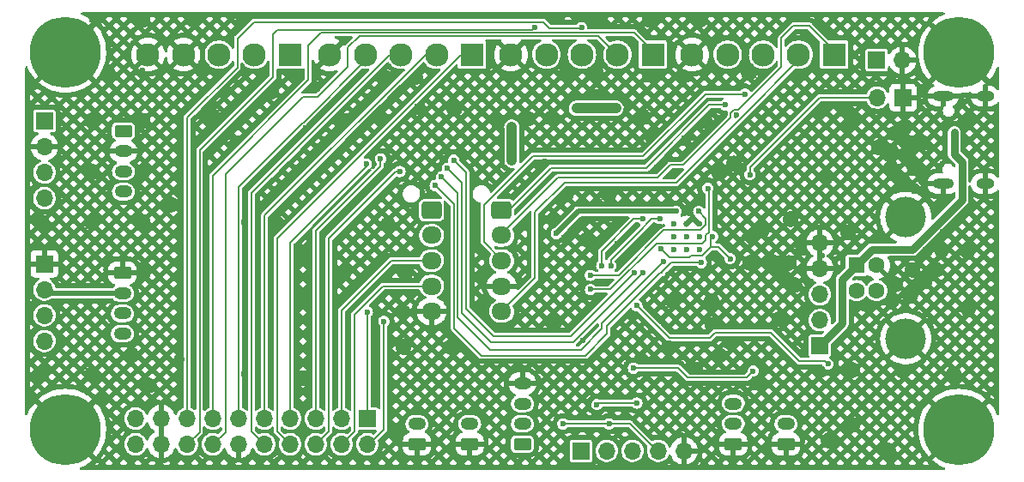
<source format=gbr>
%TF.GenerationSoftware,KiCad,Pcbnew,(7.0.0-0)*%
%TF.CreationDate,2023-05-07T02:23:39-06:00*%
%TF.ProjectId,ReflexFightingBoard,5265666c-6578-4466-9967-6874696e6742,rev?*%
%TF.SameCoordinates,Original*%
%TF.FileFunction,Copper,L4,Bot*%
%TF.FilePolarity,Positive*%
%FSLAX46Y46*%
G04 Gerber Fmt 4.6, Leading zero omitted, Abs format (unit mm)*
G04 Created by KiCad (PCBNEW (7.0.0-0)) date 2023-05-07 02:23:39*
%MOMM*%
%LPD*%
G01*
G04 APERTURE LIST*
G04 Aperture macros list*
%AMRoundRect*
0 Rectangle with rounded corners*
0 $1 Rounding radius*
0 $2 $3 $4 $5 $6 $7 $8 $9 X,Y pos of 4 corners*
0 Add a 4 corners polygon primitive as box body*
4,1,4,$2,$3,$4,$5,$6,$7,$8,$9,$2,$3,0*
0 Add four circle primitives for the rounded corners*
1,1,$1+$1,$2,$3*
1,1,$1+$1,$4,$5*
1,1,$1+$1,$6,$7*
1,1,$1+$1,$8,$9*
0 Add four rect primitives between the rounded corners*
20,1,$1+$1,$2,$3,$4,$5,0*
20,1,$1+$1,$4,$5,$6,$7,0*
20,1,$1+$1,$6,$7,$8,$9,0*
20,1,$1+$1,$8,$9,$2,$3,0*%
G04 Aperture macros list end*
%TA.AperFunction,ComponentPad*%
%ADD10R,1.700000X1.700000*%
%TD*%
%TA.AperFunction,ComponentPad*%
%ADD11O,1.700000X1.700000*%
%TD*%
%TA.AperFunction,ComponentPad*%
%ADD12RoundRect,0.249999X-0.625001X0.350001X-0.625001X-0.350001X0.625001X-0.350001X0.625001X0.350001X0*%
%TD*%
%TA.AperFunction,ComponentPad*%
%ADD13O,1.750000X1.200000*%
%TD*%
%TA.AperFunction,ComponentPad*%
%ADD14RoundRect,0.250000X0.625000X-0.350000X0.625000X0.350000X-0.625000X0.350000X-0.625000X-0.350000X0*%
%TD*%
%TA.AperFunction,ComponentPad*%
%ADD15R,2.300000X2.300000*%
%TD*%
%TA.AperFunction,ComponentPad*%
%ADD16C,2.300000*%
%TD*%
%TA.AperFunction,ComponentPad*%
%ADD17C,7.000000*%
%TD*%
%TA.AperFunction,ComponentPad*%
%ADD18R,1.600000X1.600000*%
%TD*%
%TA.AperFunction,ComponentPad*%
%ADD19C,1.600000*%
%TD*%
%TA.AperFunction,ComponentPad*%
%ADD20C,4.000000*%
%TD*%
%TA.AperFunction,ComponentPad*%
%ADD21C,0.600000*%
%TD*%
%TA.AperFunction,ComponentPad*%
%ADD22RoundRect,0.250000X-0.725000X0.600000X-0.725000X-0.600000X0.725000X-0.600000X0.725000X0.600000X0*%
%TD*%
%TA.AperFunction,ComponentPad*%
%ADD23O,1.950000X1.700000*%
%TD*%
%TA.AperFunction,ComponentPad*%
%ADD24O,2.100000X1.000000*%
%TD*%
%TA.AperFunction,ComponentPad*%
%ADD25O,1.800000X1.000000*%
%TD*%
%TA.AperFunction,ViaPad*%
%ADD26C,0.600000*%
%TD*%
%TA.AperFunction,Conductor*%
%ADD27C,0.150000*%
%TD*%
%TA.AperFunction,Conductor*%
%ADD28C,0.500000*%
%TD*%
%TA.AperFunction,Conductor*%
%ADD29C,0.200000*%
%TD*%
%TA.AperFunction,Conductor*%
%ADD30C,0.750000*%
%TD*%
%TA.AperFunction,Conductor*%
%ADD31C,1.000000*%
%TD*%
G04 APERTURE END LIST*
D10*
%TO.P,J2,1,Pin_1*%
%TO.N,/UP*%
X137159999Y-119379999D03*
D11*
%TO.P,J2,2,Pin_2*%
%TO.N,/DOWN*%
X137159999Y-121919999D03*
%TO.P,J2,3,Pin_3*%
%TO.N,/RIGHT*%
X134619999Y-119379999D03*
%TO.P,J2,4,Pin_4*%
%TO.N,/LEFT*%
X134619999Y-121919999D03*
%TO.P,J2,5,Pin_5*%
%TO.N,/SELECT*%
X132079999Y-119379999D03*
%TO.P,J2,6,Pin_6*%
%TO.N,/HOME*%
X132079999Y-121919999D03*
%TO.P,J2,7,Pin_7*%
%TO.N,/START*%
X129539999Y-119379999D03*
%TO.P,J2,8,Pin_8*%
%TO.N,/1P*%
X129539999Y-121919999D03*
%TO.P,J2,9,Pin_9*%
%TO.N,/2P*%
X126999999Y-119379999D03*
%TO.P,J2,10,Pin_10*%
%TO.N,/3P*%
X126999999Y-121919999D03*
%TO.P,J2,11,Pin_11*%
%TO.N,/4P*%
X124459999Y-119379999D03*
%TO.P,J2,12,Pin_12*%
%TO.N,GND*%
X124459999Y-121919999D03*
%TO.P,J2,13,Pin_13*%
%TO.N,/1K*%
X121919999Y-119379999D03*
%TO.P,J2,14,Pin_14*%
%TO.N,/2K*%
X121919999Y-121919999D03*
%TO.P,J2,15,Pin_15*%
%TO.N,/3K*%
X119379999Y-119379999D03*
%TO.P,J2,16,Pin_16*%
%TO.N,/4K*%
X119379999Y-121919999D03*
%TO.P,J2,17,Pin_17*%
%TO.N,GND*%
X116839999Y-119379999D03*
%TO.P,J2,18,Pin_18*%
X116839999Y-121919999D03*
%TO.P,J2,19,Pin_19*%
%TO.N,/VBUS*%
X114299999Y-119379999D03*
%TO.P,J2,20,Pin_20*%
X114299999Y-121919999D03*
%TD*%
D12*
%TO.P,J1,1,Pin_1*%
%TO.N,Net-(J1-Pin_1)*%
X113100000Y-90982800D03*
D13*
%TO.P,J1,2,Pin_2*%
%TO.N,GND*%
X113099999Y-92982799D03*
%TO.P,J1,3,Pin_3*%
%TO.N,/VBUS*%
X113099999Y-94982799D03*
%TO.P,J1,4,Pin_4*%
X113099999Y-96982799D03*
%TD*%
D14*
%TO.P,J3,1,Pin_1*%
%TO.N,GND*%
X142050000Y-121900000D03*
D13*
%TO.P,J3,2,Pin_2*%
%TO.N,/TURBO*%
X142049999Y-119899999D03*
%TD*%
D14*
%TO.P,J4,1,Pin_1*%
%TO.N,GND*%
X147250000Y-121900000D03*
D13*
%TO.P,J4,2,Pin_2*%
%TO.N,Net-(J4-Pin_2)*%
X147249999Y-119899999D03*
%TD*%
D15*
%TO.P,J5,1,Pin_1*%
%TO.N,/1K*%
X165324999Y-83449999D03*
D16*
%TO.P,J5,2,Pin_2*%
%TO.N,/2K*%
X161825000Y-83450000D03*
%TO.P,J5,3,Pin_3*%
%TO.N,/3K*%
X158325000Y-83450000D03*
%TO.P,J5,4,Pin_4*%
%TO.N,/4K*%
X154825000Y-83450000D03*
%TO.P,J5,5,Pin_5*%
%TO.N,GND*%
X151325000Y-83450000D03*
%TD*%
D15*
%TO.P,J6,1,Pin_1*%
%TO.N,/1P*%
X147474999Y-83449999D03*
D16*
%TO.P,J6,2,Pin_2*%
%TO.N,/2P*%
X143975000Y-83450000D03*
%TO.P,J6,3,Pin_3*%
%TO.N,/3P*%
X140475000Y-83450000D03*
%TO.P,J6,4,Pin_4*%
%TO.N,/4P*%
X136975000Y-83450000D03*
%TO.P,J6,5,Pin_5*%
%TO.N,GND*%
X133475000Y-83450000D03*
%TD*%
D15*
%TO.P,J7,1,Pin_1*%
%TO.N,/SELECT*%
X129524999Y-83449999D03*
D16*
%TO.P,J7,2,Pin_2*%
%TO.N,/START*%
X126025000Y-83450000D03*
%TO.P,J7,3,Pin_3*%
%TO.N,/HOME*%
X122525000Y-83450000D03*
%TO.P,J7,4,Pin_4*%
%TO.N,GND*%
X119025000Y-83450000D03*
%TO.P,J7,5,Pin_5*%
X115525000Y-83450000D03*
%TD*%
D15*
%TO.P,J8,1,Pin_1*%
%TO.N,/UP*%
X183199999Y-83449999D03*
D16*
%TO.P,J8,2,Pin_2*%
%TO.N,/DOWN*%
X179700000Y-83450000D03*
%TO.P,J8,3,Pin_3*%
%TO.N,/RIGHT*%
X176200000Y-83450000D03*
%TO.P,J8,4,Pin_4*%
%TO.N,/LEFT*%
X172700000Y-83450000D03*
%TO.P,J8,5,Pin_5*%
%TO.N,GND*%
X169200000Y-83450000D03*
%TD*%
D12*
%TO.P,J12,1,Pin_1*%
%TO.N,GND*%
X113000000Y-105000000D03*
D13*
%TO.P,J12,2,Pin_2*%
%TO.N,+3V3*%
X112999999Y-106999999D03*
%TO.P,J12,3,Pin_3*%
%TO.N,/SDA*%
X112999999Y-108999999D03*
%TO.P,J12,4,Pin_4*%
%TO.N,/SCL*%
X112999999Y-110999999D03*
%TD*%
D17*
%TO.P,H1,1,1*%
%TO.N,GND*%
X107378000Y-83200000D03*
%TD*%
%TO.P,H3,1,1*%
%TO.N,GND*%
X107378000Y-120460000D03*
%TD*%
%TO.P,H4,1,1*%
%TO.N,GND*%
X195517000Y-120460000D03*
%TD*%
%TO.P,H2,1,1*%
%TO.N,GND*%
X195517000Y-83248000D03*
%TD*%
D14*
%TO.P,J26,1,Pin_1*%
%TO.N,GND*%
X178450000Y-121900000D03*
D13*
%TO.P,J26,2,Pin_2*%
%TO.N,/GPIO29_ADC3*%
X178449999Y-119899999D03*
%TD*%
D10*
%TO.P,J20,1,Pin_1*%
%TO.N,/VBUS*%
X187399999Y-84001951D03*
D11*
%TO.P,J20,2,Pin_2*%
%TO.N,GND*%
X189939999Y-84001951D03*
%TD*%
D14*
%TO.P,J21,1,Pin_1*%
%TO.N,/TP*%
X152450000Y-121900000D03*
D13*
%TO.P,J21,2,Pin_2*%
%TO.N,/LSB*%
X152449999Y-119899999D03*
%TO.P,J21,3,Pin_3*%
%TO.N,/RSB*%
X152449999Y-117899999D03*
%TO.P,J21,4,Pin_4*%
%TO.N,GND*%
X152449999Y-115899999D03*
%TD*%
D14*
%TO.P,J11,1,Pin_1*%
%TO.N,GND*%
X173250000Y-121900000D03*
D13*
%TO.P,J11,2,Pin_2*%
%TO.N,/RS_TOGGLE*%
X173249999Y-119899999D03*
%TO.P,J11,3,Pin_3*%
%TO.N,/LS_TOGGLE*%
X173249999Y-117899999D03*
%TD*%
D10*
%TO.P,J14,1,Pin_1*%
%TO.N,GND*%
X189999999Y-87699999D03*
D11*
%TO.P,J14,2,Pin_2*%
%TO.N,/~{USB_BOOT}*%
X187459999Y-87699999D03*
%TD*%
D18*
%TO.P,J16,1,VBUS*%
%TO.N,/VBUS*%
X185399999Y-104249999D03*
D19*
%TO.P,J16,2,D-*%
%TO.N,/USB_D-*%
X185400000Y-106750000D03*
%TO.P,J16,3,D+*%
%TO.N,/USB_D+*%
X187400000Y-106750000D03*
%TO.P,J16,4,GND*%
%TO.N,GND*%
X187400000Y-104250000D03*
D20*
%TO.P,J16,5,Shield*%
X190260000Y-99500000D03*
X190260000Y-111500000D03*
%TD*%
D10*
%TO.P,J19,1,Pin_1*%
%TO.N,Net-(J1-Pin_1)*%
X105299999Y-89999999D03*
D11*
%TO.P,J19,2,Pin_2*%
%TO.N,GND*%
X105299999Y-92539999D03*
%TO.P,J19,3,Pin_3*%
%TO.N,/VBUS*%
X105299999Y-95079999D03*
%TO.P,J19,4,Pin_4*%
X105299999Y-97619999D03*
%TD*%
D10*
%TO.P,J22,1,Pin_1*%
%TO.N,/GPIO22_5V*%
X158224999Y-122574999D03*
D11*
%TO.P,J22,2,Pin_2*%
%TO.N,/GPIO23_5V*%
X160764999Y-122574999D03*
%TO.P,J22,3,Pin_3*%
%TO.N,/GPIO24*%
X163304999Y-122574999D03*
%TO.P,J22,4,Pin_4*%
%TO.N,/VBUS*%
X165844999Y-122574999D03*
%TO.P,J22,5,Pin_5*%
%TO.N,GND*%
X168384999Y-122574999D03*
%TD*%
D21*
%TO.P,U4,57,GND*%
%TO.N,GND*%
X169895000Y-100155000D03*
X168620000Y-100155000D03*
X167345000Y-100155000D03*
X169895000Y-101430000D03*
X168620000Y-101430000D03*
X167345000Y-101430000D03*
X169895000Y-102705000D03*
X168620000Y-102705000D03*
X167345000Y-102705000D03*
%TD*%
D10*
%TO.P,J10,1,Pin_1*%
%TO.N,GND*%
X105299999Y-104099999D03*
D11*
%TO.P,J10,2,Pin_2*%
%TO.N,+3V3*%
X105299999Y-106639999D03*
%TO.P,J10,3,Pin_3*%
%TO.N,/SDA*%
X105299999Y-109179999D03*
%TO.P,J10,4,Pin_4*%
%TO.N,/SCL*%
X105299999Y-111719999D03*
%TD*%
D22*
%TO.P,J18,1,Pin_1*%
%TO.N,/LEFT*%
X150400000Y-98800000D03*
D23*
%TO.P,J18,2,Pin_2*%
%TO.N,/UP*%
X150399999Y-101299999D03*
%TO.P,J18,3,Pin_3*%
%TO.N,/RIGHT*%
X150399999Y-103799999D03*
%TO.P,J18,4,Pin_4*%
%TO.N,GND*%
X150399999Y-106299999D03*
%TO.P,J18,5,Pin_5*%
%TO.N,/DOWN*%
X150399999Y-108799999D03*
%TD*%
D22*
%TO.P,J17,1,Pin_1*%
%TO.N,/UP*%
X143500000Y-98800000D03*
D23*
%TO.P,J17,2,Pin_2*%
%TO.N,/DOWN*%
X143499999Y-101299999D03*
%TO.P,J17,3,Pin_3*%
%TO.N,/RIGHT*%
X143499999Y-103799999D03*
%TO.P,J17,4,Pin_4*%
%TO.N,/LEFT*%
X143499999Y-106299999D03*
%TO.P,J17,5,Pin_5*%
%TO.N,GND*%
X143499999Y-108799999D03*
%TD*%
D24*
%TO.P,J15,S1,SHIELD*%
%TO.N,GND*%
X193943336Y-96193999D03*
D25*
X198093336Y-96193999D03*
D24*
X193943336Y-87553999D03*
D25*
X198093336Y-87553999D03*
%TD*%
D10*
%TO.P,J24,1,Pin_1*%
%TO.N,/VBUS*%
X181799999Y-112199999D03*
D11*
%TO.P,J24,2,Pin_2*%
%TO.N,/USB_D-*%
X181799999Y-109659999D03*
%TO.P,J24,3,Pin_3*%
%TO.N,/USB_D+*%
X181799999Y-107119999D03*
%TO.P,J24,4,Pin_4*%
%TO.N,GND*%
X181799999Y-104579999D03*
%TO.P,J24,5,Pin_5*%
X181799999Y-102039999D03*
%TD*%
D26*
%TO.N,GND*%
X110000000Y-80000000D03*
X182390000Y-95490000D03*
X196300000Y-102800000D03*
X187600000Y-92580000D03*
X120000000Y-100000000D03*
X173300000Y-94200000D03*
X115000000Y-80000000D03*
X177800000Y-104983011D03*
X165997502Y-100434757D03*
X115000000Y-105000000D03*
X133610000Y-100280000D03*
X176090000Y-100710000D03*
X120000000Y-80000000D03*
X189237740Y-106125500D03*
X131040000Y-90650000D03*
X161760000Y-102100000D03*
X182000000Y-103310000D03*
X186341645Y-108094411D03*
X137900000Y-112600000D03*
X184300000Y-88800000D03*
X124320000Y-92200000D03*
X160000000Y-80000000D03*
X141875000Y-85675000D03*
X154690000Y-94000000D03*
X192098011Y-105848011D03*
X152970000Y-89770000D03*
X182975500Y-106247664D03*
X193845260Y-100920760D03*
X115000000Y-95000000D03*
X130970000Y-107350000D03*
X155360000Y-89710000D03*
X178900000Y-99700000D03*
X140600000Y-108800000D03*
X155800000Y-100100000D03*
X147900000Y-101000000D03*
X110000000Y-95000000D03*
X179275500Y-106200000D03*
X148410000Y-108440000D03*
X173540000Y-89430000D03*
X160955000Y-97275000D03*
X144740000Y-110000000D03*
X171100000Y-107800000D03*
X189925908Y-95774092D03*
X177850000Y-109550000D03*
X184881854Y-107941735D03*
X178734183Y-104023166D03*
X118855500Y-113500000D03*
X166960264Y-111949011D03*
X138900000Y-85700000D03*
X159789989Y-87670000D03*
X165000000Y-80000000D03*
X189900000Y-114600000D03*
X165000000Y-85425000D03*
X128310000Y-100240000D03*
X171850000Y-113150000D03*
X144770000Y-100150000D03*
X148800000Y-105000000D03*
X130800000Y-115400000D03*
X164150000Y-113600000D03*
X180258411Y-109041589D03*
X130990000Y-103330000D03*
X105000000Y-100000000D03*
X110000000Y-100000000D03*
X195000000Y-115000000D03*
X113900000Y-113100000D03*
X115000000Y-90000000D03*
X190906989Y-104706989D03*
X196250000Y-90040000D03*
X125070000Y-103140000D03*
X181800000Y-88900000D03*
X156800000Y-85225000D03*
X121800000Y-89400000D03*
X171900000Y-95100000D03*
X188876383Y-107774500D03*
X188540000Y-122560000D03*
X134790000Y-105000000D03*
X169520000Y-114550000D03*
X110000000Y-90000000D03*
X179700000Y-85375000D03*
X190593613Y-92189500D03*
X115000000Y-100000000D03*
X144740000Y-105020000D03*
X115000000Y-85000000D03*
X111520000Y-85190000D03*
X170450000Y-90000000D03*
X188775500Y-93000000D03*
X110640000Y-117780000D03*
X170000000Y-80000000D03*
X191141589Y-94658411D03*
X189217330Y-91217330D03*
X117790000Y-98240000D03*
X127700000Y-87100000D03*
X145400000Y-112300000D03*
X139620000Y-120530000D03*
X105000000Y-115000000D03*
X130125000Y-85325000D03*
X190424500Y-93600000D03*
X171210000Y-110140000D03*
X156700000Y-97300000D03*
X192191589Y-95708411D03*
X120000000Y-95000000D03*
X177143675Y-103926276D03*
X168400000Y-91700000D03*
X115600000Y-116100000D03*
X193824500Y-98400000D03*
X165280000Y-91610000D03*
X164378114Y-89581655D03*
X183171589Y-109171589D03*
X174800000Y-85275000D03*
X140700000Y-112300000D03*
X151125000Y-85375000D03*
X167310000Y-107800000D03*
X192175500Y-102710000D03*
X165680000Y-94540000D03*
X110000000Y-115000000D03*
X125000000Y-115000000D03*
X167080537Y-95533640D03*
X190698011Y-107248011D03*
X168575000Y-85450000D03*
X158410000Y-111640000D03*
X132250000Y-86900000D03*
X175100000Y-101400000D03*
X180924500Y-105800000D03*
X158870000Y-101710000D03*
X139210000Y-100220000D03*
X135000000Y-90000000D03*
X159650000Y-85150000D03*
X193253011Y-104693011D03*
X196400000Y-108500000D03*
X188830500Y-94621269D03*
X191075908Y-96924092D03*
X120875000Y-84950000D03*
X175660000Y-115840000D03*
X140900000Y-105000000D03*
X172900000Y-111820000D03*
X142100000Y-88600000D03*
X120000000Y-105000000D03*
X184600000Y-101000000D03*
X104170000Y-117770000D03*
X185000000Y-114600000D03*
X125110000Y-107630000D03*
X190200000Y-90540500D03*
X186662553Y-105609786D03*
X182660000Y-121530000D03*
X191900000Y-92189500D03*
X138790000Y-89970000D03*
X174900000Y-104000000D03*
X185000000Y-120000000D03*
X184900000Y-90200000D03*
X182000000Y-114500000D03*
X104100000Y-86200000D03*
X155870000Y-79999989D03*
X150000000Y-90000000D03*
X155520000Y-110070000D03*
X135270000Y-110020000D03*
X125000000Y-100000000D03*
X125000000Y-80000000D03*
X145740000Y-88820000D03*
X180202048Y-102487561D03*
X193824500Y-102700000D03*
%TO.N,/UP*%
X137160000Y-108840000D03*
%TO.N,/DOWN*%
X138785600Y-109783600D03*
%TO.N,/RIGHT*%
X174399154Y-87349154D03*
%TO.N,/LEFT*%
X172460000Y-88410000D03*
%TO.N,/SELECT*%
X163505878Y-104955878D03*
X138450000Y-93725500D03*
X145680000Y-93870000D03*
%TO.N,/HOME*%
X144470000Y-95520000D03*
X166350000Y-103870000D03*
X140370000Y-95000000D03*
%TO.N,/START*%
X164330000Y-104980000D03*
X137060000Y-94250000D03*
X145050000Y-94670000D03*
%TO.N,/3K*%
X158300000Y-80775500D03*
%TO.N,/4K*%
X153640000Y-80775500D03*
%TO.N,/SDA*%
X159160000Y-105240000D03*
X169840000Y-98920500D03*
%TO.N,/SCL*%
X159170000Y-106630000D03*
X170730000Y-96650000D03*
%TO.N,/TURBO*%
X160280000Y-104274500D03*
X164330000Y-99674500D03*
%TO.N,/RUN*%
X182600000Y-114000000D03*
X163739122Y-108239122D03*
%TO.N,/RGB*%
X143840000Y-96360000D03*
X170091697Y-103980971D03*
%TO.N,/TURBO_LED*%
X166070988Y-99688866D03*
X161170000Y-104300000D03*
%TO.N,+3V3*%
X155800000Y-101100000D03*
X163750000Y-117850000D03*
X159800000Y-118000000D03*
X167620000Y-98930000D03*
X163400000Y-114400000D03*
X175200000Y-114700000D03*
%TO.N,+1V1*%
X171208590Y-101388684D03*
X166130000Y-102630000D03*
X172944500Y-103600000D03*
%TO.N,/VBUS*%
X195040000Y-91140000D03*
X156450000Y-119900000D03*
X151410000Y-90620000D03*
X157790000Y-88750000D03*
X151420000Y-93870000D03*
X195040000Y-93262740D03*
X161680000Y-88730000D03*
X161000000Y-119900000D03*
%TO.N,/~{USB_BOOT}*%
X174896720Y-95303280D03*
%TD*%
D27*
%TO.N,/UP*%
X173015489Y-89212739D02*
X173322739Y-88905489D01*
X183200000Y-83050846D02*
X183200000Y-83450000D01*
X150400000Y-101175000D02*
X155965000Y-95610000D01*
X180769154Y-80620000D02*
X183200000Y-83050846D01*
X178000000Y-84650000D02*
X178000000Y-81800000D01*
X173015489Y-89634511D02*
X173015489Y-89212739D01*
X155965000Y-95610000D02*
X165790000Y-95610000D01*
X179180000Y-80620000D02*
X180769154Y-80620000D01*
X150400000Y-101300000D02*
X150400000Y-101175000D01*
X165790000Y-95610000D02*
X167050000Y-94350000D01*
X137160000Y-119380000D02*
X137160000Y-108840000D01*
X168300000Y-94350000D02*
X173015489Y-89634511D01*
X178000000Y-81800000D02*
X179180000Y-80620000D01*
X173744511Y-88905489D02*
X178000000Y-84650000D01*
X173322739Y-88905489D02*
X173744511Y-88905489D01*
X167050000Y-94350000D02*
X168300000Y-94350000D01*
%TO.N,/DOWN*%
X174064511Y-89635489D02*
X179700000Y-84000000D01*
X153700000Y-105500000D02*
X153700000Y-99000000D01*
X137312400Y-121920000D02*
X138785600Y-120446800D01*
X150400000Y-108800000D02*
X153700000Y-105500000D01*
X156600000Y-96100000D02*
X167611772Y-96100000D01*
X153700000Y-99000000D02*
X156600000Y-96100000D01*
X179700000Y-84000000D02*
X179700000Y-83450000D01*
X167611772Y-96100000D02*
X174064511Y-89647261D01*
X174064511Y-89647261D02*
X174064511Y-89635489D01*
X138785600Y-120446800D02*
X138785600Y-109783600D01*
%TO.N,/RIGHT*%
X170500846Y-87349154D02*
X174399154Y-87349154D01*
X164374511Y-93475489D02*
X170500846Y-87349154D01*
X134620000Y-108680000D02*
X134620000Y-119380000D01*
X148650000Y-98300000D02*
X153474511Y-93475489D01*
X150400000Y-103800000D02*
X150400000Y-103675000D01*
X143500000Y-103800000D02*
X139500000Y-103800000D01*
X139500000Y-103800000D02*
X134620000Y-108680000D01*
X153474511Y-93475489D02*
X164374511Y-93475489D01*
X148650000Y-101925000D02*
X148650000Y-98300000D01*
X150400000Y-103675000D02*
X148650000Y-101925000D01*
%TO.N,/LEFT*%
X164650000Y-94650000D02*
X170890000Y-88410000D01*
X150400000Y-98800000D02*
X151100000Y-98800000D01*
X138700000Y-106300000D02*
X135890000Y-109110000D01*
X161050000Y-94650000D02*
X164650000Y-94650000D01*
X143500000Y-106300000D02*
X138700000Y-106300000D01*
X170890000Y-88410000D02*
X172460000Y-88410000D01*
X135890000Y-109110000D02*
X135890000Y-120650000D01*
X161050000Y-94650000D02*
X155250000Y-94650000D01*
X135890000Y-120650000D02*
X134620000Y-121920000D01*
X151100000Y-98800000D02*
X155250000Y-94650000D01*
%TO.N,/SELECT*%
X146910000Y-95100000D02*
X146910000Y-108550000D01*
X138450000Y-94450000D02*
X138450000Y-93725500D01*
X157237245Y-111224511D02*
X163505878Y-104955878D01*
X146910000Y-108550000D02*
X149584511Y-111224511D01*
X132080000Y-100820000D02*
X138450000Y-94450000D01*
X149584511Y-111224511D02*
X157237245Y-111224511D01*
X132080000Y-119380000D02*
X132080000Y-100820000D01*
X145680000Y-93870000D02*
X146910000Y-95100000D01*
%TO.N,/HOME*%
X144470000Y-95520000D02*
X146070000Y-97120000D01*
X132080000Y-121920000D02*
X133350000Y-120650000D01*
X166350000Y-103870000D02*
X166350000Y-103920000D01*
X166350000Y-103920000D02*
X160310000Y-109960000D01*
X158211772Y-112580000D02*
X149290000Y-112580000D01*
X149290000Y-112580000D02*
X146070000Y-109360000D01*
X146070000Y-97120000D02*
X146070000Y-106080000D01*
X139980000Y-95000000D02*
X140370000Y-95000000D01*
X146070000Y-109360000D02*
X146070000Y-106060000D01*
X133350000Y-120650000D02*
X133350000Y-101630000D01*
X160310000Y-109960000D02*
X160310000Y-110481772D01*
X133350000Y-101630000D02*
X139980000Y-95000000D01*
X160310000Y-110481772D02*
X158211772Y-112580000D01*
%TO.N,/START*%
X145050000Y-94670000D02*
X146480000Y-96100000D01*
X146480000Y-96100000D02*
X146480000Y-108960000D01*
X129540000Y-119380000D02*
X129540000Y-102040000D01*
X157488228Y-111820000D02*
X164328228Y-104980000D01*
X129540000Y-102040000D02*
X137060000Y-94520000D01*
X164328228Y-104980000D02*
X164330000Y-104980000D01*
X137060000Y-94520000D02*
X137060000Y-94250000D01*
X149340000Y-111820000D02*
X157488228Y-111820000D01*
X146480000Y-108960000D02*
X149340000Y-111820000D01*
%TO.N,/1P*%
X128270000Y-101570000D02*
X146390000Y-83450000D01*
X146390000Y-83450000D02*
X147475000Y-83450000D01*
X128270000Y-120650000D02*
X128270000Y-101570000D01*
X129540000Y-121920000D02*
X128270000Y-120650000D01*
%TO.N,/2P*%
X142890000Y-83450000D02*
X143975000Y-83450000D01*
X127000000Y-119380000D02*
X127000000Y-99340000D01*
X127000000Y-99340000D02*
X142890000Y-83450000D01*
%TO.N,/3P*%
X125730000Y-120650000D02*
X125730000Y-97110000D01*
X127000000Y-121920000D02*
X125730000Y-120650000D01*
X125730000Y-97110000D02*
X139390000Y-83450000D01*
X139390000Y-83450000D02*
X140475000Y-83450000D01*
%TO.N,/4P*%
X124460000Y-96488228D02*
X130822739Y-90125489D01*
X124460000Y-119380000D02*
X124460000Y-96488228D01*
X136975000Y-84025000D02*
X136975000Y-83450000D01*
X130874511Y-90125489D02*
X136975000Y-84025000D01*
X130822739Y-90125489D02*
X130874511Y-90125489D01*
%TO.N,/1K*%
X132596147Y-81300000D02*
X163500000Y-81300000D01*
X131350000Y-85960000D02*
X131350000Y-82546147D01*
X121920000Y-95390000D02*
X131350000Y-85960000D01*
X163500000Y-81300000D02*
X165325000Y-83125000D01*
X121920000Y-119380000D02*
X121920000Y-95390000D01*
X165325000Y-83125000D02*
X165325000Y-83450000D01*
X131350000Y-82546147D02*
X132596147Y-81300000D01*
%TO.N,/2K*%
X132266772Y-87625000D02*
X135225000Y-84666772D01*
X123150000Y-120690000D02*
X123150000Y-95258228D01*
X135225000Y-84666772D02*
X135225000Y-82750000D01*
X121920000Y-121920000D02*
X123150000Y-120690000D01*
X130783228Y-87625000D02*
X132266772Y-87625000D01*
X136375000Y-81600000D02*
X159975000Y-81600000D01*
X135225000Y-82750000D02*
X136375000Y-81600000D01*
X159975000Y-81600000D02*
X161825000Y-83450000D01*
X123150000Y-95258228D02*
X130783228Y-87625000D01*
%TO.N,/3K*%
X124340000Y-81860000D02*
X124340000Y-84710000D01*
X125949011Y-80250989D02*
X124340000Y-81860000D01*
X119380000Y-89670000D02*
X119380000Y-119380000D01*
X155106272Y-80850000D02*
X154507261Y-80250989D01*
X158225500Y-80850000D02*
X155106272Y-80850000D01*
X154507261Y-80250989D02*
X125949011Y-80250989D01*
X158300000Y-80775500D02*
X158225500Y-80850000D01*
X124340000Y-84710000D02*
X119380000Y-89670000D01*
%TO.N,/4K*%
X153415500Y-81000000D02*
X128258228Y-81000000D01*
X127850000Y-85640000D02*
X120610000Y-92880000D01*
X128258228Y-81000000D02*
X127850000Y-81408228D01*
X120610000Y-92880000D02*
X120610000Y-120690000D01*
X127850000Y-81408228D02*
X127850000Y-85640000D01*
X153640000Y-80775500D02*
X153415500Y-81000000D01*
X120610000Y-120690000D02*
X119380000Y-121920000D01*
%TO.N,/SDA*%
X159160000Y-105240000D02*
X161934031Y-105240000D01*
X170001772Y-100790000D02*
X170540000Y-100251772D01*
X166384031Y-100790000D02*
X170001772Y-100790000D01*
X161934031Y-105240000D02*
X166384031Y-100790000D01*
X170540000Y-100251772D02*
X170540000Y-99620500D01*
X170540000Y-99620500D02*
X169840000Y-98920500D01*
%TO.N,/SCL*%
X170560000Y-101730000D02*
X170560000Y-101295502D01*
X161090000Y-106630000D02*
X165650000Y-102070000D01*
X170220000Y-102070000D02*
X170560000Y-101730000D01*
X165650000Y-102070000D02*
X170220000Y-102070000D01*
X170560000Y-101295502D02*
X170839520Y-101015982D01*
X170839520Y-96759520D02*
X170730000Y-96650000D01*
X170839520Y-101015982D02*
X170839520Y-96759520D01*
X159170000Y-106630000D02*
X161090000Y-106630000D01*
%TO.N,/TURBO*%
X164330000Y-99674500D02*
X163443728Y-99674500D01*
X163443728Y-99674500D02*
X160280000Y-102838228D01*
X160280000Y-102838228D02*
X160280000Y-104274500D01*
%TO.N,/RUN*%
X171414500Y-110910000D02*
X170899989Y-111424511D01*
X166944511Y-111424511D02*
X165860489Y-110340489D01*
X182300000Y-113700000D02*
X179770000Y-113700000D01*
X182600000Y-114000000D02*
X182300000Y-113700000D01*
X176980000Y-110910000D02*
X171414500Y-110910000D01*
X179770000Y-113700000D02*
X176980000Y-110910000D01*
X170899989Y-111424511D02*
X166944511Y-111424511D01*
X165860489Y-110340489D02*
X165840489Y-110340489D01*
X165840489Y-110340489D02*
X163739122Y-108239122D01*
%TO.N,/RGB*%
X166210000Y-105020000D02*
X166030000Y-105020000D01*
X160820000Y-111030000D02*
X158690000Y-113160000D01*
X170091697Y-103980971D02*
X170080726Y-103970000D01*
X145730000Y-110500000D02*
X145730000Y-98250000D01*
X148390000Y-113160000D02*
X145730000Y-110500000D01*
X170080726Y-103970000D02*
X167160000Y-103970000D01*
X158690000Y-113160000D02*
X148390000Y-113160000D01*
X166210000Y-104920000D02*
X166210000Y-105020000D01*
X167160000Y-103970000D02*
X166210000Y-104920000D01*
X166030000Y-105020000D02*
X160820000Y-110230000D01*
X145730000Y-98250000D02*
X143840000Y-96360000D01*
X160820000Y-110230000D02*
X160820000Y-111030000D01*
%TO.N,/TURBO_LED*%
X165211134Y-99688866D02*
X163830000Y-101070000D01*
X166070988Y-99688866D02*
X165211134Y-99688866D01*
X161170000Y-103730000D02*
X161170000Y-104300000D01*
X163830000Y-101070000D02*
X161170000Y-103730000D01*
%TO.N,+3V3*%
X167800000Y-114400000D02*
X168750000Y-115350000D01*
D28*
X113000000Y-107000000D02*
X105660000Y-107000000D01*
D27*
X159950000Y-117850000D02*
X163750000Y-117850000D01*
X168750000Y-115350000D02*
X174550000Y-115350000D01*
D28*
X157959259Y-98930000D02*
X167620000Y-98930000D01*
D27*
X163400000Y-114400000D02*
X167800000Y-114400000D01*
D28*
X105660000Y-107000000D02*
X105300000Y-106640000D01*
D27*
X174550000Y-115350000D02*
X175200000Y-114700000D01*
D28*
X155800000Y-101089259D02*
X157959259Y-98930000D01*
X155800000Y-101100000D02*
X155800000Y-101089259D01*
D27*
X159800000Y-118000000D02*
X159950000Y-117850000D01*
D29*
%TO.N,+1V1*%
X168890000Y-103460000D02*
X169045489Y-103304511D01*
X169045489Y-103304511D02*
X170143327Y-103304511D01*
X171208590Y-101388684D02*
X171020000Y-101577274D01*
X171020000Y-101577274D02*
X171020000Y-102427838D01*
X166600313Y-103120000D02*
X166940313Y-103460000D01*
X166940313Y-103460000D02*
X168890000Y-103460000D01*
X170143327Y-103304511D02*
X171020000Y-102427838D01*
X166130000Y-102630000D02*
X166600313Y-103100313D01*
X166600313Y-103100313D02*
X166600313Y-103120000D01*
X172944500Y-103600000D02*
X171772338Y-102427838D01*
X171772338Y-102427838D02*
X171020000Y-102427838D01*
D27*
%TO.N,/VBUS*%
X161000000Y-119900000D02*
X163045000Y-119900000D01*
D30*
X185400000Y-104250000D02*
X184000000Y-105650000D01*
D31*
X151420000Y-93870000D02*
X151420000Y-90630000D01*
D30*
X195824511Y-97775489D02*
X195824511Y-94047251D01*
D27*
X156450000Y-119900000D02*
X161000000Y-119900000D01*
X163045000Y-119900000D02*
X165845000Y-122700000D01*
D30*
X195040000Y-93262740D02*
X195040000Y-91140000D01*
X195824511Y-94047251D02*
X195040000Y-93262740D01*
X184000000Y-110000000D02*
X181800000Y-112200000D01*
X190900000Y-102700000D02*
X195824511Y-97775489D01*
X184000000Y-105650000D02*
X184000000Y-110000000D01*
X185400000Y-104250000D02*
X186950000Y-102700000D01*
X186950000Y-102700000D02*
X190900000Y-102700000D01*
D31*
X157810000Y-88730000D02*
X161680000Y-88730000D01*
X157790000Y-88750000D02*
X157810000Y-88730000D01*
X151420000Y-90630000D02*
X151410000Y-90620000D01*
D27*
%TO.N,/~{USB_BOOT}*%
X174896720Y-94603281D02*
X181800001Y-87700000D01*
X174896720Y-95303280D02*
X174896720Y-94603281D01*
X181800001Y-87700000D02*
X187460000Y-87700000D01*
%TD*%
%TA.AperFunction,Conductor*%
%TO.N,GND*%
G36*
X130953896Y-84799836D02*
G01*
X131002574Y-84846181D01*
X131020500Y-84910958D01*
X131020500Y-85771326D01*
X131010909Y-85819544D01*
X130983595Y-85860421D01*
X121701080Y-95142935D01*
X121692979Y-95150359D01*
X121672141Y-95167844D01*
X121672133Y-95167853D01*
X121663695Y-95174934D01*
X121658186Y-95184474D01*
X121658182Y-95184480D01*
X121644585Y-95208031D01*
X121638684Y-95217294D01*
X121623085Y-95239572D01*
X121623083Y-95239574D01*
X121616765Y-95248599D01*
X121613912Y-95259241D01*
X121612359Y-95262573D01*
X121611102Y-95266025D01*
X121605595Y-95275566D01*
X121603682Y-95286411D01*
X121603679Y-95286421D01*
X121598957Y-95313203D01*
X121596579Y-95323930D01*
X121589543Y-95350188D01*
X121589542Y-95350194D01*
X121586690Y-95360840D01*
X121589720Y-95395474D01*
X121590020Y-95398900D01*
X121590500Y-95409882D01*
X121590500Y-118236851D01*
X121580534Y-118285964D01*
X121552213Y-118327308D01*
X121510017Y-118354342D01*
X121503593Y-118356831D01*
X121431007Y-118384950D01*
X121430999Y-118384953D01*
X121425573Y-118387056D01*
X121420622Y-118390121D01*
X121420613Y-118390126D01*
X121256491Y-118491746D01*
X121256481Y-118491752D01*
X121251538Y-118494814D01*
X121247239Y-118498732D01*
X121247235Y-118498736D01*
X121150386Y-118587026D01*
X121099981Y-118615101D01*
X121042347Y-118617766D01*
X120989568Y-118594461D01*
X120952709Y-118550074D01*
X120939500Y-118493911D01*
X120939500Y-94248163D01*
X121437500Y-94248163D01*
X121596129Y-94406793D01*
X121951097Y-94051825D01*
X121596128Y-93696857D01*
X121437500Y-93855486D01*
X121437500Y-94248163D01*
X120939500Y-94248163D01*
X120939500Y-93344718D01*
X121948267Y-93344718D01*
X122303236Y-93699686D01*
X122658203Y-93344719D01*
X122303235Y-92989750D01*
X121948267Y-93344718D01*
X120939500Y-93344718D01*
X120939500Y-93068673D01*
X120949091Y-93020455D01*
X120976405Y-92979578D01*
X121318372Y-92637611D01*
X122655374Y-92637611D01*
X123010343Y-92992579D01*
X123365310Y-92637612D01*
X123010342Y-92282643D01*
X122655374Y-92637611D01*
X121318372Y-92637611D01*
X122025478Y-91930505D01*
X123362481Y-91930505D01*
X123548443Y-92116467D01*
X123559172Y-92028114D01*
X123566441Y-91998622D01*
X123622414Y-91851031D01*
X123636531Y-91824134D01*
X123726200Y-91694228D01*
X123746341Y-91671493D01*
X123781901Y-91639988D01*
X123717450Y-91575537D01*
X123362481Y-91930505D01*
X122025478Y-91930505D01*
X122732586Y-91223397D01*
X124069588Y-91223397D01*
X124270190Y-91424000D01*
X124398924Y-91424000D01*
X124429078Y-91427661D01*
X124546353Y-91456567D01*
X124779523Y-91223397D01*
X124424555Y-90868430D01*
X124069588Y-91223397D01*
X122732586Y-91223397D01*
X123439693Y-90516290D01*
X124776695Y-90516290D01*
X125131663Y-90871259D01*
X125486631Y-90516291D01*
X125131662Y-90161323D01*
X124776695Y-90516290D01*
X123439693Y-90516290D01*
X124146799Y-89809184D01*
X125483801Y-89809184D01*
X125838770Y-90164152D01*
X126193737Y-89809185D01*
X125838769Y-89454216D01*
X125483801Y-89809184D01*
X124146799Y-89809184D01*
X124853906Y-89102077D01*
X126190908Y-89102077D01*
X126545877Y-89457045D01*
X126900844Y-89102078D01*
X126545876Y-88747109D01*
X126190908Y-89102077D01*
X124853906Y-89102077D01*
X125561013Y-88394970D01*
X126898015Y-88394970D01*
X127252983Y-88749939D01*
X127607951Y-88394971D01*
X127252982Y-88040003D01*
X126898015Y-88394970D01*
X125561013Y-88394970D01*
X126081535Y-87874448D01*
X127791706Y-87874448D01*
X127960090Y-88042832D01*
X128315058Y-87687864D01*
X128264136Y-87636943D01*
X128155508Y-87733180D01*
X128130509Y-87750435D01*
X127990741Y-87823791D01*
X127962340Y-87834563D01*
X127809078Y-87872339D01*
X127791706Y-87874448D01*
X126081535Y-87874448D01*
X127100279Y-86855703D01*
X128437282Y-86855703D01*
X128453559Y-86898623D01*
X128460828Y-86928114D01*
X128479855Y-87084812D01*
X128479855Y-87115189D01*
X128476260Y-87144789D01*
X128667197Y-87335725D01*
X129022164Y-86980758D01*
X128667196Y-86625789D01*
X128437282Y-86855703D01*
X127100279Y-86855703D01*
X127682331Y-86273650D01*
X129019335Y-86273650D01*
X129374304Y-86628618D01*
X129729271Y-86273651D01*
X129374303Y-85918682D01*
X129019335Y-86273650D01*
X127682331Y-86273650D01*
X128060931Y-85895050D01*
X128640734Y-85895050D01*
X128667196Y-85921512D01*
X129022164Y-85566543D01*
X128808120Y-85352499D01*
X128677500Y-85352500D01*
X128677500Y-85603870D01*
X128679415Y-85625760D01*
X128679894Y-85636744D01*
X128679893Y-85679629D01*
X128679413Y-85690611D01*
X128675598Y-85734204D01*
X128674164Y-85745099D01*
X128666718Y-85787327D01*
X128664338Y-85798062D01*
X128658656Y-85819263D01*
X128654842Y-85840900D01*
X128652461Y-85851638D01*
X128641359Y-85893069D01*
X128640734Y-85895050D01*
X128060931Y-85895050D01*
X128068936Y-85887045D01*
X128077006Y-85879649D01*
X128106305Y-85855066D01*
X128125412Y-85821969D01*
X128131314Y-85812706D01*
X128134745Y-85807806D01*
X128153235Y-85781401D01*
X128156090Y-85770742D01*
X128157637Y-85767425D01*
X128158887Y-85763988D01*
X128164405Y-85754434D01*
X128171041Y-85716794D01*
X128173418Y-85706071D01*
X128183309Y-85669161D01*
X128179979Y-85631097D01*
X128179500Y-85620116D01*
X128179500Y-84974130D01*
X128191597Y-84920258D01*
X128225567Y-84876730D01*
X128274885Y-84851906D01*
X128330080Y-84850551D01*
X128349933Y-84854500D01*
X130700066Y-84854499D01*
X130774301Y-84839734D01*
X130824498Y-84806192D01*
X130888317Y-84785110D01*
X130953896Y-84799836D01*
G37*
%TD.AperFunction*%
%TA.AperFunction,Conductor*%
G36*
X142760652Y-84181563D02*
G01*
X142800523Y-84220216D01*
X142855636Y-84304573D01*
X142862853Y-84315619D01*
X142909569Y-84366366D01*
X143016968Y-84483032D01*
X143016971Y-84483035D01*
X143020498Y-84486866D01*
X143204178Y-84629830D01*
X143408885Y-84740612D01*
X143413813Y-84742304D01*
X143413816Y-84742305D01*
X143478276Y-84764434D01*
X143629034Y-84816189D01*
X143858620Y-84854500D01*
X144086169Y-84854500D01*
X144091380Y-84854500D01*
X144098625Y-84853291D01*
X144217319Y-84833485D01*
X144279954Y-84838935D01*
X144332157Y-84873973D01*
X144360932Y-84929873D01*
X144359113Y-84992719D01*
X144327153Y-85046861D01*
X128051080Y-101322935D01*
X128042979Y-101330359D01*
X128022141Y-101347844D01*
X128022133Y-101347853D01*
X128013695Y-101354934D01*
X128008186Y-101364474D01*
X128008182Y-101364480D01*
X127994585Y-101388031D01*
X127988684Y-101397294D01*
X127973085Y-101419572D01*
X127973083Y-101419574D01*
X127966765Y-101428599D01*
X127963912Y-101439241D01*
X127962359Y-101442573D01*
X127961102Y-101446025D01*
X127955595Y-101455566D01*
X127953681Y-101466414D01*
X127953680Y-101466420D01*
X127948957Y-101493203D01*
X127946579Y-101503930D01*
X127939543Y-101530188D01*
X127939542Y-101530194D01*
X127936690Y-101540840D01*
X127939728Y-101575564D01*
X127940020Y-101578900D01*
X127940500Y-101589882D01*
X127940500Y-118457446D01*
X127927291Y-118513609D01*
X127890432Y-118557996D01*
X127837653Y-118581301D01*
X127780019Y-118578636D01*
X127729615Y-118550561D01*
X127672770Y-118498741D01*
X127672768Y-118498739D01*
X127668462Y-118494814D01*
X127663512Y-118491749D01*
X127663508Y-118491746D01*
X127499386Y-118390126D01*
X127499381Y-118390124D01*
X127494427Y-118387056D01*
X127488996Y-118384952D01*
X127488992Y-118384950D01*
X127444269Y-118367624D01*
X127409982Y-118354342D01*
X127367787Y-118327308D01*
X127339466Y-118285964D01*
X127329500Y-118236851D01*
X127329500Y-99528673D01*
X127336359Y-99494191D01*
X128526716Y-99494191D01*
X128572340Y-99505437D01*
X128600741Y-99516209D01*
X128740509Y-99589565D01*
X128765508Y-99606820D01*
X128883659Y-99711493D01*
X128903800Y-99734228D01*
X128916748Y-99752986D01*
X128991609Y-99678125D01*
X128667196Y-99353711D01*
X128526716Y-99494191D01*
X127336359Y-99494191D01*
X127339091Y-99480455D01*
X127366405Y-99439578D01*
X127804411Y-99001572D01*
X129019335Y-99001572D01*
X129343750Y-99325986D01*
X129698717Y-98971019D01*
X129374303Y-98646604D01*
X129019335Y-99001572D01*
X127804411Y-99001572D01*
X128511517Y-98294466D01*
X129726442Y-98294466D01*
X130050855Y-98618879D01*
X130405824Y-98263911D01*
X130081411Y-97939498D01*
X129726442Y-98294466D01*
X128511517Y-98294466D01*
X129218625Y-97587358D01*
X130433549Y-97587358D01*
X130757963Y-97911773D01*
X131112931Y-97556805D01*
X130788516Y-97232391D01*
X130433549Y-97587358D01*
X129218625Y-97587358D01*
X129925732Y-96880251D01*
X131140656Y-96880251D01*
X131465070Y-97204666D01*
X131820038Y-96849698D01*
X131495623Y-96525284D01*
X131140656Y-96880251D01*
X129925732Y-96880251D01*
X130632838Y-96173145D01*
X131847762Y-96173145D01*
X132172177Y-96497559D01*
X132527144Y-96142592D01*
X132202730Y-95818177D01*
X131847762Y-96173145D01*
X130632838Y-96173145D01*
X131339945Y-95466038D01*
X132554869Y-95466038D01*
X132879284Y-95790452D01*
X133234251Y-95435485D01*
X132909837Y-95111070D01*
X132554869Y-95466038D01*
X131339945Y-95466038D01*
X132047052Y-94758931D01*
X133261976Y-94758931D01*
X133586390Y-95083346D01*
X133941358Y-94728378D01*
X133616943Y-94403964D01*
X133261976Y-94758931D01*
X132047052Y-94758931D01*
X132754159Y-94051824D01*
X133969083Y-94051824D01*
X134293497Y-94376239D01*
X134648465Y-94021271D01*
X134324050Y-93696857D01*
X133969083Y-94051824D01*
X132754159Y-94051824D01*
X133461265Y-93344718D01*
X134676189Y-93344718D01*
X135000603Y-93669132D01*
X135355571Y-93314163D01*
X135031158Y-92989750D01*
X134676189Y-93344718D01*
X133461265Y-93344718D01*
X134168372Y-92637611D01*
X135383296Y-92637611D01*
X135707711Y-92962025D01*
X136062678Y-92607058D01*
X135738264Y-92282643D01*
X135383296Y-92637611D01*
X134168372Y-92637611D01*
X134875478Y-91930505D01*
X136090403Y-91930505D01*
X136414816Y-92254918D01*
X136769785Y-91899950D01*
X136445372Y-91575537D01*
X136090403Y-91930505D01*
X134875478Y-91930505D01*
X134983229Y-91822754D01*
X135582586Y-91223397D01*
X136797510Y-91223397D01*
X137121924Y-91547812D01*
X137476892Y-91192844D01*
X137152477Y-90868430D01*
X136797510Y-91223397D01*
X135582586Y-91223397D01*
X136289693Y-90516290D01*
X137504617Y-90516290D01*
X137829031Y-90840705D01*
X138183999Y-90485737D01*
X137859584Y-90161323D01*
X137504617Y-90516290D01*
X136289693Y-90516290D01*
X137703905Y-89102078D01*
X138918830Y-89102078D01*
X139052139Y-89235387D01*
X139052340Y-89235437D01*
X139080741Y-89246209D01*
X139220509Y-89319565D01*
X139245508Y-89336820D01*
X139291855Y-89377880D01*
X139598211Y-89071523D01*
X139273798Y-88747109D01*
X138918830Y-89102078D01*
X137703905Y-89102078D01*
X138411013Y-88394970D01*
X139625937Y-88394970D01*
X139950351Y-88719385D01*
X140305319Y-88364417D01*
X139980904Y-88040003D01*
X139625937Y-88394970D01*
X138411013Y-88394970D01*
X139118120Y-87687863D01*
X140333044Y-87687863D01*
X140657458Y-88012278D01*
X141012426Y-87657310D01*
X140688011Y-87332896D01*
X140333044Y-87687863D01*
X139118120Y-87687863D01*
X139825225Y-86980758D01*
X141040151Y-86980758D01*
X141364564Y-87305171D01*
X141719532Y-86950202D01*
X141395119Y-86625789D01*
X141040151Y-86980758D01*
X139825225Y-86980758D01*
X140354983Y-86451000D01*
X141924608Y-86451000D01*
X142071672Y-86598064D01*
X142426640Y-86243097D01*
X142415991Y-86232448D01*
X142330508Y-86308180D01*
X142305509Y-86325435D01*
X142165741Y-86398791D01*
X142137340Y-86409563D01*
X141984078Y-86447339D01*
X141953924Y-86451000D01*
X141924608Y-86451000D01*
X140354983Y-86451000D01*
X141391287Y-85414696D01*
X142606211Y-85414696D01*
X142628559Y-85473622D01*
X142635828Y-85503114D01*
X142654855Y-85659812D01*
X142654855Y-85690188D01*
X142646534Y-85758714D01*
X142778778Y-85890958D01*
X143133747Y-85535989D01*
X142809333Y-85211575D01*
X142606211Y-85414696D01*
X141391287Y-85414696D01*
X142605947Y-84200035D01*
X142652898Y-84170388D01*
X142708038Y-84163804D01*
X142760652Y-84181563D01*
G37*
%TD.AperFunction*%
%TA.AperFunction,Conductor*%
G36*
X139260653Y-84181562D02*
G01*
X139300522Y-84220214D01*
X139362853Y-84315619D01*
X139409569Y-84366366D01*
X139516968Y-84483032D01*
X139516971Y-84483035D01*
X139520498Y-84486866D01*
X139704178Y-84629830D01*
X139908885Y-84740612D01*
X139913813Y-84742304D01*
X139913816Y-84742305D01*
X139978276Y-84764434D01*
X140129034Y-84816189D01*
X140358620Y-84854500D01*
X140586169Y-84854500D01*
X140591380Y-84854500D01*
X140598625Y-84853291D01*
X140717319Y-84833485D01*
X140779954Y-84838935D01*
X140832157Y-84873973D01*
X140860932Y-84929873D01*
X140859113Y-84992719D01*
X140827153Y-85046861D01*
X126781080Y-99092935D01*
X126772979Y-99100359D01*
X126752141Y-99117844D01*
X126752133Y-99117853D01*
X126743695Y-99124934D01*
X126738186Y-99134474D01*
X126738182Y-99134480D01*
X126724585Y-99158031D01*
X126718684Y-99167294D01*
X126703085Y-99189572D01*
X126703083Y-99189574D01*
X126696765Y-99198599D01*
X126693912Y-99209241D01*
X126692359Y-99212573D01*
X126691102Y-99216025D01*
X126685595Y-99225566D01*
X126683682Y-99236411D01*
X126683679Y-99236421D01*
X126678957Y-99263203D01*
X126676579Y-99273930D01*
X126669543Y-99300188D01*
X126669542Y-99300194D01*
X126666690Y-99310840D01*
X126668841Y-99335428D01*
X126670020Y-99348900D01*
X126670500Y-99359882D01*
X126670500Y-118236851D01*
X126660534Y-118285964D01*
X126632213Y-118327308D01*
X126590017Y-118354342D01*
X126583593Y-118356831D01*
X126511007Y-118384950D01*
X126510999Y-118384953D01*
X126505573Y-118387056D01*
X126500622Y-118390121D01*
X126500613Y-118390126D01*
X126336491Y-118491746D01*
X126336481Y-118491752D01*
X126331538Y-118494814D01*
X126327236Y-118498735D01*
X126327229Y-118498741D01*
X126270385Y-118550561D01*
X126219981Y-118578636D01*
X126162347Y-118581301D01*
X126109568Y-118557996D01*
X126072709Y-118513609D01*
X126059500Y-118457446D01*
X126059500Y-97930704D01*
X126557500Y-97930704D01*
X126900844Y-97587358D01*
X126661872Y-97348386D01*
X126557500Y-97452760D01*
X126557500Y-97930704D01*
X126059500Y-97930704D01*
X126059500Y-97298673D01*
X126069091Y-97250455D01*
X126096405Y-97209578D01*
X126309735Y-96996248D01*
X127014010Y-96996248D01*
X127252983Y-97235221D01*
X127607951Y-96880252D01*
X127368978Y-96641279D01*
X127014010Y-96996248D01*
X126309735Y-96996248D01*
X127016842Y-96289141D01*
X127721117Y-96289141D01*
X127960089Y-96528113D01*
X128315058Y-96173145D01*
X128076085Y-95934172D01*
X127721117Y-96289141D01*
X127016842Y-96289141D01*
X127723950Y-95582033D01*
X128428223Y-95582033D01*
X128667197Y-95821006D01*
X129022164Y-95466039D01*
X128783191Y-95227065D01*
X128428223Y-95582033D01*
X127723950Y-95582033D01*
X128431056Y-94874927D01*
X129135330Y-94874927D01*
X129374303Y-95113900D01*
X129729271Y-94758931D01*
X129490299Y-94519959D01*
X129135330Y-94874927D01*
X128431056Y-94874927D01*
X129138163Y-94167820D01*
X129842437Y-94167820D01*
X130081410Y-94406793D01*
X130436378Y-94051824D01*
X130197406Y-93812852D01*
X129842437Y-94167820D01*
X129138163Y-94167820D01*
X129347795Y-93958188D01*
X129845269Y-93460714D01*
X130549544Y-93460714D01*
X130788516Y-93699686D01*
X131143485Y-93344718D01*
X130904512Y-93105745D01*
X130549544Y-93460714D01*
X129845269Y-93460714D01*
X130552377Y-92753606D01*
X131256650Y-92753606D01*
X131495623Y-92992579D01*
X131850592Y-92637611D01*
X131611619Y-92398638D01*
X131256650Y-92753606D01*
X130552377Y-92753606D01*
X131259483Y-92046500D01*
X131963757Y-92046500D01*
X132202730Y-92285473D01*
X132557698Y-91930504D01*
X132318725Y-91691531D01*
X131963757Y-92046500D01*
X131259483Y-92046500D01*
X131966590Y-91339393D01*
X132670864Y-91339393D01*
X132909837Y-91578366D01*
X133264805Y-91223397D01*
X133025832Y-90984424D01*
X132670864Y-91339393D01*
X131966590Y-91339393D01*
X132673698Y-90632285D01*
X133377971Y-90632285D01*
X133616944Y-90871259D01*
X133971912Y-90516291D01*
X133732938Y-90277318D01*
X133377971Y-90632285D01*
X132673698Y-90632285D01*
X133380804Y-89925179D01*
X134085077Y-89925179D01*
X134226372Y-90066474D01*
X134220145Y-90015188D01*
X134220145Y-89984812D01*
X134239172Y-89828114D01*
X134246441Y-89798622D01*
X134267705Y-89742552D01*
X134085077Y-89925179D01*
X133380804Y-89925179D01*
X134087911Y-89218072D01*
X134792184Y-89218072D01*
X134819401Y-89245289D01*
X134890922Y-89227661D01*
X134921076Y-89224000D01*
X135078924Y-89224000D01*
X135109078Y-89227661D01*
X135230590Y-89257611D01*
X135386126Y-89102077D01*
X135147152Y-88863103D01*
X134792184Y-89218072D01*
X134087911Y-89218072D01*
X134795018Y-88510965D01*
X135499290Y-88510965D01*
X135738264Y-88749939D01*
X136093232Y-88394970D01*
X135854259Y-88155997D01*
X135499290Y-88510965D01*
X134795018Y-88510965D01*
X135502125Y-87803858D01*
X136206397Y-87803858D01*
X136445371Y-88042832D01*
X136800339Y-87687863D01*
X136561366Y-87448890D01*
X136206397Y-87803858D01*
X135502125Y-87803858D01*
X136209231Y-87096752D01*
X136913504Y-87096752D01*
X137152477Y-87335725D01*
X137507446Y-86980757D01*
X137268472Y-86741783D01*
X136913504Y-87096752D01*
X136209231Y-87096752D01*
X136916338Y-86389645D01*
X137620611Y-86389645D01*
X137859584Y-86628618D01*
X138214553Y-86273650D01*
X137975579Y-86034676D01*
X137620611Y-86389645D01*
X136916338Y-86389645D01*
X138363784Y-84942198D01*
X139068058Y-84942198D01*
X139162340Y-84965437D01*
X139190741Y-84976209D01*
X139330509Y-85049565D01*
X139355508Y-85066820D01*
X139390437Y-85097765D01*
X139437955Y-85050247D01*
X139423327Y-85040691D01*
X139419027Y-85037753D01*
X139402477Y-85025937D01*
X139398300Y-85022823D01*
X139214620Y-84879859D01*
X139210575Y-84876574D01*
X139195059Y-84863432D01*
X139191157Y-84859986D01*
X139175847Y-84845892D01*
X139172093Y-84842290D01*
X139170029Y-84840226D01*
X139068058Y-84942198D01*
X138363784Y-84942198D01*
X139105947Y-84200034D01*
X139152898Y-84170387D01*
X139208038Y-84163803D01*
X139260653Y-84181562D01*
G37*
%TD.AperFunction*%
%TA.AperFunction,Conductor*%
G36*
X136858620Y-84854500D02*
G01*
X137086169Y-84854500D01*
X137091380Y-84854500D01*
X137096526Y-84853641D01*
X137096529Y-84853641D01*
X137217320Y-84833485D01*
X137279955Y-84838935D01*
X137332158Y-84873973D01*
X137360933Y-84929873D01*
X137359114Y-84992719D01*
X137327154Y-85046861D01*
X125511080Y-96862935D01*
X125502979Y-96870359D01*
X125482141Y-96887844D01*
X125482133Y-96887853D01*
X125473695Y-96894934D01*
X125468186Y-96904474D01*
X125468182Y-96904480D01*
X125454585Y-96928031D01*
X125448684Y-96937294D01*
X125433085Y-96959572D01*
X125433083Y-96959574D01*
X125426765Y-96968599D01*
X125423912Y-96979241D01*
X125422359Y-96982573D01*
X125421102Y-96986025D01*
X125415595Y-96995566D01*
X125413682Y-97006411D01*
X125413679Y-97006421D01*
X125408957Y-97033203D01*
X125406579Y-97043930D01*
X125399543Y-97070188D01*
X125399542Y-97070194D01*
X125396690Y-97080840D01*
X125397650Y-97091822D01*
X125397651Y-97091822D01*
X125400020Y-97118900D01*
X125400500Y-97129882D01*
X125400500Y-118457446D01*
X125387291Y-118513609D01*
X125350432Y-118557996D01*
X125297653Y-118581301D01*
X125240019Y-118578636D01*
X125189615Y-118550561D01*
X125132770Y-118498741D01*
X125132768Y-118498739D01*
X125128462Y-118494814D01*
X125123512Y-118491749D01*
X125123508Y-118491746D01*
X124959386Y-118390126D01*
X124959381Y-118390124D01*
X124954427Y-118387056D01*
X124948996Y-118384952D01*
X124948992Y-118384950D01*
X124904269Y-118367624D01*
X124869982Y-118354342D01*
X124827787Y-118327308D01*
X124799466Y-118285964D01*
X124789500Y-118236851D01*
X124789500Y-96676901D01*
X124799091Y-96628683D01*
X124826405Y-96587806D01*
X127882203Y-93532008D01*
X130949399Y-90464811D01*
X130988342Y-90440000D01*
X130988945Y-90439894D01*
X130998503Y-90434375D01*
X131001964Y-90433115D01*
X131005260Y-90431577D01*
X131015912Y-90428724D01*
X131047219Y-90406801D01*
X131056480Y-90400901D01*
X131089577Y-90381794D01*
X131114146Y-90352511D01*
X131121563Y-90344418D01*
X136600965Y-84865016D01*
X136651618Y-84834120D01*
X136710795Y-84829832D01*
X136858620Y-84854500D01*
G37*
%TD.AperFunction*%
%TA.AperFunction,Conductor*%
G36*
X127452629Y-84026167D02*
G01*
X127502204Y-84072567D01*
X127520500Y-84137957D01*
X127520500Y-85451327D01*
X127510909Y-85499545D01*
X127483595Y-85540422D01*
X120391080Y-92632935D01*
X120382979Y-92640359D01*
X120362141Y-92657844D01*
X120362133Y-92657853D01*
X120353695Y-92664934D01*
X120348186Y-92674474D01*
X120348182Y-92674480D01*
X120334585Y-92698031D01*
X120328684Y-92707294D01*
X120313085Y-92729572D01*
X120313083Y-92729574D01*
X120306765Y-92738599D01*
X120303912Y-92749241D01*
X120302359Y-92752573D01*
X120301102Y-92756025D01*
X120295595Y-92765566D01*
X120293682Y-92776411D01*
X120293679Y-92776421D01*
X120288957Y-92803203D01*
X120286579Y-92813930D01*
X120279543Y-92840188D01*
X120279542Y-92840194D01*
X120276690Y-92850840D01*
X120277650Y-92861822D01*
X120277651Y-92861822D01*
X120280020Y-92888900D01*
X120280500Y-92899882D01*
X120280500Y-118420982D01*
X120267290Y-118477145D01*
X120230432Y-118521532D01*
X120177652Y-118544837D01*
X120120017Y-118542172D01*
X120069613Y-118514096D01*
X120052769Y-118498741D01*
X120048462Y-118494814D01*
X120043512Y-118491749D01*
X120043508Y-118491746D01*
X119879386Y-118390126D01*
X119879381Y-118390124D01*
X119874427Y-118387056D01*
X119868996Y-118384952D01*
X119868992Y-118384950D01*
X119824269Y-118367624D01*
X119789982Y-118354342D01*
X119747787Y-118327308D01*
X119719466Y-118285964D01*
X119709500Y-118236851D01*
X119709500Y-90894014D01*
X120207500Y-90894014D01*
X120207500Y-91552782D01*
X120536883Y-91223397D01*
X120207500Y-90894014D01*
X119709500Y-90894014D01*
X119709500Y-90516290D01*
X120534054Y-90516290D01*
X120889022Y-90871259D01*
X121243990Y-90516291D01*
X120889021Y-90161323D01*
X120534054Y-90516290D01*
X119709500Y-90516290D01*
X119709500Y-90138569D01*
X120207500Y-90138569D01*
X120536883Y-89809185D01*
X120473978Y-89746280D01*
X120207500Y-90012760D01*
X120207500Y-90138569D01*
X119709500Y-90138569D01*
X119709500Y-89858673D01*
X119719091Y-89810455D01*
X119746405Y-89769578D01*
X120121842Y-89394141D01*
X120826117Y-89394141D01*
X120889021Y-89457045D01*
X121028283Y-89317782D01*
X121039172Y-89228113D01*
X121046441Y-89198622D01*
X121061595Y-89158663D01*
X120826117Y-89394141D01*
X120121842Y-89394141D01*
X120736002Y-88779981D01*
X122270364Y-88779981D01*
X122373659Y-88871493D01*
X122393800Y-88894228D01*
X122483469Y-89024134D01*
X122497586Y-89051031D01*
X122553559Y-89198622D01*
X122555160Y-89205119D01*
X122658202Y-89102077D01*
X122303235Y-88747109D01*
X122270364Y-88779981D01*
X120736002Y-88779981D01*
X120856160Y-88659823D01*
X121560433Y-88659823D01*
X121690922Y-88627661D01*
X121721076Y-88624000D01*
X121722069Y-88624000D01*
X121951098Y-88394971D01*
X122655374Y-88394971D01*
X123010342Y-88749939D01*
X123365310Y-88394970D01*
X123010343Y-88040003D01*
X122655374Y-88394971D01*
X121951098Y-88394971D01*
X121888192Y-88332065D01*
X121560433Y-88659823D01*
X120856160Y-88659823D01*
X120947458Y-88568525D01*
X121536056Y-87979927D01*
X122240330Y-87979927D01*
X122303235Y-88042832D01*
X122658202Y-87687864D01*
X123362481Y-87687864D01*
X123717449Y-88042832D01*
X124072417Y-87687863D01*
X123717450Y-87332896D01*
X123362481Y-87687864D01*
X122658202Y-87687864D01*
X122658203Y-87687863D01*
X122595298Y-87624958D01*
X122240330Y-87979927D01*
X121536056Y-87979927D01*
X122243164Y-87272819D01*
X122947436Y-87272819D01*
X123010343Y-87335725D01*
X123365310Y-86980758D01*
X124069588Y-86980758D01*
X124424555Y-87335725D01*
X124779524Y-86980757D01*
X124424556Y-86625789D01*
X124069588Y-86980758D01*
X123365310Y-86980758D01*
X123302404Y-86917851D01*
X122947436Y-87272819D01*
X122243164Y-87272819D01*
X122950270Y-86565712D01*
X123654544Y-86565712D01*
X123717450Y-86628618D01*
X124072418Y-86273651D01*
X124776695Y-86273651D01*
X125131662Y-86628618D01*
X125486631Y-86273650D01*
X125131663Y-85918682D01*
X124776695Y-86273651D01*
X124072418Y-86273651D01*
X124009511Y-86210744D01*
X123654544Y-86565712D01*
X122950270Y-86565712D01*
X123657376Y-85858606D01*
X124361649Y-85858606D01*
X124424556Y-85921513D01*
X124779525Y-85566544D01*
X125483801Y-85566544D01*
X125838769Y-85921512D01*
X126193737Y-85566543D01*
X125979694Y-85352500D01*
X125908620Y-85352500D01*
X125903413Y-85352392D01*
X125883104Y-85351552D01*
X125877909Y-85351230D01*
X125857170Y-85349512D01*
X125851990Y-85348975D01*
X125831809Y-85346460D01*
X125826651Y-85345708D01*
X125722086Y-85328258D01*
X125483801Y-85566544D01*
X124779525Y-85566544D01*
X124716618Y-85503637D01*
X124361649Y-85858606D01*
X123657376Y-85858606D01*
X124558936Y-84957045D01*
X124567006Y-84949649D01*
X124596305Y-84925066D01*
X124615412Y-84891969D01*
X124621314Y-84882706D01*
X124627429Y-84873973D01*
X124643235Y-84851401D01*
X124646090Y-84840742D01*
X124647637Y-84837425D01*
X124648887Y-84833988D01*
X124654405Y-84824434D01*
X124661041Y-84786794D01*
X124663418Y-84776071D01*
X124673309Y-84739161D01*
X124669979Y-84701097D01*
X124669500Y-84690116D01*
X124669500Y-84366366D01*
X124685693Y-84304573D01*
X124730109Y-84258662D01*
X124791333Y-84240435D01*
X124853628Y-84254575D01*
X124900982Y-84297450D01*
X124909999Y-84311252D01*
X124910004Y-84311259D01*
X124912853Y-84315619D01*
X124959569Y-84366366D01*
X125066968Y-84483032D01*
X125066971Y-84483035D01*
X125070498Y-84486866D01*
X125254178Y-84629830D01*
X125458885Y-84740612D01*
X125463813Y-84742304D01*
X125463816Y-84742305D01*
X125528276Y-84764434D01*
X125679034Y-84816189D01*
X125908620Y-84854500D01*
X126136169Y-84854500D01*
X126141380Y-84854500D01*
X126370966Y-84816189D01*
X126591115Y-84740612D01*
X126795822Y-84629830D01*
X126979502Y-84486866D01*
X127137147Y-84315619D01*
X127264455Y-84120759D01*
X127279112Y-84087343D01*
X127322134Y-84034811D01*
X127386172Y-84012233D01*
X127452629Y-84026167D01*
G37*
%TD.AperFunction*%
%TA.AperFunction,Conductor*%
G36*
X135632529Y-81643233D02*
G01*
X135677262Y-81681439D01*
X135699775Y-81735789D01*
X135695159Y-81794436D01*
X135664422Y-81844593D01*
X135337242Y-82171774D01*
X135015465Y-82493551D01*
X134969980Y-82522667D01*
X134916482Y-82530066D01*
X134864801Y-82514388D01*
X134825436Y-82479406D01*
X134816260Y-82473275D01*
X134804153Y-82480055D01*
X133475000Y-83809210D01*
X132505055Y-84779153D01*
X132498275Y-84791260D01*
X132503650Y-84799304D01*
X132715735Y-84929270D01*
X132724530Y-84933751D01*
X132956491Y-85029833D01*
X132965876Y-85032883D01*
X133210017Y-85091495D01*
X133219763Y-85093039D01*
X133470070Y-85112739D01*
X133479930Y-85112739D01*
X133730236Y-85093039D01*
X133739982Y-85091495D01*
X133984123Y-85032883D01*
X133993514Y-85029831D01*
X134095302Y-84987669D01*
X134163231Y-84979628D01*
X134225351Y-85008265D01*
X134263354Y-85065140D01*
X134266040Y-85133491D01*
X134232616Y-85193172D01*
X132167194Y-87258595D01*
X132126317Y-87285909D01*
X132078099Y-87295500D01*
X130803110Y-87295500D01*
X130792132Y-87295020D01*
X130780647Y-87294015D01*
X130775169Y-87293536D01*
X130709449Y-87267976D01*
X130667754Y-87211108D01*
X130663143Y-87140743D01*
X130697059Y-87078923D01*
X131568943Y-86207039D01*
X131577012Y-86199643D01*
X131606305Y-86175066D01*
X131625411Y-86141972D01*
X131631303Y-86132722D01*
X131636679Y-86125045D01*
X132162465Y-86125045D01*
X132171076Y-86124000D01*
X132328924Y-86124000D01*
X132359078Y-86127661D01*
X132428926Y-86144877D01*
X132202731Y-85918682D01*
X132179113Y-85942299D01*
X132179416Y-85945759D01*
X132179895Y-85956743D01*
X132179894Y-85999628D01*
X132179414Y-86010610D01*
X132175599Y-86054204D01*
X132174164Y-86065102D01*
X132166716Y-86107335D01*
X132164335Y-86118071D01*
X132162465Y-86125045D01*
X131636679Y-86125045D01*
X131653235Y-86101401D01*
X131656089Y-86090746D01*
X131657631Y-86087441D01*
X131658886Y-86083991D01*
X131664405Y-86074434D01*
X131671043Y-86036779D01*
X131673417Y-86026077D01*
X131683310Y-85989160D01*
X131679979Y-85951085D01*
X131679500Y-85940104D01*
X131679500Y-85566544D01*
X132554869Y-85566544D01*
X132854917Y-85866592D01*
X133137319Y-85584189D01*
X133127221Y-85582590D01*
X133122351Y-85581720D01*
X133103408Y-85577952D01*
X133098575Y-85576892D01*
X132844810Y-85515969D01*
X132840023Y-85514719D01*
X132821429Y-85509475D01*
X132816693Y-85508039D01*
X132797889Y-85501929D01*
X132793212Y-85500307D01*
X132775093Y-85493622D01*
X132770489Y-85491820D01*
X132670860Y-85450552D01*
X132554869Y-85566544D01*
X131679500Y-85566544D01*
X131679500Y-84081289D01*
X131698067Y-84015454D01*
X131748297Y-83969022D01*
X131815386Y-83955677D01*
X131879561Y-83979353D01*
X131921909Y-84033071D01*
X131991248Y-84200469D01*
X131995729Y-84209264D01*
X132125694Y-84421347D01*
X132133738Y-84426723D01*
X132145845Y-84419943D01*
X133475000Y-83090790D01*
X134444943Y-82120845D01*
X134451723Y-82108738D01*
X134446347Y-82100694D01*
X134234264Y-81970729D01*
X134225469Y-81966248D01*
X133997715Y-81871909D01*
X133943997Y-81829561D01*
X133920321Y-81765386D01*
X133933666Y-81698297D01*
X133980098Y-81648067D01*
X134045933Y-81629500D01*
X135575326Y-81629500D01*
X135632529Y-81643233D01*
G37*
%TD.AperFunction*%
%TA.AperFunction,Conductor*%
G36*
X159928561Y-109995964D02*
G01*
X159966767Y-110040697D01*
X159980500Y-110097900D01*
X159980500Y-110293099D01*
X159970909Y-110341317D01*
X159943595Y-110382194D01*
X158112194Y-112213595D01*
X158071317Y-112240909D01*
X158023099Y-112250500D01*
X157827900Y-112250500D01*
X157770697Y-112236767D01*
X157725964Y-112198561D01*
X157703451Y-112144211D01*
X157708067Y-112085564D01*
X157738805Y-112035405D01*
X159765405Y-110008805D01*
X159815564Y-109978067D01*
X159874211Y-109973451D01*
X159928561Y-109995964D01*
G37*
%TD.AperFunction*%
%TA.AperFunction,Conductor*%
G36*
X186545972Y-105245763D02*
G01*
X186552124Y-105251915D01*
X186560533Y-105258971D01*
X186738993Y-105383931D01*
X186748489Y-105389413D01*
X186945946Y-105481489D01*
X186956238Y-105485235D01*
X187050661Y-105510536D01*
X187106560Y-105542566D01*
X187139319Y-105598041D01*
X187140374Y-105662458D01*
X187109448Y-105718975D01*
X187054627Y-105752817D01*
X187000437Y-105769255D01*
X187000423Y-105769260D01*
X186994508Y-105771055D01*
X186989050Y-105773972D01*
X186989046Y-105773974D01*
X186816779Y-105866053D01*
X186816775Y-105866055D01*
X186811317Y-105868973D01*
X186806531Y-105872900D01*
X186806526Y-105872904D01*
X186655532Y-105996821D01*
X186655527Y-105996825D01*
X186650748Y-106000748D01*
X186646825Y-106005527D01*
X186646821Y-106005532D01*
X186522904Y-106156526D01*
X186522900Y-106156531D01*
X186518973Y-106161317D01*
X186511197Y-106175866D01*
X186511122Y-106176006D01*
X186464777Y-106224683D01*
X186400000Y-106242609D01*
X186335223Y-106224683D01*
X186288878Y-106176006D01*
X186281027Y-106161317D01*
X186149252Y-106000748D01*
X186122699Y-105978957D01*
X185993473Y-105872904D01*
X185993472Y-105872903D01*
X185988683Y-105868973D01*
X185805492Y-105771055D01*
X185793844Y-105767521D01*
X185612640Y-105712554D01*
X185612636Y-105712553D01*
X185606718Y-105710758D01*
X185400000Y-105690398D01*
X185393837Y-105691005D01*
X185199444Y-105710151D01*
X185199443Y-105710151D01*
X185193282Y-105710758D01*
X185187367Y-105712552D01*
X185187353Y-105712555D01*
X185152440Y-105723146D01*
X185086450Y-105725089D01*
X185028536Y-105693398D01*
X184994596Y-105636772D01*
X184993949Y-105570757D01*
X185026771Y-105513476D01*
X185198843Y-105341404D01*
X185239720Y-105314090D01*
X185287938Y-105304499D01*
X186218878Y-105304499D01*
X186225066Y-105304499D01*
X186299301Y-105289734D01*
X186383484Y-105233484D01*
X186385033Y-105235802D01*
X186424266Y-105213151D01*
X186489488Y-105213151D01*
X186545972Y-105245763D01*
G37*
%TD.AperFunction*%
%TA.AperFunction,Conductor*%
G36*
X165618481Y-100031359D02*
G01*
X165662714Y-100067659D01*
X165675514Y-100084340D01*
X165682064Y-100089366D01*
X165721457Y-100119594D01*
X165791345Y-100173221D01*
X165926234Y-100229094D01*
X166070988Y-100248151D01*
X166215742Y-100229094D01*
X166350631Y-100173221D01*
X166356432Y-100168769D01*
X166415410Y-100152073D01*
X166475728Y-100165541D01*
X166522386Y-100206072D01*
X166544158Y-100263914D01*
X166550522Y-100320391D01*
X166538836Y-100389169D01*
X166492350Y-100441187D01*
X166425314Y-100460500D01*
X166403901Y-100460500D01*
X166392919Y-100460020D01*
X166365854Y-100457652D01*
X166354870Y-100456691D01*
X166344223Y-100459543D01*
X166344218Y-100459544D01*
X166317955Y-100466581D01*
X166307233Y-100468958D01*
X166280449Y-100473681D01*
X166280447Y-100473681D01*
X166269597Y-100475595D01*
X166260059Y-100481100D01*
X166256608Y-100482357D01*
X166253269Y-100483913D01*
X166242630Y-100486765D01*
X166233603Y-100493085D01*
X166233604Y-100493085D01*
X166211325Y-100508684D01*
X166202062Y-100514585D01*
X166178511Y-100528182D01*
X166178505Y-100528186D01*
X166168965Y-100533695D01*
X166161880Y-100542137D01*
X166161880Y-100542138D01*
X166144395Y-100562975D01*
X166136971Y-100571075D01*
X161834453Y-104873595D01*
X161793576Y-104900909D01*
X161745358Y-104910500D01*
X161653114Y-104910500D01*
X161595911Y-104896767D01*
X161551178Y-104858561D01*
X161528665Y-104804211D01*
X161533281Y-104745564D01*
X161562647Y-104697642D01*
X161565474Y-104695474D01*
X161654355Y-104579643D01*
X161710228Y-104444754D01*
X161729285Y-104300000D01*
X161710228Y-104155246D01*
X161699665Y-104129746D01*
X161683652Y-104091086D01*
X161654355Y-104020358D01*
X161649326Y-104013805D01*
X161649325Y-104013802D01*
X161587579Y-103933332D01*
X161563456Y-103878508D01*
X161567374Y-103818740D01*
X161598445Y-103767536D01*
X164083375Y-101282608D01*
X165310711Y-100055271D01*
X165351589Y-100027957D01*
X165399807Y-100018366D01*
X165562754Y-100018366D01*
X165618481Y-100031359D01*
G37*
%TD.AperFunction*%
%TA.AperFunction,Conductor*%
G36*
X163877493Y-100016993D02*
G01*
X163921726Y-100053293D01*
X163934526Y-100069974D01*
X164050357Y-100158855D01*
X164053499Y-100160156D01*
X164093226Y-100197367D01*
X164113381Y-100250922D01*
X164107772Y-100307868D01*
X164077555Y-100356461D01*
X163617392Y-100816624D01*
X163617389Y-100816627D01*
X160951080Y-103482935D01*
X160942979Y-103490359D01*
X160922141Y-103507844D01*
X160922133Y-103507853D01*
X160913695Y-103514934D01*
X160908186Y-103524474D01*
X160908182Y-103524480D01*
X160894585Y-103548031D01*
X160888684Y-103557294D01*
X160873085Y-103579572D01*
X160873083Y-103579574D01*
X160866765Y-103588599D01*
X160863912Y-103599241D01*
X160862359Y-103602573D01*
X160861102Y-103606024D01*
X160855595Y-103615566D01*
X160853752Y-103626017D01*
X160813075Y-103682007D01*
X160748672Y-103708029D01*
X160680266Y-103695968D01*
X160628646Y-103649489D01*
X160609500Y-103582719D01*
X160609500Y-103026901D01*
X160619091Y-102978683D01*
X160646405Y-102937806D01*
X163543306Y-100040905D01*
X163584183Y-100013591D01*
X163632401Y-100004000D01*
X163821766Y-100004000D01*
X163877493Y-100016993D01*
G37*
%TD.AperFunction*%
%TA.AperFunction,Conductor*%
G36*
X172007493Y-88752493D02*
G01*
X172051726Y-88788793D01*
X172064526Y-88805474D01*
X172071076Y-88810500D01*
X172166558Y-88883767D01*
X172180357Y-88894355D01*
X172315246Y-88950228D01*
X172323433Y-88951305D01*
X172323434Y-88951306D01*
X172361072Y-88956261D01*
X172460000Y-88969285D01*
X172559731Y-88956155D01*
X172617977Y-88962213D01*
X172667195Y-88993947D01*
X172696752Y-89044502D01*
X172700263Y-89102957D01*
X172694447Y-89135940D01*
X172692068Y-89146669D01*
X172685032Y-89172927D01*
X172685031Y-89172933D01*
X172682179Y-89183579D01*
X172683139Y-89194561D01*
X172683140Y-89194561D01*
X172685509Y-89221639D01*
X172685989Y-89232621D01*
X172685989Y-89445838D01*
X172676398Y-89494056D01*
X172649084Y-89534933D01*
X168200422Y-93983595D01*
X168159545Y-94010909D01*
X168111327Y-94020500D01*
X167069882Y-94020500D01*
X167058900Y-94020020D01*
X167031824Y-94017651D01*
X167020840Y-94016690D01*
X167010194Y-94019542D01*
X167010188Y-94019543D01*
X166983930Y-94026579D01*
X166973203Y-94028957D01*
X166946421Y-94033679D01*
X166946411Y-94033682D01*
X166935566Y-94035595D01*
X166926025Y-94041102D01*
X166922573Y-94042359D01*
X166919241Y-94043912D01*
X166908599Y-94046765D01*
X166899574Y-94053083D01*
X166899572Y-94053085D01*
X166877294Y-94068684D01*
X166868031Y-94074585D01*
X166844480Y-94088182D01*
X166844474Y-94088186D01*
X166834934Y-94093695D01*
X166827849Y-94102137D01*
X166827849Y-94102138D01*
X166810364Y-94122975D01*
X166802940Y-94131075D01*
X165690419Y-95243597D01*
X165649545Y-95270909D01*
X165601327Y-95280500D01*
X155984870Y-95280500D01*
X155973888Y-95280020D01*
X155946823Y-95277652D01*
X155935839Y-95276691D01*
X155925192Y-95279543D01*
X155925187Y-95279544D01*
X155898924Y-95286581D01*
X155888202Y-95288958D01*
X155861418Y-95293681D01*
X155861416Y-95293681D01*
X155850566Y-95295595D01*
X155841028Y-95301100D01*
X155837577Y-95302357D01*
X155834238Y-95303913D01*
X155823599Y-95306765D01*
X155814572Y-95313085D01*
X155814573Y-95313085D01*
X155792294Y-95328684D01*
X155783031Y-95334585D01*
X155759480Y-95348182D01*
X155759474Y-95348186D01*
X155749934Y-95353695D01*
X155742849Y-95362137D01*
X155742849Y-95362138D01*
X155725364Y-95382975D01*
X155717940Y-95391075D01*
X151844594Y-99264421D01*
X151794435Y-99295159D01*
X151735788Y-99299775D01*
X151681438Y-99277262D01*
X151643232Y-99232529D01*
X151629499Y-99175328D01*
X151629499Y-98788671D01*
X151639090Y-98740454D01*
X151666401Y-98699580D01*
X155349577Y-95016405D01*
X155390455Y-94989091D01*
X155438673Y-94979500D01*
X161021173Y-94979500D01*
X161078827Y-94979500D01*
X164630118Y-94979500D01*
X164641100Y-94979980D01*
X164679160Y-94983310D01*
X164716077Y-94973417D01*
X164726779Y-94971043D01*
X164764434Y-94964405D01*
X164773990Y-94958887D01*
X164777450Y-94957628D01*
X164780752Y-94956088D01*
X164791401Y-94953235D01*
X164822708Y-94931312D01*
X164831969Y-94925412D01*
X164865066Y-94906305D01*
X164889635Y-94877022D01*
X164897052Y-94868929D01*
X166421264Y-93344718D01*
X167203101Y-93344718D01*
X167380884Y-93522500D01*
X167735257Y-93522500D01*
X167913037Y-93344719D01*
X167558069Y-92989750D01*
X167203101Y-93344718D01*
X166421264Y-93344718D01*
X167128371Y-92637611D01*
X167910208Y-92637611D01*
X168265177Y-92992579D01*
X168620144Y-92637612D01*
X168458533Y-92476000D01*
X168321076Y-92476000D01*
X168290922Y-92472339D01*
X168137660Y-92434563D01*
X168119967Y-92427853D01*
X167910208Y-92637611D01*
X167128371Y-92637611D01*
X167510069Y-92255913D01*
X168942723Y-92255913D01*
X168972283Y-92285473D01*
X169327251Y-91930504D01*
X169172500Y-91775753D01*
X169160828Y-91871886D01*
X169153559Y-91901378D01*
X169097586Y-92048969D01*
X169083469Y-92075866D01*
X168993800Y-92205772D01*
X168973659Y-92228507D01*
X168942723Y-92255913D01*
X167510069Y-92255913D01*
X168542585Y-91223397D01*
X169324422Y-91223397D01*
X169679390Y-91578366D01*
X170034358Y-91223398D01*
X169679389Y-90868430D01*
X169324422Y-91223397D01*
X168542585Y-91223397D01*
X169011093Y-90754889D01*
X170270128Y-90754889D01*
X170386497Y-90871259D01*
X170481757Y-90776000D01*
X170371076Y-90776000D01*
X170340922Y-90772339D01*
X170270128Y-90754889D01*
X169011093Y-90754889D01*
X170265962Y-89500021D01*
X171047798Y-89500021D01*
X171133469Y-89624134D01*
X171147586Y-89651031D01*
X171203559Y-89798622D01*
X171210828Y-89828114D01*
X171229855Y-89984812D01*
X171229855Y-90015188D01*
X171228097Y-90029659D01*
X171448571Y-89809185D01*
X171093603Y-89454216D01*
X171047798Y-89500021D01*
X170265962Y-89500021D01*
X170528483Y-89237500D01*
X171581165Y-89237500D01*
X171800710Y-89457044D01*
X171932630Y-89325125D01*
X171917648Y-89316475D01*
X171910648Y-89312122D01*
X171883895Y-89294246D01*
X171877193Y-89289443D01*
X171809500Y-89237500D01*
X171581165Y-89237500D01*
X170528483Y-89237500D01*
X170989578Y-88776405D01*
X171030456Y-88749091D01*
X171078674Y-88739500D01*
X171951766Y-88739500D01*
X172007493Y-88752493D01*
G37*
%TD.AperFunction*%
%TA.AperFunction,Conductor*%
G36*
X172209036Y-87697221D02*
G01*
X172255468Y-87747451D01*
X172268813Y-87814540D01*
X172245137Y-87878715D01*
X172195050Y-87918200D01*
X172195140Y-87918355D01*
X172194071Y-87918971D01*
X172191419Y-87921063D01*
X172187988Y-87922483D01*
X172187978Y-87922488D01*
X172180358Y-87925645D01*
X172173810Y-87930668D01*
X172173807Y-87930671D01*
X172071080Y-88009497D01*
X172064526Y-88014526D01*
X172059503Y-88021071D01*
X172059498Y-88021077D01*
X172051727Y-88031206D01*
X172007493Y-88067507D01*
X171951766Y-88080500D01*
X170909882Y-88080500D01*
X170898900Y-88080020D01*
X170871824Y-88077651D01*
X170860840Y-88076690D01*
X170850194Y-88079542D01*
X170850188Y-88079543D01*
X170823930Y-88086579D01*
X170813203Y-88088957D01*
X170786421Y-88093679D01*
X170786411Y-88093682D01*
X170775566Y-88095595D01*
X170766028Y-88101100D01*
X170762568Y-88102360D01*
X170759235Y-88103914D01*
X170748599Y-88106765D01*
X170739577Y-88113081D01*
X170739570Y-88113085D01*
X170717286Y-88128688D01*
X170708026Y-88134587D01*
X170684482Y-88148181D01*
X170684477Y-88148184D01*
X170674934Y-88153695D01*
X170667849Y-88162137D01*
X170667849Y-88162138D01*
X170650370Y-88182968D01*
X170642946Y-88191068D01*
X164550422Y-94283595D01*
X164509545Y-94310909D01*
X164461327Y-94320500D01*
X161078827Y-94320500D01*
X155269884Y-94320500D01*
X155258903Y-94320021D01*
X155231816Y-94317651D01*
X155231814Y-94317651D01*
X155220839Y-94316691D01*
X155210195Y-94319542D01*
X155210193Y-94319543D01*
X155183924Y-94326581D01*
X155173202Y-94328958D01*
X155146418Y-94333681D01*
X155146416Y-94333681D01*
X155135566Y-94335595D01*
X155126028Y-94341100D01*
X155122577Y-94342357D01*
X155119238Y-94343913D01*
X155108599Y-94346765D01*
X155099572Y-94353085D01*
X155099573Y-94353085D01*
X155077294Y-94368684D01*
X155068031Y-94374585D01*
X155044480Y-94388182D01*
X155044474Y-94388186D01*
X155034934Y-94393695D01*
X155027849Y-94402137D01*
X155027849Y-94402138D01*
X155010364Y-94422975D01*
X155002940Y-94431075D01*
X151624950Y-97809065D01*
X151574220Y-97839987D01*
X151514961Y-97844226D01*
X151460348Y-97820840D01*
X151369267Y-97752658D01*
X151360818Y-97749506D01*
X151360817Y-97749506D01*
X151240728Y-97704714D01*
X151240721Y-97704712D01*
X151233342Y-97701960D01*
X151225508Y-97701117D01*
X151225505Y-97701117D01*
X151181962Y-97696436D01*
X151173255Y-97695500D01*
X151169888Y-97695500D01*
X150024672Y-97695500D01*
X149967469Y-97681767D01*
X149922736Y-97643561D01*
X149900223Y-97589211D01*
X149904839Y-97530564D01*
X149935577Y-97480405D01*
X150385551Y-97030432D01*
X151089825Y-97030432D01*
X151263752Y-97204359D01*
X151286576Y-97206813D01*
X151294372Y-97207898D01*
X151317906Y-97211927D01*
X151649582Y-96880252D01*
X151444794Y-96675464D01*
X151089825Y-97030432D01*
X150385551Y-97030432D01*
X150693716Y-96722267D01*
X151092658Y-96323325D01*
X151796932Y-96323325D01*
X152001721Y-96528113D01*
X152356688Y-96173146D01*
X152151900Y-95968357D01*
X151796932Y-96323325D01*
X151092658Y-96323325D01*
X151799765Y-95616218D01*
X152504039Y-95616218D01*
X152708828Y-95821006D01*
X153063795Y-95466039D01*
X152859007Y-95261250D01*
X152504039Y-95616218D01*
X151799765Y-95616218D01*
X152506871Y-94909112D01*
X153211146Y-94909112D01*
X153415934Y-95113900D01*
X153770903Y-94758932D01*
X153566115Y-94554144D01*
X153211146Y-94909112D01*
X152506871Y-94909112D01*
X153574089Y-93841894D01*
X153614967Y-93814580D01*
X153663185Y-93804989D01*
X164354629Y-93804989D01*
X164365611Y-93805469D01*
X164403671Y-93808799D01*
X164440588Y-93798906D01*
X164451290Y-93796532D01*
X164488945Y-93789894D01*
X164498501Y-93784376D01*
X164501961Y-93783117D01*
X164505263Y-93781577D01*
X164515912Y-93778724D01*
X164547219Y-93756801D01*
X164556480Y-93750901D01*
X164589577Y-93731794D01*
X164614146Y-93702511D01*
X164621563Y-93694418D01*
X170600423Y-87715559D01*
X170641301Y-87688245D01*
X170689519Y-87678654D01*
X172143201Y-87678654D01*
X172209036Y-87697221D01*
G37*
%TD.AperFunction*%
%TA.AperFunction,Conductor*%
G36*
X168319302Y-94693233D02*
G01*
X168364035Y-94731439D01*
X168386548Y-94785789D01*
X168381932Y-94844436D01*
X168351194Y-94894595D01*
X167512194Y-95733595D01*
X167471317Y-95760909D01*
X167423099Y-95770500D01*
X166399673Y-95770500D01*
X166342470Y-95756767D01*
X166297737Y-95718561D01*
X166275224Y-95664211D01*
X166279840Y-95605564D01*
X166310578Y-95555405D01*
X167149578Y-94716405D01*
X167190455Y-94689091D01*
X167238673Y-94679500D01*
X168262099Y-94679500D01*
X168319302Y-94693233D01*
G37*
%TD.AperFunction*%
%TA.AperFunction,Conductor*%
G36*
X173760029Y-89251871D02*
G01*
X173806149Y-89297992D01*
X173823028Y-89360994D01*
X173806144Y-89423994D01*
X173793054Y-89446664D01*
X173773033Y-89472754D01*
X173560082Y-89685705D01*
X173509925Y-89716442D01*
X173451278Y-89721058D01*
X173396928Y-89698545D01*
X173358722Y-89653812D01*
X173344989Y-89596609D01*
X173344989Y-89401412D01*
X173354580Y-89353194D01*
X173381894Y-89312317D01*
X173422317Y-89271894D01*
X173463194Y-89244580D01*
X173511412Y-89234989D01*
X173697028Y-89234989D01*
X173760029Y-89251871D01*
G37*
%TD.AperFunction*%
%TA.AperFunction,Conductor*%
G36*
X194068648Y-79292719D02*
G01*
X194115130Y-79344512D01*
X194127028Y-79413080D01*
X194100712Y-79477506D01*
X194044210Y-79518134D01*
X193984280Y-79539577D01*
X193978562Y-79541945D01*
X193628144Y-79707680D01*
X193622722Y-79710578D01*
X193290239Y-79909861D01*
X193285103Y-79913293D01*
X192973775Y-80144190D01*
X192968988Y-80148118D01*
X192880608Y-80228221D01*
X192873246Y-80239846D01*
X192880029Y-80251819D01*
X198513181Y-85884971D01*
X198525152Y-85891752D01*
X198536777Y-85884391D01*
X198616882Y-85796010D01*
X198620808Y-85791226D01*
X198851706Y-85479896D01*
X198855138Y-85474760D01*
X199054421Y-85142277D01*
X199057319Y-85136855D01*
X199223054Y-84786437D01*
X199225422Y-84780719D01*
X199246866Y-84720790D01*
X199287494Y-84664288D01*
X199351920Y-84637972D01*
X199420488Y-84649870D01*
X199472281Y-84696352D01*
X199491500Y-84763238D01*
X199491500Y-86829201D01*
X199476622Y-86888597D01*
X199435502Y-86933966D01*
X199377850Y-86954594D01*
X199317282Y-86945610D01*
X199268101Y-86909134D01*
X199213475Y-86842572D01*
X199204764Y-86833861D01*
X199060851Y-86715755D01*
X199050598Y-86708904D01*
X198886406Y-86621141D01*
X198875023Y-86616426D01*
X198696868Y-86562383D01*
X198684774Y-86559977D01*
X198545935Y-86546303D01*
X198539763Y-86546000D01*
X198363927Y-86546000D01*
X198350843Y-86549506D01*
X198347337Y-86562590D01*
X198347337Y-88545410D01*
X198350843Y-88558493D01*
X198363927Y-88562000D01*
X198539763Y-88562000D01*
X198545935Y-88561696D01*
X198684774Y-88548022D01*
X198696868Y-88545616D01*
X198875023Y-88491573D01*
X198886406Y-88486858D01*
X199050598Y-88399095D01*
X199060851Y-88392244D01*
X199204764Y-88274138D01*
X199213475Y-88265427D01*
X199268101Y-88198866D01*
X199317282Y-88162390D01*
X199377850Y-88153406D01*
X199435502Y-88174034D01*
X199476622Y-88219403D01*
X199491500Y-88278799D01*
X199491500Y-95469201D01*
X199476622Y-95528597D01*
X199435502Y-95573966D01*
X199377850Y-95594594D01*
X199317282Y-95585610D01*
X199268101Y-95549134D01*
X199213475Y-95482572D01*
X199204764Y-95473861D01*
X199060851Y-95355755D01*
X199050598Y-95348904D01*
X198886406Y-95261141D01*
X198875023Y-95256426D01*
X198696868Y-95202383D01*
X198684774Y-95199977D01*
X198545935Y-95186303D01*
X198539763Y-95186000D01*
X198363927Y-95186000D01*
X198350843Y-95189506D01*
X198347337Y-95202590D01*
X198347337Y-97185410D01*
X198350843Y-97198493D01*
X198363927Y-97202000D01*
X198539763Y-97202000D01*
X198545935Y-97201696D01*
X198684774Y-97188022D01*
X198696868Y-97185616D01*
X198875023Y-97131573D01*
X198886406Y-97126858D01*
X199050598Y-97039095D01*
X199060851Y-97032244D01*
X199204764Y-96914138D01*
X199213475Y-96905427D01*
X199268101Y-96838866D01*
X199317282Y-96802390D01*
X199377850Y-96793406D01*
X199435502Y-96814034D01*
X199476622Y-96859403D01*
X199491500Y-96918799D01*
X199491500Y-118944762D01*
X199472281Y-119011648D01*
X199420488Y-119058130D01*
X199351920Y-119070028D01*
X199287494Y-119043712D01*
X199246866Y-118987210D01*
X199225422Y-118927280D01*
X199223054Y-118921562D01*
X199057319Y-118571144D01*
X199054421Y-118565722D01*
X198855138Y-118233239D01*
X198851706Y-118228103D01*
X198620808Y-117916773D01*
X198616881Y-117911988D01*
X198536776Y-117823607D01*
X198525152Y-117816246D01*
X198513181Y-117823027D01*
X195517000Y-120819210D01*
X192880027Y-123456181D01*
X192873246Y-123468152D01*
X192880607Y-123479776D01*
X192968988Y-123559881D01*
X192973773Y-123563808D01*
X193285103Y-123794706D01*
X193290239Y-123798138D01*
X193622722Y-123997421D01*
X193628144Y-124000319D01*
X193978562Y-124166054D01*
X193984280Y-124168422D01*
X194044210Y-124189866D01*
X194100712Y-124230494D01*
X194127028Y-124294920D01*
X194115130Y-124363488D01*
X194068648Y-124415281D01*
X194001762Y-124434500D01*
X108893238Y-124434500D01*
X108826352Y-124415281D01*
X108779870Y-124363488D01*
X108767972Y-124294920D01*
X108794288Y-124230494D01*
X108850790Y-124189866D01*
X108910719Y-124168422D01*
X108916437Y-124166054D01*
X109266855Y-124000319D01*
X109272277Y-123997421D01*
X109373917Y-123936500D01*
X110251782Y-123936500D01*
X110451199Y-123936500D01*
X110637388Y-123750309D01*
X111341666Y-123750309D01*
X111527856Y-123936500D01*
X111865413Y-123936500D01*
X112051602Y-123750310D01*
X112755879Y-123750310D01*
X112942069Y-123936500D01*
X113279626Y-123936500D01*
X113465815Y-123750309D01*
X114170093Y-123750309D01*
X114356283Y-123936500D01*
X114693840Y-123936500D01*
X114880030Y-123750310D01*
X115584306Y-123750310D01*
X115770496Y-123936500D01*
X116108053Y-123936500D01*
X116294242Y-123750309D01*
X116998520Y-123750309D01*
X117184710Y-123936500D01*
X117522267Y-123936500D01*
X117708457Y-123750310D01*
X118412734Y-123750310D01*
X118598924Y-123936500D01*
X118936481Y-123936500D01*
X119122670Y-123750310D01*
X119826947Y-123750310D01*
X120013137Y-123936500D01*
X120350694Y-123936500D01*
X120536882Y-123750310D01*
X121241161Y-123750310D01*
X121427351Y-123936500D01*
X121764908Y-123936500D01*
X121951097Y-123750310D01*
X122655374Y-123750310D01*
X122841564Y-123936500D01*
X123179121Y-123936500D01*
X123365310Y-123750309D01*
X124069588Y-123750309D01*
X124255778Y-123936500D01*
X124593335Y-123936500D01*
X124779525Y-123750310D01*
X125483801Y-123750310D01*
X125669991Y-123936500D01*
X126007548Y-123936500D01*
X126193737Y-123750309D01*
X126898015Y-123750309D01*
X127084205Y-123936500D01*
X127421762Y-123936500D01*
X127607952Y-123750310D01*
X128312228Y-123750310D01*
X128498418Y-123936500D01*
X128835975Y-123936500D01*
X129022163Y-123750310D01*
X129726442Y-123750310D01*
X129912632Y-123936500D01*
X130250189Y-123936500D01*
X130436377Y-123750310D01*
X131140656Y-123750310D01*
X131326846Y-123936500D01*
X131664403Y-123936500D01*
X131850593Y-123750310D01*
X132554869Y-123750310D01*
X132741059Y-123936500D01*
X133078616Y-123936500D01*
X133264804Y-123750310D01*
X133969083Y-123750310D01*
X134155273Y-123936500D01*
X134492830Y-123936500D01*
X134679019Y-123750310D01*
X135383296Y-123750310D01*
X135569486Y-123936500D01*
X135907043Y-123936500D01*
X136093231Y-123750310D01*
X136797510Y-123750310D01*
X136983700Y-123936500D01*
X137321257Y-123936500D01*
X137507447Y-123750310D01*
X138211723Y-123750310D01*
X138397913Y-123936500D01*
X138735470Y-123936500D01*
X138921659Y-123750309D01*
X139625937Y-123750309D01*
X139812127Y-123936500D01*
X140149684Y-123936500D01*
X140335873Y-123750310D01*
X141040151Y-123750310D01*
X141226341Y-123936500D01*
X141563898Y-123936500D01*
X141750087Y-123750310D01*
X142454364Y-123750310D01*
X142640554Y-123936500D01*
X142978111Y-123936500D01*
X143164300Y-123750309D01*
X143868578Y-123750309D01*
X144054768Y-123936500D01*
X144392325Y-123936500D01*
X144578514Y-123750310D01*
X145282791Y-123750310D01*
X145468981Y-123936500D01*
X145806538Y-123936500D01*
X145992727Y-123750309D01*
X146697005Y-123750309D01*
X146883195Y-123936500D01*
X147220752Y-123936500D01*
X147406941Y-123750310D01*
X148111218Y-123750310D01*
X148297408Y-123936500D01*
X148634965Y-123936500D01*
X148821154Y-123750309D01*
X149525432Y-123750309D01*
X149711622Y-123936500D01*
X150049179Y-123936500D01*
X150235368Y-123750310D01*
X150939645Y-123750310D01*
X151125835Y-123936500D01*
X151463392Y-123936500D01*
X151649580Y-123750310D01*
X152353859Y-123750310D01*
X152540049Y-123936500D01*
X152877606Y-123936500D01*
X153063795Y-123750309D01*
X153768073Y-123750309D01*
X153954263Y-123936500D01*
X154291820Y-123936500D01*
X154478009Y-123750310D01*
X155182286Y-123750310D01*
X155368476Y-123936500D01*
X155706033Y-123936500D01*
X155892221Y-123750310D01*
X156596500Y-123750310D01*
X156782690Y-123936500D01*
X156819149Y-123936500D01*
X159630851Y-123936500D01*
X159919824Y-123936500D01*
X166690176Y-123936500D01*
X167019741Y-123936500D01*
X169652616Y-123936500D01*
X169848169Y-123936500D01*
X170034358Y-123750310D01*
X170738635Y-123750310D01*
X170924825Y-123936500D01*
X171262382Y-123936500D01*
X171448570Y-123750310D01*
X172152849Y-123750310D01*
X172339039Y-123936500D01*
X172676596Y-123936500D01*
X172862785Y-123750310D01*
X173567062Y-123750310D01*
X173753252Y-123936500D01*
X174090809Y-123936500D01*
X174276997Y-123750310D01*
X174981276Y-123750310D01*
X175167466Y-123936500D01*
X175505023Y-123936500D01*
X175691212Y-123750309D01*
X176395490Y-123750309D01*
X176581680Y-123936500D01*
X176919237Y-123936500D01*
X177105426Y-123750310D01*
X177809703Y-123750310D01*
X177995893Y-123936500D01*
X178333450Y-123936500D01*
X178519638Y-123750310D01*
X179223917Y-123750310D01*
X179410107Y-123936500D01*
X179747664Y-123936500D01*
X179933853Y-123750310D01*
X180638130Y-123750310D01*
X180824320Y-123936500D01*
X181161877Y-123936500D01*
X181348066Y-123750309D01*
X182052344Y-123750309D01*
X182238534Y-123936500D01*
X182576091Y-123936500D01*
X182762280Y-123750310D01*
X183466557Y-123750310D01*
X183652747Y-123936500D01*
X183990304Y-123936500D01*
X184176493Y-123750309D01*
X184880771Y-123750309D01*
X185066961Y-123936500D01*
X185404518Y-123936500D01*
X185590707Y-123750310D01*
X185590706Y-123750309D01*
X186294985Y-123750309D01*
X186481175Y-123936500D01*
X186818732Y-123936500D01*
X187004921Y-123750310D01*
X187709198Y-123750310D01*
X187895388Y-123936500D01*
X188232945Y-123936500D01*
X188419134Y-123750309D01*
X189123412Y-123750309D01*
X189309602Y-123936500D01*
X189647159Y-123936500D01*
X189833348Y-123750310D01*
X190537625Y-123750310D01*
X190723815Y-123936500D01*
X191061372Y-123936500D01*
X191247560Y-123750310D01*
X191951839Y-123750310D01*
X192138029Y-123936500D01*
X192475585Y-123936500D01*
X192555164Y-123856920D01*
X192533488Y-123837274D01*
X192521694Y-123825038D01*
X192479064Y-123774374D01*
X192469023Y-123760661D01*
X192433065Y-123703877D01*
X192424962Y-123688938D01*
X192397388Y-123628738D01*
X192387543Y-123596282D01*
X192386596Y-123590401D01*
X192380714Y-123589455D01*
X192348260Y-123579610D01*
X192288059Y-123552036D01*
X192273119Y-123543932D01*
X192216336Y-123507974D01*
X192203542Y-123498606D01*
X191951839Y-123750310D01*
X191247560Y-123750310D01*
X191247561Y-123750309D01*
X190892594Y-123395342D01*
X190537625Y-123750310D01*
X189833348Y-123750310D01*
X189478379Y-123395342D01*
X189123412Y-123750309D01*
X188419134Y-123750309D01*
X188064167Y-123395342D01*
X187709198Y-123750310D01*
X187004921Y-123750310D01*
X186649952Y-123395342D01*
X186294985Y-123750309D01*
X185590706Y-123750309D01*
X185235738Y-123395342D01*
X184880771Y-123750309D01*
X184176493Y-123750309D01*
X183821526Y-123395342D01*
X183466557Y-123750310D01*
X182762280Y-123750310D01*
X182407311Y-123395342D01*
X182052344Y-123750309D01*
X181348066Y-123750309D01*
X180993099Y-123395342D01*
X180638130Y-123750310D01*
X179933853Y-123750310D01*
X179585646Y-123402104D01*
X179563207Y-123411019D01*
X179223917Y-123750310D01*
X178519638Y-123750310D01*
X178519639Y-123750309D01*
X178267061Y-123497731D01*
X178212446Y-123504922D01*
X178196000Y-123506000D01*
X178054015Y-123506000D01*
X177809703Y-123750310D01*
X177105426Y-123750310D01*
X176750457Y-123395342D01*
X176395490Y-123750309D01*
X175691212Y-123750309D01*
X175336245Y-123395342D01*
X174981276Y-123750310D01*
X174276997Y-123750310D01*
X174276998Y-123750309D01*
X174025106Y-123498417D01*
X173976122Y-123503422D01*
X173972930Y-123503707D01*
X173960437Y-123504663D01*
X173957230Y-123504867D01*
X173944424Y-123505519D01*
X173941219Y-123505641D01*
X173928710Y-123505959D01*
X173925508Y-123506000D01*
X173811374Y-123506000D01*
X173567062Y-123750310D01*
X172862785Y-123750310D01*
X172618474Y-123506000D01*
X172574492Y-123506000D01*
X172571290Y-123505959D01*
X172558781Y-123505641D01*
X172555576Y-123505519D01*
X172542770Y-123504867D01*
X172539563Y-123504663D01*
X172527070Y-123503707D01*
X172523878Y-123503422D01*
X172420062Y-123492816D01*
X172413250Y-123491931D01*
X172411503Y-123491655D01*
X172152849Y-123750310D01*
X171448570Y-123750310D01*
X171448571Y-123750309D01*
X171093604Y-123395342D01*
X170738635Y-123750310D01*
X170034358Y-123750310D01*
X169913254Y-123629206D01*
X169877234Y-123684340D01*
X169874294Y-123688643D01*
X169862474Y-123705197D01*
X169859360Y-123709374D01*
X169846578Y-123725795D01*
X169843294Y-123729838D01*
X169830159Y-123745345D01*
X169826715Y-123749244D01*
X169674290Y-123914822D01*
X169670688Y-123918577D01*
X169656319Y-123932947D01*
X169652616Y-123936500D01*
X167019741Y-123936500D01*
X167069687Y-123886553D01*
X166943285Y-123749244D01*
X166939851Y-123745356D01*
X166848963Y-123828212D01*
X166844572Y-123832033D01*
X166827085Y-123846554D01*
X166822519Y-123850170D01*
X166803963Y-123864182D01*
X166799237Y-123867583D01*
X166780497Y-123880419D01*
X166775624Y-123883593D01*
X166690176Y-123936500D01*
X159919824Y-123936500D01*
X159834376Y-123883593D01*
X159829503Y-123880419D01*
X159810763Y-123867583D01*
X159806037Y-123864182D01*
X159787481Y-123850170D01*
X159782915Y-123846554D01*
X159765428Y-123832033D01*
X159761037Y-123828212D01*
X159729637Y-123799587D01*
X159728805Y-123800976D01*
X159672555Y-123885159D01*
X159665189Y-123895091D01*
X159634596Y-123932368D01*
X159630851Y-123936500D01*
X156819149Y-123936500D01*
X156815404Y-123932368D01*
X156784811Y-123895091D01*
X156777445Y-123885159D01*
X156721195Y-123800976D01*
X156714838Y-123790370D01*
X156692103Y-123747836D01*
X156686815Y-123736656D01*
X156668001Y-123691233D01*
X156664727Y-123682082D01*
X156596500Y-123750310D01*
X155892221Y-123750310D01*
X155892222Y-123750309D01*
X155585800Y-123443887D01*
X157120500Y-123443887D01*
X157120501Y-123450066D01*
X157121707Y-123456132D01*
X157121708Y-123456137D01*
X157132844Y-123512125D01*
X157135266Y-123524301D01*
X157142162Y-123534621D01*
X157183362Y-123596282D01*
X157191516Y-123608484D01*
X157275699Y-123664734D01*
X157349933Y-123679500D01*
X159100066Y-123679499D01*
X159174301Y-123664734D01*
X159258484Y-123608484D01*
X159314734Y-123524301D01*
X159329500Y-123450067D01*
X159329499Y-122575000D01*
X159655768Y-122575000D01*
X159656306Y-122580806D01*
X159674116Y-122773015D01*
X159674117Y-122773025D01*
X159674655Y-122778821D01*
X159676249Y-122784426D01*
X159676250Y-122784427D01*
X159728955Y-122969669D01*
X159730672Y-122975701D01*
X159744378Y-123003226D01*
X159794434Y-123103753D01*
X159821912Y-123158935D01*
X159825421Y-123163582D01*
X159825422Y-123163583D01*
X159941755Y-123317634D01*
X159941759Y-123317638D01*
X159945268Y-123322285D01*
X159949570Y-123326207D01*
X159949573Y-123326210D01*
X160025408Y-123395342D01*
X160096538Y-123460186D01*
X160101489Y-123463251D01*
X160101491Y-123463253D01*
X160130375Y-123481137D01*
X160270573Y-123567944D01*
X160401829Y-123618793D01*
X160453728Y-123638899D01*
X160461444Y-123641888D01*
X160662653Y-123679500D01*
X160861519Y-123679500D01*
X160867347Y-123679500D01*
X161068556Y-123641888D01*
X161259427Y-123567944D01*
X161433462Y-123460186D01*
X161584732Y-123322285D01*
X161708088Y-123158935D01*
X161799328Y-122975701D01*
X161855345Y-122778821D01*
X161874232Y-122575000D01*
X162195768Y-122575000D01*
X162196306Y-122580806D01*
X162214116Y-122773015D01*
X162214117Y-122773025D01*
X162214655Y-122778821D01*
X162216249Y-122784426D01*
X162216250Y-122784427D01*
X162268955Y-122969669D01*
X162270672Y-122975701D01*
X162284378Y-123003226D01*
X162334434Y-123103753D01*
X162361912Y-123158935D01*
X162365421Y-123163582D01*
X162365422Y-123163583D01*
X162481755Y-123317634D01*
X162481759Y-123317638D01*
X162485268Y-123322285D01*
X162489570Y-123326207D01*
X162489573Y-123326210D01*
X162565408Y-123395342D01*
X162636538Y-123460186D01*
X162641489Y-123463251D01*
X162641491Y-123463253D01*
X162670375Y-123481137D01*
X162810573Y-123567944D01*
X162941829Y-123618793D01*
X162993728Y-123638899D01*
X163001444Y-123641888D01*
X163202653Y-123679500D01*
X163401519Y-123679500D01*
X163407347Y-123679500D01*
X163608556Y-123641888D01*
X163799427Y-123567944D01*
X163973462Y-123460186D01*
X164124732Y-123322285D01*
X164248088Y-123158935D01*
X164339328Y-122975701D01*
X164395345Y-122778821D01*
X164414232Y-122575000D01*
X164408325Y-122511251D01*
X164395883Y-122376984D01*
X164395882Y-122376983D01*
X164395345Y-122371179D01*
X164339328Y-122174299D01*
X164248088Y-121991065D01*
X164154092Y-121866594D01*
X164128244Y-121832365D01*
X164128241Y-121832361D01*
X164124732Y-121827715D01*
X164120429Y-121823792D01*
X164120426Y-121823789D01*
X163981340Y-121696996D01*
X163973462Y-121689814D01*
X163968512Y-121686749D01*
X163968508Y-121686746D01*
X163804387Y-121585127D01*
X163804386Y-121585126D01*
X163799427Y-121582056D01*
X163766402Y-121569262D01*
X163613989Y-121510216D01*
X163613981Y-121510213D01*
X163608556Y-121508112D01*
X163602839Y-121507043D01*
X163602831Y-121507041D01*
X163413073Y-121471570D01*
X163413069Y-121471569D01*
X163407347Y-121470500D01*
X163202653Y-121470500D01*
X163196931Y-121471569D01*
X163196926Y-121471570D01*
X163007168Y-121507041D01*
X163007157Y-121507043D01*
X163001444Y-121508112D01*
X162996021Y-121510212D01*
X162996010Y-121510216D01*
X162816011Y-121579949D01*
X162816008Y-121579950D01*
X162810573Y-121582056D01*
X162805617Y-121585124D01*
X162805612Y-121585127D01*
X162641491Y-121686746D01*
X162641481Y-121686752D01*
X162636538Y-121689814D01*
X162632239Y-121693732D01*
X162632235Y-121693736D01*
X162489573Y-121823789D01*
X162489565Y-121823797D01*
X162485268Y-121827715D01*
X162481763Y-121832355D01*
X162481755Y-121832365D01*
X162365422Y-121986416D01*
X162365418Y-121986421D01*
X162361912Y-121991065D01*
X162359319Y-121996273D01*
X162359314Y-121996281D01*
X162273271Y-122169079D01*
X162270672Y-122174299D01*
X162269078Y-122179899D01*
X162269076Y-122179906D01*
X162216642Y-122364195D01*
X162214655Y-122371179D01*
X162214118Y-122376972D01*
X162214116Y-122376984D01*
X162199251Y-122537412D01*
X162195768Y-122575000D01*
X161874232Y-122575000D01*
X161868325Y-122511251D01*
X161855883Y-122376984D01*
X161855882Y-122376983D01*
X161855345Y-122371179D01*
X161799328Y-122174299D01*
X161708088Y-121991065D01*
X161614092Y-121866594D01*
X161588244Y-121832365D01*
X161588241Y-121832361D01*
X161584732Y-121827715D01*
X161580429Y-121823792D01*
X161580426Y-121823789D01*
X161441340Y-121696996D01*
X161433462Y-121689814D01*
X161428512Y-121686749D01*
X161428508Y-121686746D01*
X161264387Y-121585127D01*
X161264386Y-121585126D01*
X161259427Y-121582056D01*
X161226402Y-121569262D01*
X161073989Y-121510216D01*
X161073981Y-121510213D01*
X161068556Y-121508112D01*
X161062839Y-121507043D01*
X161062831Y-121507041D01*
X160873073Y-121471570D01*
X160873069Y-121471569D01*
X160867347Y-121470500D01*
X160662653Y-121470500D01*
X160656931Y-121471569D01*
X160656926Y-121471570D01*
X160467168Y-121507041D01*
X160467157Y-121507043D01*
X160461444Y-121508112D01*
X160456021Y-121510212D01*
X160456010Y-121510216D01*
X160276011Y-121579949D01*
X160276008Y-121579950D01*
X160270573Y-121582056D01*
X160265617Y-121585124D01*
X160265612Y-121585127D01*
X160101491Y-121686746D01*
X160101481Y-121686752D01*
X160096538Y-121689814D01*
X160092239Y-121693732D01*
X160092235Y-121693736D01*
X159949573Y-121823789D01*
X159949565Y-121823797D01*
X159945268Y-121827715D01*
X159941763Y-121832355D01*
X159941755Y-121832365D01*
X159825422Y-121986416D01*
X159825418Y-121986421D01*
X159821912Y-121991065D01*
X159819319Y-121996273D01*
X159819314Y-121996281D01*
X159733271Y-122169079D01*
X159730672Y-122174299D01*
X159729078Y-122179899D01*
X159729076Y-122179906D01*
X159676642Y-122364195D01*
X159674655Y-122371179D01*
X159674118Y-122376972D01*
X159674116Y-122376984D01*
X159659251Y-122537412D01*
X159655768Y-122575000D01*
X159329499Y-122575000D01*
X159329499Y-121699934D01*
X159314734Y-121625699D01*
X159258484Y-121541516D01*
X159225234Y-121519299D01*
X159184620Y-121492161D01*
X159184619Y-121492160D01*
X159174301Y-121485266D01*
X159162131Y-121482845D01*
X159162128Y-121482844D01*
X159106135Y-121471707D01*
X159100067Y-121470500D01*
X159093880Y-121470500D01*
X157356122Y-121470500D01*
X157356111Y-121470500D01*
X157349934Y-121470501D01*
X157343868Y-121471707D01*
X157343862Y-121471708D01*
X157287874Y-121482844D01*
X157287871Y-121482844D01*
X157275699Y-121485266D01*
X157265379Y-121492161D01*
X157265378Y-121492162D01*
X157201832Y-121534622D01*
X157201829Y-121534624D01*
X157191516Y-121541516D01*
X157184624Y-121551829D01*
X157184622Y-121551832D01*
X157142161Y-121615379D01*
X157142159Y-121615381D01*
X157135266Y-121625699D01*
X157132845Y-121637867D01*
X157132844Y-121637871D01*
X157121707Y-121693864D01*
X157120500Y-121699933D01*
X157120500Y-121706118D01*
X157120500Y-121706119D01*
X157120500Y-123443877D01*
X157120500Y-123443887D01*
X155585800Y-123443887D01*
X155537255Y-123395342D01*
X155182286Y-123750310D01*
X154478009Y-123750310D01*
X154123040Y-123395342D01*
X153768073Y-123750309D01*
X153063795Y-123750309D01*
X152708828Y-123395342D01*
X152353859Y-123750310D01*
X151649580Y-123750310D01*
X151649581Y-123750309D01*
X151294614Y-123395342D01*
X150939645Y-123750310D01*
X150235368Y-123750310D01*
X149880399Y-123395342D01*
X149525432Y-123750309D01*
X148821154Y-123750309D01*
X148466187Y-123395342D01*
X148111218Y-123750310D01*
X147406941Y-123750310D01*
X147137767Y-123481137D01*
X147092282Y-123493325D01*
X147076116Y-123496540D01*
X147012446Y-123504922D01*
X146996000Y-123506000D01*
X146941315Y-123506000D01*
X146697005Y-123750309D01*
X145992727Y-123750309D01*
X145637760Y-123395342D01*
X145282791Y-123750310D01*
X144578514Y-123750310D01*
X144223545Y-123395342D01*
X143868578Y-123750309D01*
X143164300Y-123750309D01*
X142903311Y-123489320D01*
X142886750Y-123491931D01*
X142879938Y-123492816D01*
X142776122Y-123503422D01*
X142772930Y-123503707D01*
X142760437Y-123504663D01*
X142757230Y-123504867D01*
X142744424Y-123505519D01*
X142741219Y-123505641D01*
X142728710Y-123505959D01*
X142725508Y-123506000D01*
X142698676Y-123506000D01*
X142454364Y-123750310D01*
X141750087Y-123750310D01*
X141505776Y-123506000D01*
X141374492Y-123506000D01*
X141371290Y-123505959D01*
X141358781Y-123505641D01*
X141355576Y-123505519D01*
X141342770Y-123504867D01*
X141339563Y-123504663D01*
X141327070Y-123503707D01*
X141323878Y-123503422D01*
X141290453Y-123500007D01*
X141040151Y-123750310D01*
X140335873Y-123750310D01*
X139980904Y-123395342D01*
X139625937Y-123750309D01*
X138921659Y-123750309D01*
X138566692Y-123395342D01*
X138211723Y-123750310D01*
X137507447Y-123750310D01*
X137279002Y-123521865D01*
X137268165Y-123522366D01*
X137262347Y-123522500D01*
X137057653Y-123522500D01*
X137051835Y-123522366D01*
X137029141Y-123521317D01*
X137026674Y-123521145D01*
X136797510Y-123750310D01*
X136093231Y-123750310D01*
X136093232Y-123750309D01*
X135738265Y-123395342D01*
X135383296Y-123750310D01*
X134679019Y-123750310D01*
X134445575Y-123516867D01*
X134431890Y-123514958D01*
X134426147Y-123514021D01*
X134240142Y-123479251D01*
X133969083Y-123750310D01*
X133264804Y-123750310D01*
X133264805Y-123750309D01*
X132909838Y-123395342D01*
X132554869Y-123750310D01*
X131850593Y-123750310D01*
X131523081Y-123422798D01*
X131483501Y-123407465D01*
X131140656Y-123750310D01*
X130436377Y-123750310D01*
X130436378Y-123750309D01*
X130105530Y-123419461D01*
X130026782Y-123449969D01*
X129726442Y-123750310D01*
X129022163Y-123750310D01*
X129022164Y-123750309D01*
X128667197Y-123395342D01*
X128312228Y-123750310D01*
X127607952Y-123750310D01*
X127343659Y-123486017D01*
X127193853Y-123514021D01*
X127188110Y-123514958D01*
X127165602Y-123518098D01*
X127159817Y-123518769D01*
X127136665Y-123520914D01*
X127130859Y-123521317D01*
X127126821Y-123521503D01*
X126898015Y-123750309D01*
X126193737Y-123750309D01*
X125838770Y-123395342D01*
X125483801Y-123750310D01*
X124779525Y-123750310D01*
X124776657Y-123747442D01*
X124729189Y-123750143D01*
X124715522Y-123750178D01*
X124661334Y-123747375D01*
X124647744Y-123745930D01*
X124595147Y-123737431D01*
X124568840Y-123730187D01*
X124519306Y-123710564D01*
X124506892Y-123704849D01*
X124459999Y-123680095D01*
X124413108Y-123704849D01*
X124400694Y-123710564D01*
X124351160Y-123730187D01*
X124324853Y-123737431D01*
X124272256Y-123745930D01*
X124258666Y-123747375D01*
X124204478Y-123750178D01*
X124190811Y-123750143D01*
X124137613Y-123747116D01*
X124124032Y-123745601D01*
X124081409Y-123738488D01*
X124069588Y-123750309D01*
X123365310Y-123750309D01*
X123010343Y-123395342D01*
X122655374Y-123750310D01*
X121951097Y-123750310D01*
X121712199Y-123511413D01*
X121524938Y-123476409D01*
X121519241Y-123475207D01*
X121516830Y-123474640D01*
X121241161Y-123750310D01*
X120536882Y-123750310D01*
X120536883Y-123750309D01*
X120181916Y-123395342D01*
X119826947Y-123750310D01*
X119122670Y-123750310D01*
X118777498Y-123405139D01*
X118763375Y-123399668D01*
X118412734Y-123750310D01*
X117708457Y-123750310D01*
X117583383Y-123625236D01*
X117577712Y-123627724D01*
X117572901Y-123629717D01*
X117553962Y-123637107D01*
X117549072Y-123638899D01*
X117336212Y-123711974D01*
X117331254Y-123713562D01*
X117311773Y-123719362D01*
X117306753Y-123720745D01*
X117286580Y-123725854D01*
X117281505Y-123727028D01*
X117261600Y-123731202D01*
X117256480Y-123732166D01*
X117175968Y-123745601D01*
X117162387Y-123747116D01*
X117109189Y-123750143D01*
X117095522Y-123750178D01*
X117041334Y-123747375D01*
X117027744Y-123745930D01*
X117006356Y-123742474D01*
X116998520Y-123750309D01*
X116294242Y-123750309D01*
X116209965Y-123666032D01*
X116130928Y-123638899D01*
X116126038Y-123637107D01*
X116107099Y-123629717D01*
X116102288Y-123627724D01*
X116083231Y-123619365D01*
X116078504Y-123617173D01*
X116060236Y-123608242D01*
X116055607Y-123605860D01*
X115857678Y-123498746D01*
X115853153Y-123496175D01*
X115843933Y-123490682D01*
X115584306Y-123750310D01*
X114880030Y-123750310D01*
X114620134Y-123490414D01*
X114493854Y-123514021D01*
X114488110Y-123514958D01*
X114465602Y-123518098D01*
X114459817Y-123518769D01*
X114436665Y-123520914D01*
X114430859Y-123521317D01*
X114408165Y-123522366D01*
X114402347Y-123522500D01*
X114397903Y-123522500D01*
X114170093Y-123750309D01*
X113465815Y-123750309D01*
X113110848Y-123395342D01*
X112755879Y-123750310D01*
X112051602Y-123750310D01*
X111696633Y-123395342D01*
X111341666Y-123750309D01*
X110637388Y-123750309D01*
X110501848Y-123614769D01*
X110497611Y-123628738D01*
X110470037Y-123688938D01*
X110461934Y-123703877D01*
X110425976Y-123760661D01*
X110415935Y-123774374D01*
X110373306Y-123825037D01*
X110361512Y-123837273D01*
X110258154Y-123930953D01*
X110255838Y-123933001D01*
X110251782Y-123936500D01*
X109373917Y-123936500D01*
X109604760Y-123798138D01*
X109609896Y-123794706D01*
X109921226Y-123563808D01*
X109926010Y-123559882D01*
X110014391Y-123479777D01*
X110021752Y-123468152D01*
X110014971Y-123456181D01*
X109853256Y-123294466D01*
X110885823Y-123294466D01*
X110989527Y-123398171D01*
X111344495Y-123043203D01*
X112048772Y-123043203D01*
X112403741Y-123398172D01*
X112509064Y-123292849D01*
X115126845Y-123292849D01*
X115232167Y-123398171D01*
X115275057Y-123355281D01*
X118017704Y-123355281D01*
X118060594Y-123398171D01*
X118328703Y-123130061D01*
X118285148Y-123090356D01*
X118281715Y-123094244D01*
X118129290Y-123259822D01*
X118125688Y-123263577D01*
X118111319Y-123277947D01*
X118107561Y-123281553D01*
X118092251Y-123295648D01*
X118088343Y-123299100D01*
X118072820Y-123312247D01*
X118068778Y-123315529D01*
X118017704Y-123355281D01*
X115275057Y-123355281D01*
X115464339Y-123165998D01*
X115398285Y-123094244D01*
X115394851Y-123090356D01*
X115303963Y-123173212D01*
X115299572Y-123177033D01*
X115282085Y-123191554D01*
X115277519Y-123195170D01*
X115258963Y-123209182D01*
X115254237Y-123212583D01*
X115235497Y-123225419D01*
X115230624Y-123228593D01*
X115126845Y-123292849D01*
X112509064Y-123292849D01*
X112758709Y-123043203D01*
X112403741Y-122688235D01*
X112048772Y-123043203D01*
X111344495Y-123043203D01*
X111181058Y-122879766D01*
X111141699Y-122945434D01*
X111140077Y-122948066D01*
X111133613Y-122958274D01*
X111131924Y-122960870D01*
X111125054Y-122971151D01*
X111123305Y-122973700D01*
X111116357Y-122983565D01*
X111114547Y-122986069D01*
X110885823Y-123294466D01*
X109853256Y-123294466D01*
X107018790Y-120460000D01*
X107742167Y-120460000D01*
X107748939Y-120471729D01*
X110374181Y-123096971D01*
X110386152Y-123103752D01*
X110397777Y-123096391D01*
X110477882Y-123008010D01*
X110481808Y-123003226D01*
X110712706Y-122691896D01*
X110716138Y-122686760D01*
X110871962Y-122426784D01*
X111432353Y-122426784D01*
X111696633Y-122691064D01*
X112051602Y-122336096D01*
X111696634Y-121981128D01*
X111576504Y-122101257D01*
X111554265Y-122163415D01*
X111553186Y-122166317D01*
X111548840Y-122177583D01*
X111547693Y-122180452D01*
X111542961Y-122191876D01*
X111541744Y-122194715D01*
X111536852Y-122205752D01*
X111535563Y-122208567D01*
X111432353Y-122426784D01*
X110871962Y-122426784D01*
X110915421Y-122354277D01*
X110918319Y-122348855D01*
X111084054Y-121998437D01*
X111086415Y-121992737D01*
X111216566Y-121628989D01*
X112048772Y-121628989D01*
X112403741Y-121983957D01*
X112467698Y-121920000D01*
X113190768Y-121920000D01*
X113191306Y-121925806D01*
X113209116Y-122118015D01*
X113209117Y-122118025D01*
X113209655Y-122123821D01*
X113211249Y-122129426D01*
X113211250Y-122129427D01*
X113263955Y-122314669D01*
X113265672Y-122320701D01*
X113286462Y-122362453D01*
X113349758Y-122489569D01*
X113356912Y-122503935D01*
X113360421Y-122508582D01*
X113360422Y-122508583D01*
X113476755Y-122662634D01*
X113476759Y-122662638D01*
X113480268Y-122667285D01*
X113484570Y-122671207D01*
X113484573Y-122671210D01*
X113547453Y-122728532D01*
X113631538Y-122805186D01*
X113636489Y-122808251D01*
X113636491Y-122808253D01*
X113675661Y-122832506D01*
X113805573Y-122912944D01*
X113996444Y-122986888D01*
X114197653Y-123024500D01*
X114396519Y-123024500D01*
X114402347Y-123024500D01*
X114603556Y-122986888D01*
X114794427Y-122912944D01*
X114968462Y-122805186D01*
X115119732Y-122667285D01*
X115243088Y-122503935D01*
X115320270Y-122348932D01*
X115357907Y-122303965D01*
X115411830Y-122280903D01*
X115470352Y-122284748D01*
X115520793Y-122314669D01*
X115551139Y-122362470D01*
X115551178Y-122362453D01*
X115551288Y-122362706D01*
X115552226Y-122364182D01*
X115553269Y-122367221D01*
X115639488Y-122563778D01*
X115644431Y-122572913D01*
X115761822Y-122752593D01*
X115768210Y-122760799D01*
X115913567Y-122918700D01*
X115921211Y-122925737D01*
X116090588Y-123057568D01*
X116099281Y-123063247D01*
X116288042Y-123165400D01*
X116297559Y-123169575D01*
X116500557Y-123239264D01*
X116510627Y-123241814D01*
X116572461Y-123252132D01*
X116583598Y-123251556D01*
X116586000Y-123240664D01*
X117094000Y-123240664D01*
X117096401Y-123251556D01*
X117107538Y-123252132D01*
X117169372Y-123241814D01*
X117179442Y-123239264D01*
X117382440Y-123169575D01*
X117391957Y-123165400D01*
X117580718Y-123063247D01*
X117589411Y-123057568D01*
X117607868Y-123043202D01*
X120534054Y-123043202D01*
X120889021Y-123398170D01*
X121005021Y-123282171D01*
X127844091Y-123282171D01*
X127960090Y-123398171D01*
X128194394Y-123163867D01*
X130554212Y-123163867D01*
X130788516Y-123398171D01*
X131043309Y-123143377D01*
X130933423Y-123043202D01*
X133261976Y-123043202D01*
X133616943Y-123398170D01*
X133711052Y-123304061D01*
X136351261Y-123304061D01*
X136445371Y-123398171D01*
X136467516Y-123376025D01*
X137837438Y-123376025D01*
X137859585Y-123398172D01*
X137929237Y-123328519D01*
X137916589Y-123336351D01*
X137911577Y-123339297D01*
X137891730Y-123350353D01*
X137886577Y-123353070D01*
X137865764Y-123363434D01*
X137860492Y-123365909D01*
X137839703Y-123375088D01*
X137837438Y-123376025D01*
X136467516Y-123376025D01*
X136472081Y-123371460D01*
X136459508Y-123365909D01*
X136454236Y-123363434D01*
X136433423Y-123353070D01*
X136428270Y-123350353D01*
X136408423Y-123339297D01*
X136403411Y-123336351D01*
X136351261Y-123304061D01*
X133711052Y-123304061D01*
X133749372Y-123265741D01*
X133689376Y-123228593D01*
X133684503Y-123225419D01*
X133665763Y-123212583D01*
X133661037Y-123209182D01*
X133642481Y-123195170D01*
X133637915Y-123191554D01*
X133620428Y-123177033D01*
X133616037Y-123173212D01*
X133473424Y-123043203D01*
X138918830Y-123043203D01*
X139273798Y-123398171D01*
X139628766Y-123043202D01*
X140333044Y-123043202D01*
X140688011Y-123398170D01*
X140766588Y-123319594D01*
X140701984Y-123279746D01*
X143398013Y-123279746D01*
X143516439Y-123398172D01*
X143871407Y-123043203D01*
X144575684Y-123043203D01*
X144930652Y-123398171D01*
X145266330Y-123062492D01*
X148837614Y-123062492D01*
X149173293Y-123398171D01*
X149528261Y-123043202D01*
X150232539Y-123043202D01*
X150587507Y-123398171D01*
X150733179Y-123252499D01*
X151856048Y-123252499D01*
X152001720Y-123398171D01*
X152147391Y-123252499D01*
X151856048Y-123252499D01*
X150733179Y-123252499D01*
X150745843Y-123239835D01*
X153257597Y-123239835D01*
X153415934Y-123398172D01*
X153770903Y-123043203D01*
X154475179Y-123043203D01*
X154830147Y-123398171D01*
X155185115Y-123043202D01*
X155889393Y-123043202D01*
X156244360Y-123398170D01*
X156599328Y-123043202D01*
X156244360Y-122688235D01*
X155889393Y-123043202D01*
X155185115Y-123043202D01*
X154830148Y-122688235D01*
X154475179Y-123043203D01*
X153770903Y-123043203D01*
X153735466Y-123007766D01*
X153733841Y-123009076D01*
X153617704Y-123096014D01*
X153610316Y-123101143D01*
X153580787Y-123120120D01*
X153573051Y-123124711D01*
X153541576Y-123141897D01*
X153533532Y-123145923D01*
X153501609Y-123160501D01*
X153493302Y-123163941D01*
X153357377Y-123214639D01*
X153349922Y-123217158D01*
X153320525Y-123226076D01*
X153312923Y-123228125D01*
X153282356Y-123235348D01*
X153274642Y-123236918D01*
X153257597Y-123239835D01*
X150745843Y-123239835D01*
X150942475Y-123043203D01*
X150587506Y-122688235D01*
X150232539Y-123043202D01*
X149528261Y-123043202D01*
X149173294Y-122688235D01*
X148930876Y-122930651D01*
X148897493Y-122984776D01*
X148893462Y-122990903D01*
X148877049Y-123014342D01*
X148872672Y-123020222D01*
X148854526Y-123043170D01*
X148849815Y-123048783D01*
X148837614Y-123062492D01*
X145266330Y-123062492D01*
X145285620Y-123043202D01*
X144930653Y-122688235D01*
X144575684Y-123043203D01*
X143871407Y-123043203D01*
X143741550Y-122913347D01*
X143697492Y-122984777D01*
X143693462Y-122990903D01*
X143677049Y-123014342D01*
X143672672Y-123020222D01*
X143654526Y-123043170D01*
X143649815Y-123048783D01*
X143630801Y-123070148D01*
X143625773Y-123075477D01*
X143500477Y-123200773D01*
X143495148Y-123205801D01*
X143473783Y-123224815D01*
X143468170Y-123229526D01*
X143445222Y-123247672D01*
X143439342Y-123252049D01*
X143415903Y-123268462D01*
X143409776Y-123272492D01*
X143398013Y-123279746D01*
X140701984Y-123279746D01*
X140690223Y-123272492D01*
X140684097Y-123268462D01*
X140660658Y-123252049D01*
X140654778Y-123247672D01*
X140631830Y-123229526D01*
X140626217Y-123224815D01*
X140604852Y-123205801D01*
X140599523Y-123200773D01*
X140474227Y-123075477D01*
X140469199Y-123070148D01*
X140450185Y-123048783D01*
X140445474Y-123043170D01*
X140427328Y-123020222D01*
X140422951Y-123014342D01*
X140406538Y-122990903D01*
X140402508Y-122984777D01*
X140398297Y-122977950D01*
X140333044Y-123043202D01*
X139628766Y-123043202D01*
X139273799Y-122688235D01*
X138918830Y-123043203D01*
X133473424Y-123043203D01*
X133464767Y-123035311D01*
X133460558Y-123031291D01*
X133444489Y-123015222D01*
X133440468Y-123011012D01*
X133424804Y-122993829D01*
X133420983Y-122989437D01*
X133406469Y-122971958D01*
X133402856Y-122967397D01*
X133374857Y-122930321D01*
X133261976Y-123043202D01*
X130933423Y-123043202D01*
X130924767Y-123035311D01*
X130920558Y-123031291D01*
X130904489Y-123015222D01*
X130900468Y-123011012D01*
X130884804Y-122993829D01*
X130880983Y-122989437D01*
X130866469Y-122971958D01*
X130862856Y-122967397D01*
X130809999Y-122897404D01*
X130757144Y-122967397D01*
X130753531Y-122971958D01*
X130739017Y-122989437D01*
X130735196Y-122993829D01*
X130719532Y-123011012D01*
X130715511Y-123015222D01*
X130699442Y-123031291D01*
X130695233Y-123035311D01*
X130554212Y-123163867D01*
X128194394Y-123163867D01*
X128315058Y-123043203D01*
X128226655Y-122954801D01*
X128217145Y-122967396D01*
X128213531Y-122971958D01*
X128199017Y-122989437D01*
X128195196Y-122993829D01*
X128179532Y-123011012D01*
X128175511Y-123015222D01*
X128159442Y-123031291D01*
X128155233Y-123035311D01*
X128003963Y-123173212D01*
X127999572Y-123177033D01*
X127982085Y-123191554D01*
X127977519Y-123195170D01*
X127958963Y-123209182D01*
X127954237Y-123212583D01*
X127935497Y-123225419D01*
X127930624Y-123228593D01*
X127844091Y-123282171D01*
X121005021Y-123282171D01*
X121032128Y-123255064D01*
X120989376Y-123228593D01*
X120984503Y-123225419D01*
X120965763Y-123212583D01*
X120961037Y-123209182D01*
X120942481Y-123195170D01*
X120937915Y-123191554D01*
X120920428Y-123177033D01*
X120916037Y-123173212D01*
X120764767Y-123035311D01*
X120760558Y-123031291D01*
X120744489Y-123015222D01*
X120740468Y-123011012D01*
X120724804Y-122993829D01*
X120720983Y-122989437D01*
X120706469Y-122971958D01*
X120702856Y-122967397D01*
X120662844Y-122914412D01*
X120534054Y-123043202D01*
X117607868Y-123043202D01*
X117758788Y-122925737D01*
X117766432Y-122918700D01*
X117911789Y-122760799D01*
X117918177Y-122752593D01*
X118035568Y-122572913D01*
X118040511Y-122563778D01*
X118126724Y-122367233D01*
X118127768Y-122364195D01*
X118128706Y-122362716D01*
X118128822Y-122362453D01*
X118128862Y-122362470D01*
X118159198Y-122314677D01*
X118209639Y-122284751D01*
X118268163Y-122280902D01*
X118322089Y-122303963D01*
X118359731Y-122348935D01*
X118436912Y-122503935D01*
X118440421Y-122508582D01*
X118440422Y-122508583D01*
X118556755Y-122662634D01*
X118556759Y-122662638D01*
X118560268Y-122667285D01*
X118564570Y-122671207D01*
X118564573Y-122671210D01*
X118627453Y-122728532D01*
X118711538Y-122805186D01*
X118716489Y-122808251D01*
X118716491Y-122808253D01*
X118755661Y-122832506D01*
X118885573Y-122912944D01*
X119076444Y-122986888D01*
X119277653Y-123024500D01*
X119476519Y-123024500D01*
X119482347Y-123024500D01*
X119683556Y-122986888D01*
X119874427Y-122912944D01*
X120048462Y-122805186D01*
X120199732Y-122667285D01*
X120323088Y-122503935D01*
X120414328Y-122320701D01*
X120470345Y-122123821D01*
X120489232Y-121920000D01*
X120470345Y-121716179D01*
X120414328Y-121519299D01*
X120399008Y-121488532D01*
X120385934Y-121438194D01*
X120394307Y-121386857D01*
X120422702Y-121343280D01*
X120828942Y-120937040D01*
X120837024Y-120929633D01*
X120866305Y-120905066D01*
X120885411Y-120871972D01*
X120891303Y-120862722D01*
X120913235Y-120831401D01*
X120916089Y-120820746D01*
X120917631Y-120817441D01*
X120918886Y-120813991D01*
X120924405Y-120804434D01*
X120931043Y-120766779D01*
X120933417Y-120756077D01*
X120943310Y-120719160D01*
X120939979Y-120681082D01*
X120939500Y-120670104D01*
X120939500Y-120266089D01*
X120952709Y-120209926D01*
X120989568Y-120165539D01*
X121042347Y-120142234D01*
X121099981Y-120144899D01*
X121150386Y-120172974D01*
X121190921Y-120209926D01*
X121251538Y-120265186D01*
X121256489Y-120268251D01*
X121256491Y-120268253D01*
X121289878Y-120288925D01*
X121425573Y-120372944D01*
X121569201Y-120428586D01*
X121599252Y-120440228D01*
X121616444Y-120446888D01*
X121817653Y-120484500D01*
X122016519Y-120484500D01*
X122022347Y-120484500D01*
X122223556Y-120446888D01*
X122414427Y-120372944D01*
X122588462Y-120265186D01*
X122609613Y-120245903D01*
X122660017Y-120217828D01*
X122717652Y-120215163D01*
X122770432Y-120238468D01*
X122807290Y-120282855D01*
X122820500Y-120339018D01*
X122820500Y-120501325D01*
X122810909Y-120549543D01*
X122783595Y-120590421D01*
X122495929Y-120878086D01*
X122455947Y-120905024D01*
X122408774Y-120914975D01*
X122361317Y-120906481D01*
X122228989Y-120855216D01*
X122228981Y-120855213D01*
X122223556Y-120853112D01*
X122217839Y-120852043D01*
X122217831Y-120852041D01*
X122028073Y-120816570D01*
X122028069Y-120816569D01*
X122022347Y-120815500D01*
X121817653Y-120815500D01*
X121811931Y-120816569D01*
X121811926Y-120816570D01*
X121622168Y-120852041D01*
X121622157Y-120852043D01*
X121616444Y-120853112D01*
X121611021Y-120855212D01*
X121611010Y-120855216D01*
X121431011Y-120924949D01*
X121431008Y-120924950D01*
X121425573Y-120927056D01*
X121420617Y-120930124D01*
X121420612Y-120930127D01*
X121256491Y-121031746D01*
X121256481Y-121031752D01*
X121251538Y-121034814D01*
X121247239Y-121038732D01*
X121247235Y-121038736D01*
X121104573Y-121168789D01*
X121104565Y-121168797D01*
X121100268Y-121172715D01*
X121096763Y-121177355D01*
X121096755Y-121177365D01*
X120980422Y-121331416D01*
X120980418Y-121331421D01*
X120976912Y-121336065D01*
X120974319Y-121341273D01*
X120974314Y-121341281D01*
X120890195Y-121510216D01*
X120885672Y-121519299D01*
X120884078Y-121524899D01*
X120884076Y-121524906D01*
X120832517Y-121706119D01*
X120829655Y-121716179D01*
X120829118Y-121721972D01*
X120829116Y-121721984D01*
X120818532Y-121836209D01*
X120810768Y-121920000D01*
X120811306Y-121925806D01*
X120829116Y-122118015D01*
X120829117Y-122118025D01*
X120829655Y-122123821D01*
X120831249Y-122129426D01*
X120831250Y-122129427D01*
X120883955Y-122314669D01*
X120885672Y-122320701D01*
X120906462Y-122362453D01*
X120969758Y-122489569D01*
X120976912Y-122503935D01*
X120980421Y-122508582D01*
X120980422Y-122508583D01*
X121096755Y-122662634D01*
X121096759Y-122662638D01*
X121100268Y-122667285D01*
X121104570Y-122671207D01*
X121104573Y-122671210D01*
X121167453Y-122728532D01*
X121251538Y-122805186D01*
X121256489Y-122808251D01*
X121256491Y-122808253D01*
X121295661Y-122832506D01*
X121425573Y-122912944D01*
X121616444Y-122986888D01*
X121817653Y-123024500D01*
X122016519Y-123024500D01*
X122022347Y-123024500D01*
X122223556Y-122986888D01*
X122414427Y-122912944D01*
X122588462Y-122805186D01*
X122739732Y-122667285D01*
X122863088Y-122503935D01*
X122940270Y-122348932D01*
X122977907Y-122303965D01*
X123031830Y-122280903D01*
X123090352Y-122284748D01*
X123140793Y-122314669D01*
X123171139Y-122362470D01*
X123171178Y-122362453D01*
X123171288Y-122362706D01*
X123172226Y-122364182D01*
X123173269Y-122367221D01*
X123259488Y-122563778D01*
X123264431Y-122572913D01*
X123381822Y-122752593D01*
X123388210Y-122760799D01*
X123533567Y-122918700D01*
X123541211Y-122925737D01*
X123710588Y-123057568D01*
X123719281Y-123063247D01*
X123908042Y-123165400D01*
X123917559Y-123169575D01*
X124120557Y-123239264D01*
X124130627Y-123241814D01*
X124192461Y-123252132D01*
X124203598Y-123251556D01*
X124206000Y-123240664D01*
X124206000Y-121792000D01*
X124222881Y-121729000D01*
X124269000Y-121682881D01*
X124332000Y-121666000D01*
X124588000Y-121666000D01*
X124651000Y-121682881D01*
X124697119Y-121729000D01*
X124714000Y-121792000D01*
X124714000Y-123240664D01*
X124716401Y-123251556D01*
X124727538Y-123252132D01*
X124789372Y-123241814D01*
X124799442Y-123239264D01*
X125002440Y-123169575D01*
X125011957Y-123165400D01*
X125200718Y-123063247D01*
X125209411Y-123057568D01*
X125378788Y-122925737D01*
X125386432Y-122918700D01*
X125531789Y-122760799D01*
X125538177Y-122752593D01*
X125655568Y-122572913D01*
X125660511Y-122563778D01*
X125746724Y-122367233D01*
X125747768Y-122364195D01*
X125748706Y-122362716D01*
X125748822Y-122362453D01*
X125748862Y-122362470D01*
X125779198Y-122314677D01*
X125829639Y-122284751D01*
X125888163Y-122280902D01*
X125942089Y-122303963D01*
X125979731Y-122348935D01*
X126056912Y-122503935D01*
X126060421Y-122508582D01*
X126060422Y-122508583D01*
X126176755Y-122662634D01*
X126176759Y-122662638D01*
X126180268Y-122667285D01*
X126184570Y-122671207D01*
X126184573Y-122671210D01*
X126247453Y-122728532D01*
X126331538Y-122805186D01*
X126336489Y-122808251D01*
X126336491Y-122808253D01*
X126375661Y-122832506D01*
X126505573Y-122912944D01*
X126696444Y-122986888D01*
X126897653Y-123024500D01*
X127096519Y-123024500D01*
X127102347Y-123024500D01*
X127303556Y-122986888D01*
X127494427Y-122912944D01*
X127668462Y-122805186D01*
X127819732Y-122667285D01*
X127943088Y-122503935D01*
X128034328Y-122320701D01*
X128090345Y-122123821D01*
X128109232Y-121920000D01*
X128090345Y-121716179D01*
X128034328Y-121519299D01*
X127943088Y-121336065D01*
X127900860Y-121280146D01*
X127823244Y-121177365D01*
X127823241Y-121177361D01*
X127819732Y-121172715D01*
X127815429Y-121168792D01*
X127815426Y-121168789D01*
X127687258Y-121051949D01*
X127668462Y-121034814D01*
X127663512Y-121031749D01*
X127663508Y-121031746D01*
X127499387Y-120930127D01*
X127499386Y-120930126D01*
X127494427Y-120927056D01*
X127465790Y-120915962D01*
X127308989Y-120855216D01*
X127308981Y-120855213D01*
X127303556Y-120853112D01*
X127297839Y-120852043D01*
X127297831Y-120852041D01*
X127108073Y-120816570D01*
X127108069Y-120816569D01*
X127102347Y-120815500D01*
X126897653Y-120815500D01*
X126891931Y-120816569D01*
X126891926Y-120816570D01*
X126702168Y-120852041D01*
X126702157Y-120852043D01*
X126696444Y-120853112D01*
X126673006Y-120862192D01*
X126558679Y-120906482D01*
X126511222Y-120914975D01*
X126464050Y-120905024D01*
X126424068Y-120878085D01*
X126096405Y-120550422D01*
X126069091Y-120509545D01*
X126059500Y-120461327D01*
X126059500Y-120302554D01*
X126072709Y-120246391D01*
X126109568Y-120202004D01*
X126162347Y-120178699D01*
X126219981Y-120181364D01*
X126270385Y-120209439D01*
X126314716Y-120249851D01*
X126331538Y-120265186D01*
X126336489Y-120268251D01*
X126336491Y-120268253D01*
X126369878Y-120288925D01*
X126505573Y-120372944D01*
X126649201Y-120428586D01*
X126679252Y-120440228D01*
X126696444Y-120446888D01*
X126897653Y-120484500D01*
X127096519Y-120484500D01*
X127102347Y-120484500D01*
X127303556Y-120446888D01*
X127494427Y-120372944D01*
X127668462Y-120265186D01*
X127707608Y-120229500D01*
X127729615Y-120209439D01*
X127780019Y-120181364D01*
X127837653Y-120178699D01*
X127890432Y-120202004D01*
X127927291Y-120246391D01*
X127940500Y-120302554D01*
X127940500Y-120630118D01*
X127940020Y-120641100D01*
X127939039Y-120652318D01*
X127936690Y-120679160D01*
X127939542Y-120689805D01*
X127939543Y-120689812D01*
X127946579Y-120716071D01*
X127948957Y-120726797D01*
X127953679Y-120753574D01*
X127953680Y-120753579D01*
X127955595Y-120764434D01*
X127961106Y-120773980D01*
X127962365Y-120777439D01*
X127963912Y-120780756D01*
X127966765Y-120791401D01*
X127973086Y-120800429D01*
X127973088Y-120800432D01*
X127988681Y-120822702D01*
X127994585Y-120831968D01*
X128008181Y-120855517D01*
X128008182Y-120855518D01*
X128013695Y-120865066D01*
X128042981Y-120889640D01*
X128051072Y-120897055D01*
X128497294Y-121343277D01*
X128525690Y-121386854D01*
X128534065Y-121438189D01*
X128520991Y-121488532D01*
X128508269Y-121514082D01*
X128508266Y-121514088D01*
X128505672Y-121519299D01*
X128504080Y-121524894D01*
X128504077Y-121524902D01*
X128452517Y-121706119D01*
X128449655Y-121716179D01*
X128449118Y-121721972D01*
X128449116Y-121721984D01*
X128438532Y-121836209D01*
X128430768Y-121920000D01*
X128431306Y-121925806D01*
X128449116Y-122118015D01*
X128449117Y-122118025D01*
X128449655Y-122123821D01*
X128451249Y-122129426D01*
X128451250Y-122129427D01*
X128503955Y-122314669D01*
X128505672Y-122320701D01*
X128526462Y-122362453D01*
X128589758Y-122489569D01*
X128596912Y-122503935D01*
X128600421Y-122508582D01*
X128600422Y-122508583D01*
X128716755Y-122662634D01*
X128716759Y-122662638D01*
X128720268Y-122667285D01*
X128724570Y-122671207D01*
X128724573Y-122671210D01*
X128787453Y-122728532D01*
X128871538Y-122805186D01*
X128876489Y-122808251D01*
X128876491Y-122808253D01*
X128915661Y-122832506D01*
X129045573Y-122912944D01*
X129236444Y-122986888D01*
X129437653Y-123024500D01*
X129636519Y-123024500D01*
X129642347Y-123024500D01*
X129843556Y-122986888D01*
X130034427Y-122912944D01*
X130208462Y-122805186D01*
X130359732Y-122667285D01*
X130483088Y-122503935D01*
X130574328Y-122320701D01*
X130630345Y-122123821D01*
X130649232Y-121920000D01*
X130630345Y-121716179D01*
X130574328Y-121519299D01*
X130483088Y-121336065D01*
X130440860Y-121280146D01*
X130363244Y-121177365D01*
X130363241Y-121177361D01*
X130359732Y-121172715D01*
X130355429Y-121168792D01*
X130355426Y-121168789D01*
X130227258Y-121051949D01*
X130208462Y-121034814D01*
X130203512Y-121031749D01*
X130203508Y-121031746D01*
X130039387Y-120930127D01*
X130039386Y-120930126D01*
X130034427Y-120927056D01*
X130005790Y-120915962D01*
X129848989Y-120855216D01*
X129848981Y-120855213D01*
X129843556Y-120853112D01*
X129837839Y-120852043D01*
X129837831Y-120852041D01*
X129648073Y-120816570D01*
X129648069Y-120816569D01*
X129642347Y-120815500D01*
X129437653Y-120815500D01*
X129431931Y-120816569D01*
X129431926Y-120816570D01*
X129242168Y-120852041D01*
X129242157Y-120852043D01*
X129236444Y-120853112D01*
X129213006Y-120862192D01*
X129098679Y-120906482D01*
X129051222Y-120914975D01*
X129004050Y-120905024D01*
X128964068Y-120878085D01*
X128636405Y-120550422D01*
X128609091Y-120509545D01*
X128599500Y-120461327D01*
X128599500Y-120302554D01*
X128612709Y-120246391D01*
X128649568Y-120202004D01*
X128702347Y-120178699D01*
X128759981Y-120181364D01*
X128810385Y-120209439D01*
X128854716Y-120249851D01*
X128871538Y-120265186D01*
X128876489Y-120268251D01*
X128876491Y-120268253D01*
X128909878Y-120288925D01*
X129045573Y-120372944D01*
X129189201Y-120428586D01*
X129219252Y-120440228D01*
X129236444Y-120446888D01*
X129437653Y-120484500D01*
X129636519Y-120484500D01*
X129642347Y-120484500D01*
X129843556Y-120446888D01*
X130034427Y-120372944D01*
X130208462Y-120265186D01*
X130359732Y-120127285D01*
X130483088Y-119963935D01*
X130574328Y-119780701D01*
X130630345Y-119583821D01*
X130649232Y-119380000D01*
X130645592Y-119340715D01*
X130630883Y-119181984D01*
X130630882Y-119181983D01*
X130630345Y-119176179D01*
X130574328Y-118979299D01*
X130483088Y-118796065D01*
X130436405Y-118734246D01*
X130363244Y-118637365D01*
X130363241Y-118637361D01*
X130359732Y-118632715D01*
X130355429Y-118628792D01*
X130355426Y-118628789D01*
X130245035Y-118528155D01*
X130208462Y-118494814D01*
X130203512Y-118491749D01*
X130203508Y-118491746D01*
X130039386Y-118390126D01*
X130039381Y-118390124D01*
X130034427Y-118387056D01*
X130028996Y-118384952D01*
X130028992Y-118384950D01*
X129984269Y-118367624D01*
X129949982Y-118354342D01*
X129907787Y-118327308D01*
X129879466Y-118285964D01*
X129869500Y-118236851D01*
X129869500Y-117386348D01*
X130433549Y-117386348D01*
X130788517Y-117741317D01*
X131143485Y-117386349D01*
X130788516Y-117031381D01*
X130433549Y-117386348D01*
X129869500Y-117386348D01*
X129869500Y-116679241D01*
X131140656Y-116679241D01*
X131252500Y-116791085D01*
X131252500Y-116567398D01*
X131140656Y-116679241D01*
X129869500Y-116679241D01*
X129869500Y-116153638D01*
X130615051Y-116153638D01*
X130788516Y-116327103D01*
X130954469Y-116161150D01*
X130909078Y-116172339D01*
X130878924Y-116176000D01*
X130721076Y-116176000D01*
X130690922Y-116172339D01*
X130615051Y-116153638D01*
X129869500Y-116153638D01*
X129869500Y-114557922D01*
X130433549Y-114557922D01*
X130540390Y-114664763D01*
X130690922Y-114627661D01*
X130721076Y-114624000D01*
X130878924Y-114624000D01*
X130909078Y-114627661D01*
X131041183Y-114660222D01*
X131143484Y-114557921D01*
X130788516Y-114202954D01*
X130433549Y-114557922D01*
X129869500Y-114557922D01*
X129869500Y-113850814D01*
X131140656Y-113850814D01*
X131252500Y-113962658D01*
X131252500Y-113738971D01*
X131140656Y-113850814D01*
X129869500Y-113850814D01*
X129869500Y-113143707D01*
X130433549Y-113143707D01*
X130788517Y-113498676D01*
X131143485Y-113143708D01*
X130788516Y-112788740D01*
X130433549Y-113143707D01*
X129869500Y-113143707D01*
X129869500Y-112436602D01*
X131140656Y-112436602D01*
X131252500Y-112548446D01*
X131252500Y-112324759D01*
X131140656Y-112436602D01*
X129869500Y-112436602D01*
X129869500Y-111729495D01*
X130433549Y-111729495D01*
X130788516Y-112084462D01*
X131143485Y-111729494D01*
X130788517Y-111374526D01*
X130433549Y-111729495D01*
X129869500Y-111729495D01*
X129869500Y-111022387D01*
X131140656Y-111022387D01*
X131252500Y-111134231D01*
X131252500Y-110910544D01*
X131140656Y-111022387D01*
X129869500Y-111022387D01*
X129869500Y-110315280D01*
X130433549Y-110315280D01*
X130788517Y-110670249D01*
X131143485Y-110315281D01*
X130788516Y-109960313D01*
X130433549Y-110315280D01*
X129869500Y-110315280D01*
X129869500Y-109608175D01*
X131140656Y-109608175D01*
X131252500Y-109720019D01*
X131252500Y-109496332D01*
X131140656Y-109608175D01*
X129869500Y-109608175D01*
X129869500Y-108901068D01*
X130433549Y-108901068D01*
X130788516Y-109256035D01*
X131143485Y-108901067D01*
X130788517Y-108546099D01*
X130433549Y-108901068D01*
X129869500Y-108901068D01*
X129869500Y-106072641D01*
X130433549Y-106072641D01*
X130788516Y-106427608D01*
X131143485Y-106072640D01*
X130788517Y-105717672D01*
X130433549Y-106072641D01*
X129869500Y-106072641D01*
X129869500Y-105365534D01*
X131140656Y-105365534D01*
X131252500Y-105477378D01*
X131252500Y-105253691D01*
X131140656Y-105365534D01*
X129869500Y-105365534D01*
X129869500Y-104658426D01*
X130433549Y-104658426D01*
X130788517Y-105013395D01*
X131143485Y-104658427D01*
X130788516Y-104303459D01*
X130433549Y-104658426D01*
X129869500Y-104658426D01*
X129869500Y-102228673D01*
X129879091Y-102180455D01*
X129906405Y-102139578D01*
X129972628Y-102073355D01*
X130676904Y-102073355D01*
X130788516Y-102184967D01*
X131143485Y-101829999D01*
X131031872Y-101718386D01*
X130676904Y-102073355D01*
X129972628Y-102073355D01*
X131744606Y-100301377D01*
X137274096Y-94771885D01*
X137314970Y-94744574D01*
X137339643Y-94734355D01*
X137361833Y-94717327D01*
X137419366Y-94692756D01*
X137481629Y-94698887D01*
X137533268Y-94734210D01*
X137561550Y-94790016D01*
X137559503Y-94852547D01*
X137527632Y-94906384D01*
X131861080Y-100572935D01*
X131852979Y-100580359D01*
X131832141Y-100597844D01*
X131832133Y-100597853D01*
X131823695Y-100604934D01*
X131818186Y-100614474D01*
X131818182Y-100614480D01*
X131804585Y-100638031D01*
X131798684Y-100647294D01*
X131783085Y-100669572D01*
X131783083Y-100669574D01*
X131776765Y-100678599D01*
X131773912Y-100689241D01*
X131772359Y-100692573D01*
X131771102Y-100696025D01*
X131765595Y-100705566D01*
X131763682Y-100716411D01*
X131763679Y-100716421D01*
X131758957Y-100743203D01*
X131756579Y-100753930D01*
X131749543Y-100780188D01*
X131749542Y-100780194D01*
X131746690Y-100790840D01*
X131748946Y-100816624D01*
X131750020Y-100828900D01*
X131750500Y-100839882D01*
X131750500Y-118236851D01*
X131740534Y-118285964D01*
X131712213Y-118327308D01*
X131670017Y-118354342D01*
X131663593Y-118356831D01*
X131591007Y-118384950D01*
X131590999Y-118384953D01*
X131585573Y-118387056D01*
X131580622Y-118390121D01*
X131580613Y-118390126D01*
X131416491Y-118491746D01*
X131416481Y-118491752D01*
X131411538Y-118494814D01*
X131407239Y-118498732D01*
X131407235Y-118498736D01*
X131264573Y-118628789D01*
X131264565Y-118628797D01*
X131260268Y-118632715D01*
X131256763Y-118637355D01*
X131256755Y-118637365D01*
X131140422Y-118791416D01*
X131140418Y-118791421D01*
X131136912Y-118796065D01*
X131134319Y-118801273D01*
X131134314Y-118801281D01*
X131048715Y-118973188D01*
X131045672Y-118979299D01*
X131044078Y-118984899D01*
X131044076Y-118984906D01*
X130991250Y-119170572D01*
X130989655Y-119176179D01*
X130989118Y-119181972D01*
X130989116Y-119181984D01*
X130974408Y-119340715D01*
X130970768Y-119380000D01*
X130971306Y-119385806D01*
X130989116Y-119578015D01*
X130989117Y-119578025D01*
X130989655Y-119583821D01*
X130991249Y-119589426D01*
X130991250Y-119589427D01*
X131043955Y-119774669D01*
X131045672Y-119780701D01*
X131136912Y-119963935D01*
X131140421Y-119968582D01*
X131140422Y-119968583D01*
X131256755Y-120122634D01*
X131256759Y-120122638D01*
X131260268Y-120127285D01*
X131264570Y-120131207D01*
X131264573Y-120131210D01*
X131324890Y-120186196D01*
X131411538Y-120265186D01*
X131416489Y-120268251D01*
X131416491Y-120268253D01*
X131449878Y-120288925D01*
X131585573Y-120372944D01*
X131729201Y-120428586D01*
X131759252Y-120440228D01*
X131776444Y-120446888D01*
X131977653Y-120484500D01*
X132176519Y-120484500D01*
X132182347Y-120484500D01*
X132383556Y-120446888D01*
X132574427Y-120372944D01*
X132748462Y-120265186D01*
X132787608Y-120229500D01*
X132809615Y-120209439D01*
X132860019Y-120181364D01*
X132917653Y-120178699D01*
X132970432Y-120202004D01*
X133007291Y-120246391D01*
X133020500Y-120302554D01*
X133020500Y-120461326D01*
X133010909Y-120509544D01*
X132983595Y-120550422D01*
X132655929Y-120878086D01*
X132615947Y-120905024D01*
X132568774Y-120914975D01*
X132521317Y-120906481D01*
X132388989Y-120855216D01*
X132388981Y-120855213D01*
X132383556Y-120853112D01*
X132377839Y-120852043D01*
X132377831Y-120852041D01*
X132188073Y-120816570D01*
X132188069Y-120816569D01*
X132182347Y-120815500D01*
X131977653Y-120815500D01*
X131971931Y-120816569D01*
X131971926Y-120816570D01*
X131782168Y-120852041D01*
X131782157Y-120852043D01*
X131776444Y-120853112D01*
X131771021Y-120855212D01*
X131771010Y-120855216D01*
X131591011Y-120924949D01*
X131591008Y-120924950D01*
X131585573Y-120927056D01*
X131580617Y-120930124D01*
X131580612Y-120930127D01*
X131416491Y-121031746D01*
X131416481Y-121031752D01*
X131411538Y-121034814D01*
X131407239Y-121038732D01*
X131407235Y-121038736D01*
X131264573Y-121168789D01*
X131264565Y-121168797D01*
X131260268Y-121172715D01*
X131256763Y-121177355D01*
X131256755Y-121177365D01*
X131140422Y-121331416D01*
X131140418Y-121331421D01*
X131136912Y-121336065D01*
X131134319Y-121341273D01*
X131134314Y-121341281D01*
X131050195Y-121510216D01*
X131045672Y-121519299D01*
X131044078Y-121524899D01*
X131044076Y-121524906D01*
X130992517Y-121706119D01*
X130989655Y-121716179D01*
X130989118Y-121721972D01*
X130989116Y-121721984D01*
X130978532Y-121836209D01*
X130970768Y-121920000D01*
X130971306Y-121925806D01*
X130989116Y-122118015D01*
X130989117Y-122118025D01*
X130989655Y-122123821D01*
X130991249Y-122129426D01*
X130991250Y-122129427D01*
X131043955Y-122314669D01*
X131045672Y-122320701D01*
X131066462Y-122362453D01*
X131129758Y-122489569D01*
X131136912Y-122503935D01*
X131140421Y-122508582D01*
X131140422Y-122508583D01*
X131256755Y-122662634D01*
X131256759Y-122662638D01*
X131260268Y-122667285D01*
X131264570Y-122671207D01*
X131264573Y-122671210D01*
X131327453Y-122728532D01*
X131411538Y-122805186D01*
X131416489Y-122808251D01*
X131416491Y-122808253D01*
X131455661Y-122832506D01*
X131585573Y-122912944D01*
X131776444Y-122986888D01*
X131977653Y-123024500D01*
X132176519Y-123024500D01*
X132182347Y-123024500D01*
X132383556Y-122986888D01*
X132574427Y-122912944D01*
X132748462Y-122805186D01*
X132899732Y-122667285D01*
X133023088Y-122503935D01*
X133114328Y-122320701D01*
X133170345Y-122123821D01*
X133189232Y-121920000D01*
X133170345Y-121716179D01*
X133114328Y-121519299D01*
X133099008Y-121488532D01*
X133085934Y-121438190D01*
X133094309Y-121386854D01*
X133122703Y-121343278D01*
X133568936Y-120897045D01*
X133577006Y-120889649D01*
X133606305Y-120865066D01*
X133625412Y-120831969D01*
X133631314Y-120822706D01*
X133636932Y-120814683D01*
X133653235Y-120791401D01*
X133656090Y-120780742D01*
X133657637Y-120777425D01*
X133658887Y-120773988D01*
X133664405Y-120764434D01*
X133671041Y-120726794D01*
X133673418Y-120716071D01*
X133683309Y-120679161D01*
X133679979Y-120641097D01*
X133679500Y-120630116D01*
X133679500Y-120302554D01*
X133692709Y-120246391D01*
X133729568Y-120202004D01*
X133782347Y-120178699D01*
X133839981Y-120181364D01*
X133890385Y-120209439D01*
X133934716Y-120249851D01*
X133951538Y-120265186D01*
X133956489Y-120268251D01*
X133956491Y-120268253D01*
X133989878Y-120288925D01*
X134125573Y-120372944D01*
X134269201Y-120428586D01*
X134299252Y-120440228D01*
X134316444Y-120446888D01*
X134517653Y-120484500D01*
X134716519Y-120484500D01*
X134722347Y-120484500D01*
X134923556Y-120446888D01*
X135114427Y-120372944D01*
X135288462Y-120265186D01*
X135327608Y-120229500D01*
X135349615Y-120209439D01*
X135400019Y-120181364D01*
X135457653Y-120178699D01*
X135510432Y-120202004D01*
X135547291Y-120246391D01*
X135560500Y-120302554D01*
X135560500Y-120461326D01*
X135550909Y-120509544D01*
X135523595Y-120550422D01*
X135195929Y-120878086D01*
X135155947Y-120905024D01*
X135108774Y-120914975D01*
X135061317Y-120906481D01*
X134928989Y-120855216D01*
X134928981Y-120855213D01*
X134923556Y-120853112D01*
X134917839Y-120852043D01*
X134917831Y-120852041D01*
X134728073Y-120816570D01*
X134728069Y-120816569D01*
X134722347Y-120815500D01*
X134517653Y-120815500D01*
X134511931Y-120816569D01*
X134511926Y-120816570D01*
X134322168Y-120852041D01*
X134322157Y-120852043D01*
X134316444Y-120853112D01*
X134311021Y-120855212D01*
X134311010Y-120855216D01*
X134131011Y-120924949D01*
X134131008Y-120924950D01*
X134125573Y-120927056D01*
X134120617Y-120930124D01*
X134120612Y-120930127D01*
X133956491Y-121031746D01*
X133956481Y-121031752D01*
X133951538Y-121034814D01*
X133947239Y-121038732D01*
X133947235Y-121038736D01*
X133804573Y-121168789D01*
X133804565Y-121168797D01*
X133800268Y-121172715D01*
X133796763Y-121177355D01*
X133796755Y-121177365D01*
X133680422Y-121331416D01*
X133680418Y-121331421D01*
X133676912Y-121336065D01*
X133674319Y-121341273D01*
X133674314Y-121341281D01*
X133590195Y-121510216D01*
X133585672Y-121519299D01*
X133584078Y-121524899D01*
X133584076Y-121524906D01*
X133532517Y-121706119D01*
X133529655Y-121716179D01*
X133529118Y-121721972D01*
X133529116Y-121721984D01*
X133518532Y-121836209D01*
X133510768Y-121920000D01*
X133511306Y-121925806D01*
X133529116Y-122118015D01*
X133529117Y-122118025D01*
X133529655Y-122123821D01*
X133531249Y-122129426D01*
X133531250Y-122129427D01*
X133583955Y-122314669D01*
X133585672Y-122320701D01*
X133606462Y-122362453D01*
X133669758Y-122489569D01*
X133676912Y-122503935D01*
X133680421Y-122508582D01*
X133680422Y-122508583D01*
X133796755Y-122662634D01*
X133796759Y-122662638D01*
X133800268Y-122667285D01*
X133804570Y-122671207D01*
X133804573Y-122671210D01*
X133867453Y-122728532D01*
X133951538Y-122805186D01*
X133956489Y-122808251D01*
X133956491Y-122808253D01*
X133995661Y-122832506D01*
X134125573Y-122912944D01*
X134316444Y-122986888D01*
X134517653Y-123024500D01*
X134716519Y-123024500D01*
X134722347Y-123024500D01*
X134923556Y-122986888D01*
X135114427Y-122912944D01*
X135288462Y-122805186D01*
X135439732Y-122667285D01*
X135563088Y-122503935D01*
X135654328Y-122320701D01*
X135710345Y-122123821D01*
X135729232Y-121920000D01*
X135710345Y-121716179D01*
X135654328Y-121519299D01*
X135639008Y-121488532D01*
X135625934Y-121438190D01*
X135634309Y-121386854D01*
X135662703Y-121343278D01*
X136108936Y-120897045D01*
X136117006Y-120889649D01*
X136146305Y-120865066D01*
X136165412Y-120831969D01*
X136171314Y-120822706D01*
X136176932Y-120814683D01*
X136193235Y-120791401D01*
X136196090Y-120780742D01*
X136197637Y-120777425D01*
X136198887Y-120773988D01*
X136204405Y-120764434D01*
X136211041Y-120726794D01*
X136213418Y-120716071D01*
X136223309Y-120679161D01*
X136219979Y-120641097D01*
X136219500Y-120630116D01*
X136219500Y-120610500D01*
X136236381Y-120547500D01*
X136282500Y-120501381D01*
X136345500Y-120484500D01*
X137183949Y-120484499D01*
X137977726Y-120484499D01*
X138034929Y-120498232D01*
X138079662Y-120536438D01*
X138102175Y-120590788D01*
X138097559Y-120649435D01*
X138066821Y-120699595D01*
X137839212Y-120927203D01*
X137791993Y-120956945D01*
X137736560Y-120963376D01*
X137683786Y-120945234D01*
X137659380Y-120930122D01*
X137659374Y-120930119D01*
X137654427Y-120927056D01*
X137649000Y-120924953D01*
X137648995Y-120924951D01*
X137468989Y-120855216D01*
X137468981Y-120855213D01*
X137463556Y-120853112D01*
X137457839Y-120852043D01*
X137457831Y-120852041D01*
X137268073Y-120816570D01*
X137268069Y-120816569D01*
X137262347Y-120815500D01*
X137057653Y-120815500D01*
X137051931Y-120816569D01*
X137051926Y-120816570D01*
X136862168Y-120852041D01*
X136862157Y-120852043D01*
X136856444Y-120853112D01*
X136851021Y-120855212D01*
X136851010Y-120855216D01*
X136671011Y-120924949D01*
X136671008Y-120924950D01*
X136665573Y-120927056D01*
X136660617Y-120930124D01*
X136660612Y-120930127D01*
X136496491Y-121031746D01*
X136496481Y-121031752D01*
X136491538Y-121034814D01*
X136487239Y-121038732D01*
X136487235Y-121038736D01*
X136344573Y-121168789D01*
X136344565Y-121168797D01*
X136340268Y-121172715D01*
X136336763Y-121177355D01*
X136336755Y-121177365D01*
X136220422Y-121331416D01*
X136220418Y-121331421D01*
X136216912Y-121336065D01*
X136214319Y-121341273D01*
X136214314Y-121341281D01*
X136130195Y-121510216D01*
X136125672Y-121519299D01*
X136124078Y-121524899D01*
X136124076Y-121524906D01*
X136072517Y-121706119D01*
X136069655Y-121716179D01*
X136069118Y-121721972D01*
X136069116Y-121721984D01*
X136058532Y-121836209D01*
X136050768Y-121920000D01*
X136051306Y-121925806D01*
X136069116Y-122118015D01*
X136069117Y-122118025D01*
X136069655Y-122123821D01*
X136071249Y-122129426D01*
X136071250Y-122129427D01*
X136123955Y-122314669D01*
X136125672Y-122320701D01*
X136146462Y-122362453D01*
X136209758Y-122489569D01*
X136216912Y-122503935D01*
X136220421Y-122508582D01*
X136220422Y-122508583D01*
X136336755Y-122662634D01*
X136336759Y-122662638D01*
X136340268Y-122667285D01*
X136344570Y-122671207D01*
X136344573Y-122671210D01*
X136407453Y-122728532D01*
X136491538Y-122805186D01*
X136496489Y-122808251D01*
X136496491Y-122808253D01*
X136535661Y-122832506D01*
X136665573Y-122912944D01*
X136856444Y-122986888D01*
X137057653Y-123024500D01*
X137256519Y-123024500D01*
X137262347Y-123024500D01*
X137463556Y-122986888D01*
X137654427Y-122912944D01*
X137828462Y-122805186D01*
X137953986Y-122690756D01*
X138566383Y-122690756D01*
X138566692Y-122691065D01*
X138921659Y-122336097D01*
X139625937Y-122336097D01*
X139980904Y-122691064D01*
X140186765Y-122485202D01*
X140183069Y-122461750D01*
X140182184Y-122454938D01*
X140171578Y-122351122D01*
X140171293Y-122347930D01*
X140170337Y-122335437D01*
X140170133Y-122332230D01*
X140169481Y-122319424D01*
X140169359Y-122316219D01*
X140169041Y-122303710D01*
X140169000Y-122300508D01*
X140169000Y-122297303D01*
X140667000Y-122297303D01*
X140667325Y-122303692D01*
X140676907Y-122397488D01*
X140679767Y-122410846D01*
X140731035Y-122565564D01*
X140737192Y-122578767D01*
X140822511Y-122717091D01*
X140831558Y-122728532D01*
X140946467Y-122843441D01*
X140957908Y-122852488D01*
X141096232Y-122937807D01*
X141109435Y-122943964D01*
X141264153Y-122995232D01*
X141277511Y-122998092D01*
X141371307Y-123007674D01*
X141377697Y-123008000D01*
X141779410Y-123008000D01*
X141792493Y-123004493D01*
X141796000Y-122991410D01*
X142304000Y-122991410D01*
X142307506Y-123004493D01*
X142320590Y-123008000D01*
X142722303Y-123008000D01*
X142728692Y-123007674D01*
X142822488Y-122998092D01*
X142835846Y-122995232D01*
X142990564Y-122943964D01*
X143003767Y-122937807D01*
X143142091Y-122852488D01*
X143153532Y-122843441D01*
X143268441Y-122728532D01*
X143277488Y-122717091D01*
X143362807Y-122578767D01*
X143368964Y-122565564D01*
X143420232Y-122410846D01*
X143423092Y-122397488D01*
X143423675Y-122391785D01*
X143924266Y-122391785D01*
X144223545Y-122691064D01*
X144578514Y-122336096D01*
X145282791Y-122336096D01*
X145379970Y-122433275D01*
X145371578Y-122351122D01*
X145371293Y-122347930D01*
X145370337Y-122335437D01*
X145370133Y-122332230D01*
X145369481Y-122319424D01*
X145369359Y-122316219D01*
X145369041Y-122303710D01*
X145369000Y-122300508D01*
X145369000Y-122297303D01*
X145867000Y-122297303D01*
X145867325Y-122303692D01*
X145876907Y-122397488D01*
X145879767Y-122410846D01*
X145931035Y-122565564D01*
X145937192Y-122578767D01*
X146022511Y-122717091D01*
X146031558Y-122728532D01*
X146146467Y-122843441D01*
X146157908Y-122852488D01*
X146296232Y-122937807D01*
X146309435Y-122943964D01*
X146464153Y-122995232D01*
X146477511Y-122998092D01*
X146571307Y-123007674D01*
X146577697Y-123008000D01*
X146979410Y-123008000D01*
X146992493Y-123004493D01*
X146996000Y-122991410D01*
X147504000Y-122991410D01*
X147507506Y-123004493D01*
X147520590Y-123008000D01*
X147922303Y-123008000D01*
X147928692Y-123007674D01*
X148022488Y-122998092D01*
X148035846Y-122995232D01*
X148190564Y-122943964D01*
X148203767Y-122937807D01*
X148342091Y-122852488D01*
X148353532Y-122843441D01*
X148468441Y-122728532D01*
X148477488Y-122717091D01*
X148562807Y-122578767D01*
X148568964Y-122565564D01*
X148620232Y-122410846D01*
X148623092Y-122397488D01*
X148629364Y-122336097D01*
X149525432Y-122336097D01*
X149880399Y-122691064D01*
X150235368Y-122336096D01*
X150194173Y-122294901D01*
X151320500Y-122294901D01*
X151320501Y-122298254D01*
X151320860Y-122301599D01*
X151320861Y-122301607D01*
X151325940Y-122348855D01*
X151326960Y-122358342D01*
X151329715Y-122365728D01*
X151329716Y-122365731D01*
X151365529Y-122461750D01*
X151377658Y-122494267D01*
X151383058Y-122501481D01*
X151383060Y-122501484D01*
X151433747Y-122569194D01*
X151464596Y-122610404D01*
X151471807Y-122615802D01*
X151572347Y-122691065D01*
X151580733Y-122697342D01*
X151660400Y-122727056D01*
X151709271Y-122745285D01*
X151709272Y-122745285D01*
X151716658Y-122748040D01*
X151776745Y-122754500D01*
X153123254Y-122754499D01*
X153183342Y-122748040D01*
X153319267Y-122697342D01*
X153435404Y-122610404D01*
X153452767Y-122587210D01*
X154019186Y-122587210D01*
X154123040Y-122691064D01*
X154478009Y-122336096D01*
X155182286Y-122336096D01*
X155537255Y-122691064D01*
X155892222Y-122336097D01*
X155537254Y-121981128D01*
X155182286Y-122336096D01*
X154478009Y-122336096D01*
X154123041Y-121981128D01*
X154077499Y-122026670D01*
X154077500Y-122298255D01*
X154077455Y-122301632D01*
X154077102Y-122314800D01*
X154076966Y-122318167D01*
X154076244Y-122331636D01*
X154076019Y-122334995D01*
X154074963Y-122348123D01*
X154074647Y-122351489D01*
X154068187Y-122411576D01*
X154067102Y-122419372D01*
X154061917Y-122449653D01*
X154060346Y-122457367D01*
X154053123Y-122487931D01*
X154051074Y-122495532D01*
X154042157Y-122524924D01*
X154039639Y-122532378D01*
X154019186Y-122587210D01*
X153452767Y-122587210D01*
X153522342Y-122494267D01*
X153573040Y-122358342D01*
X153579500Y-122298255D01*
X153579499Y-121628989D01*
X154475179Y-121628989D01*
X154830148Y-121983957D01*
X155185115Y-121628990D01*
X155889393Y-121628990D01*
X156244361Y-121983958D01*
X156599329Y-121628989D01*
X156332418Y-121362078D01*
X161813159Y-121362078D01*
X161920233Y-121459689D01*
X161924442Y-121463709D01*
X161940511Y-121479778D01*
X161944532Y-121483988D01*
X161960196Y-121501171D01*
X161964017Y-121505563D01*
X161978531Y-121523042D01*
X161982144Y-121527603D01*
X162035000Y-121597595D01*
X162087856Y-121527603D01*
X162091469Y-121523042D01*
X162105983Y-121505563D01*
X162109804Y-121501171D01*
X162118654Y-121491461D01*
X161901215Y-121274021D01*
X161813159Y-121362078D01*
X156332418Y-121362078D01*
X156244361Y-121274021D01*
X155889393Y-121628990D01*
X155185115Y-121628990D01*
X154830147Y-121274021D01*
X154475179Y-121628989D01*
X153579499Y-121628989D01*
X153579499Y-121501746D01*
X153573040Y-121441658D01*
X153522342Y-121305733D01*
X153516582Y-121298039D01*
X153440802Y-121196807D01*
X153435404Y-121189596D01*
X153426263Y-121182753D01*
X153326484Y-121108060D01*
X153326481Y-121108058D01*
X153319267Y-121102658D01*
X153310818Y-121099506D01*
X153310817Y-121099506D01*
X153190728Y-121054714D01*
X153190721Y-121054712D01*
X153183342Y-121051960D01*
X153175508Y-121051117D01*
X153175505Y-121051117D01*
X153131962Y-121046436D01*
X153123255Y-121045500D01*
X153119887Y-121045500D01*
X151780116Y-121045500D01*
X151780097Y-121045500D01*
X151776746Y-121045501D01*
X151773401Y-121045860D01*
X151773392Y-121045861D01*
X151724499Y-121051117D01*
X151724497Y-121051117D01*
X151716658Y-121051960D01*
X151709270Y-121054715D01*
X151709268Y-121054716D01*
X151589182Y-121099506D01*
X151589178Y-121099508D01*
X151580733Y-121102658D01*
X151573521Y-121108056D01*
X151573515Y-121108060D01*
X151471807Y-121184197D01*
X151471803Y-121184200D01*
X151464596Y-121189596D01*
X151459200Y-121196803D01*
X151459197Y-121196807D01*
X151383060Y-121298515D01*
X151383056Y-121298521D01*
X151377658Y-121305733D01*
X151374508Y-121314178D01*
X151374506Y-121314182D01*
X151329714Y-121434271D01*
X151329711Y-121434280D01*
X151326960Y-121441658D01*
X151326118Y-121449489D01*
X151326117Y-121449494D01*
X151321920Y-121488534D01*
X151320500Y-121501745D01*
X151320500Y-121505111D01*
X151320500Y-121505112D01*
X151320500Y-122294883D01*
X151320500Y-122294901D01*
X150194173Y-122294901D01*
X149880400Y-121981128D01*
X149525432Y-122336097D01*
X148629364Y-122336097D01*
X148632674Y-122303692D01*
X148633000Y-122297303D01*
X148633000Y-122170590D01*
X148629493Y-122157506D01*
X148616410Y-122154000D01*
X147520590Y-122154000D01*
X147507506Y-122157506D01*
X147504000Y-122170590D01*
X147504000Y-122991410D01*
X146996000Y-122991410D01*
X146996000Y-122170590D01*
X146992493Y-122157506D01*
X146979410Y-122154000D01*
X145883590Y-122154000D01*
X145870506Y-122157506D01*
X145867000Y-122170590D01*
X145867000Y-122297303D01*
X145369000Y-122297303D01*
X145369000Y-122249889D01*
X145282791Y-122336096D01*
X144578514Y-122336096D01*
X144223546Y-121981128D01*
X143931000Y-122273676D01*
X143931000Y-122300508D01*
X143930959Y-122303710D01*
X143930641Y-122316219D01*
X143930519Y-122319424D01*
X143929867Y-122332230D01*
X143929663Y-122335437D01*
X143928707Y-122347930D01*
X143928421Y-122351123D01*
X143924266Y-122391785D01*
X143423675Y-122391785D01*
X143432674Y-122303692D01*
X143433000Y-122297303D01*
X143433000Y-122170590D01*
X143429493Y-122157506D01*
X143416410Y-122154000D01*
X142320590Y-122154000D01*
X142307506Y-122157506D01*
X142304000Y-122170590D01*
X142304000Y-122991410D01*
X141796000Y-122991410D01*
X141796000Y-122170590D01*
X141792493Y-122157506D01*
X141779410Y-122154000D01*
X140683590Y-122154000D01*
X140670506Y-122157506D01*
X140667000Y-122170590D01*
X140667000Y-122297303D01*
X140169000Y-122297303D01*
X140169000Y-122169223D01*
X139980905Y-121981128D01*
X139625937Y-122336097D01*
X138921659Y-122336097D01*
X138746992Y-122161430D01*
X138746220Y-122169771D01*
X138745550Y-122175554D01*
X138742411Y-122198055D01*
X138741474Y-122203797D01*
X138737202Y-122226652D01*
X138736000Y-122232349D01*
X138730797Y-122254471D01*
X138729334Y-122260104D01*
X138673317Y-122456984D01*
X138671596Y-122462544D01*
X138664374Y-122484092D01*
X138662396Y-122489569D01*
X138653996Y-122511251D01*
X138651768Y-122516629D01*
X138642591Y-122537412D01*
X138640118Y-122542679D01*
X138566383Y-122690756D01*
X137953986Y-122690756D01*
X137979732Y-122667285D01*
X138103088Y-122503935D01*
X138194328Y-122320701D01*
X138250345Y-122123821D01*
X138269232Y-121920000D01*
X138250345Y-121716179D01*
X138225537Y-121628989D01*
X138918830Y-121628989D01*
X139273799Y-121983957D01*
X139628346Y-121629410D01*
X140667000Y-121629410D01*
X140670506Y-121642493D01*
X140683590Y-121646000D01*
X143416410Y-121646000D01*
X143429493Y-121642493D01*
X143433000Y-121629410D01*
X143433000Y-121628989D01*
X144575684Y-121628989D01*
X144930653Y-121983957D01*
X145033115Y-121881495D01*
X149070831Y-121881495D01*
X149173294Y-121983958D01*
X149528261Y-121628990D01*
X150232539Y-121628990D01*
X150587507Y-121983958D01*
X150822500Y-121748965D01*
X150822500Y-121509014D01*
X150587507Y-121274021D01*
X150232539Y-121628990D01*
X149528261Y-121628990D01*
X149173293Y-121274021D01*
X149115860Y-121331455D01*
X149116931Y-121338250D01*
X149117816Y-121345062D01*
X149128422Y-121448878D01*
X149128707Y-121452070D01*
X149129663Y-121464563D01*
X149129867Y-121467770D01*
X149130519Y-121480576D01*
X149130641Y-121483781D01*
X149130959Y-121496290D01*
X149131000Y-121499492D01*
X149131000Y-121646000D01*
X149129922Y-121662446D01*
X149121540Y-121726116D01*
X149118325Y-121742282D01*
X149101444Y-121805282D01*
X149096145Y-121820889D01*
X149071569Y-121880219D01*
X149070831Y-121881495D01*
X145033115Y-121881495D01*
X145285200Y-121629410D01*
X145867000Y-121629410D01*
X145870506Y-121642493D01*
X145883590Y-121646000D01*
X148616410Y-121646000D01*
X148629493Y-121642493D01*
X148633000Y-121629410D01*
X148633000Y-121502698D01*
X148632674Y-121496307D01*
X148623092Y-121402511D01*
X148620232Y-121389153D01*
X148568964Y-121234435D01*
X148562807Y-121221232D01*
X148477488Y-121082908D01*
X148468441Y-121071467D01*
X148353532Y-120956558D01*
X148342091Y-120947511D01*
X148300540Y-120921882D01*
X149525432Y-120921882D01*
X149880400Y-121276851D01*
X150235368Y-120921883D01*
X150185515Y-120872030D01*
X153817925Y-120872030D01*
X153828431Y-120884154D01*
X153834076Y-120891159D01*
X153921014Y-121007296D01*
X153926143Y-121014684D01*
X153945120Y-121044213D01*
X153949711Y-121051949D01*
X153966897Y-121083424D01*
X153970923Y-121091468D01*
X153985501Y-121123391D01*
X153988942Y-121131700D01*
X153995516Y-121149327D01*
X154123041Y-121276852D01*
X154478009Y-120921883D01*
X155182286Y-120921883D01*
X155537254Y-121276851D01*
X155874185Y-120939919D01*
X156614537Y-120939919D01*
X156853398Y-121178780D01*
X156858471Y-121173708D01*
X156867632Y-121165404D01*
X156904909Y-121134811D01*
X156914841Y-121127445D01*
X156999024Y-121071195D01*
X157009630Y-121064838D01*
X157052164Y-121042103D01*
X157063344Y-121036815D01*
X157108767Y-121018001D01*
X157120410Y-121013836D01*
X157166559Y-120999838D01*
X157178553Y-120996834D01*
X157244625Y-120983692D01*
X157306434Y-120921883D01*
X158010713Y-120921883D01*
X158061330Y-120972500D01*
X158670033Y-120972500D01*
X158720650Y-120921883D01*
X158720649Y-120921882D01*
X159424927Y-120921882D01*
X159779895Y-121276851D01*
X160113534Y-120943212D01*
X160860469Y-120943212D01*
X160890701Y-120973444D01*
X160895859Y-120973683D01*
X160901665Y-120974086D01*
X160924817Y-120976231D01*
X160930602Y-120976902D01*
X160953110Y-120980042D01*
X160958853Y-120980979D01*
X161160062Y-121018591D01*
X161165759Y-121019793D01*
X161187884Y-121024997D01*
X161193520Y-121026461D01*
X161215885Y-121032825D01*
X161221441Y-121034546D01*
X161242980Y-121041765D01*
X161248456Y-121043742D01*
X161377301Y-121093657D01*
X161549076Y-120921882D01*
X162253354Y-120921882D01*
X162512410Y-121180939D01*
X162548411Y-121158649D01*
X162553423Y-121155703D01*
X162573270Y-121144647D01*
X162578423Y-121141930D01*
X162599236Y-121131566D01*
X162604508Y-121129091D01*
X162625297Y-121119912D01*
X162630673Y-121117686D01*
X162821544Y-121043742D01*
X162827020Y-121041765D01*
X162848559Y-121034546D01*
X162851555Y-121033617D01*
X162929957Y-120955216D01*
X162702241Y-120727500D01*
X162447737Y-120727500D01*
X162253354Y-120921882D01*
X161549076Y-120921882D01*
X161471197Y-120844003D01*
X161470219Y-120844447D01*
X161335330Y-120900320D01*
X161327614Y-120903224D01*
X161297142Y-120913568D01*
X161289250Y-120915962D01*
X161257478Y-120924475D01*
X161249448Y-120926347D01*
X161217889Y-120932624D01*
X161209755Y-120933967D01*
X161065001Y-120953024D01*
X161056798Y-120953832D01*
X161024689Y-120955937D01*
X161016446Y-120956207D01*
X160983554Y-120956207D01*
X160975311Y-120955937D01*
X160943202Y-120953832D01*
X160934999Y-120953024D01*
X160860469Y-120943212D01*
X160113534Y-120943212D01*
X160134863Y-120921883D01*
X159940479Y-120727500D01*
X159619310Y-120727500D01*
X159424927Y-120921882D01*
X158720649Y-120921882D01*
X158526267Y-120727500D01*
X158205098Y-120727500D01*
X158010713Y-120921883D01*
X157306434Y-120921883D01*
X157306435Y-120921882D01*
X157112052Y-120727500D01*
X157100500Y-120727500D01*
X157032807Y-120779443D01*
X157026105Y-120784246D01*
X156999352Y-120802122D01*
X156992352Y-120806475D01*
X156963866Y-120822922D01*
X156956593Y-120826809D01*
X156927730Y-120841043D01*
X156920219Y-120844447D01*
X156785330Y-120900320D01*
X156777614Y-120903224D01*
X156747142Y-120913568D01*
X156739250Y-120915962D01*
X156707478Y-120924475D01*
X156699448Y-120926347D01*
X156667889Y-120932624D01*
X156659754Y-120933967D01*
X156614537Y-120939919D01*
X155874185Y-120939919D01*
X155892222Y-120921882D01*
X155537255Y-120566915D01*
X155182286Y-120921883D01*
X154478009Y-120921883D01*
X154123040Y-120566915D01*
X153817925Y-120872030D01*
X150185515Y-120872030D01*
X149880399Y-120566915D01*
X149525432Y-120921882D01*
X148300540Y-120921882D01*
X148203767Y-120862192D01*
X148190557Y-120856032D01*
X148065774Y-120814683D01*
X148007497Y-120774387D01*
X147980180Y-120709013D01*
X147992459Y-120639233D01*
X148034844Y-120593203D01*
X148033877Y-120591931D01*
X148039315Y-120587796D01*
X148045171Y-120584273D01*
X148180108Y-120456454D01*
X148284413Y-120302615D01*
X148311060Y-120235737D01*
X148839286Y-120235737D01*
X149173293Y-120569744D01*
X149528261Y-120214775D01*
X150232539Y-120214775D01*
X150587506Y-120569743D01*
X150876931Y-120280318D01*
X150846937Y-120172287D01*
X150845290Y-120165665D01*
X150839564Y-120139651D01*
X150838278Y-120132949D01*
X150833891Y-120106192D01*
X150587507Y-119859808D01*
X150232539Y-120214775D01*
X149528261Y-120214775D01*
X149173294Y-119859808D01*
X148848973Y-120184127D01*
X148844648Y-120210516D01*
X148843363Y-120217217D01*
X148839286Y-120235737D01*
X148311060Y-120235737D01*
X148353209Y-120129951D01*
X148383278Y-119946535D01*
X148373216Y-119760942D01*
X148323492Y-119581852D01*
X148284162Y-119507668D01*
X149525432Y-119507668D01*
X149880400Y-119862637D01*
X149889572Y-119853465D01*
X151316722Y-119853465D01*
X151317091Y-119860278D01*
X151317091Y-119860286D01*
X151326136Y-120027101D01*
X151326784Y-120039058D01*
X151328610Y-120045635D01*
X151328611Y-120045640D01*
X151374090Y-120209439D01*
X151376508Y-120218148D01*
X151379708Y-120224184D01*
X151379709Y-120224186D01*
X151450599Y-120357899D01*
X151463569Y-120382362D01*
X151467992Y-120387569D01*
X151467994Y-120387572D01*
X151578933Y-120518180D01*
X151583895Y-120524021D01*
X151731861Y-120636502D01*
X151900548Y-120714545D01*
X152082067Y-120754500D01*
X152767917Y-120754500D01*
X152771332Y-120754500D01*
X152909775Y-120739443D01*
X153085911Y-120680096D01*
X153245171Y-120584273D01*
X153380108Y-120456454D01*
X153484413Y-120302615D01*
X153519411Y-120214776D01*
X154475179Y-120214776D01*
X154830147Y-120569744D01*
X155185115Y-120214775D01*
X154870340Y-119900000D01*
X155890715Y-119900000D01*
X155891793Y-119908188D01*
X155908693Y-120036565D01*
X155908694Y-120036571D01*
X155909772Y-120044754D01*
X155912931Y-120052382D01*
X155912932Y-120052383D01*
X155962484Y-120172013D01*
X155962485Y-120172016D01*
X155965645Y-120179643D01*
X155970671Y-120186194D01*
X155970673Y-120186196D01*
X156041727Y-120278794D01*
X156054526Y-120295474D01*
X156061076Y-120300500D01*
X156158230Y-120375050D01*
X156170357Y-120384355D01*
X156305246Y-120440228D01*
X156450000Y-120459285D01*
X156594754Y-120440228D01*
X156729643Y-120384355D01*
X156845474Y-120295474D01*
X156858273Y-120278793D01*
X156902507Y-120242493D01*
X156958234Y-120229500D01*
X160491766Y-120229500D01*
X160547493Y-120242493D01*
X160591726Y-120278793D01*
X160604526Y-120295474D01*
X160611076Y-120300500D01*
X160708230Y-120375050D01*
X160720357Y-120384355D01*
X160855246Y-120440228D01*
X161000000Y-120459285D01*
X161144754Y-120440228D01*
X161279643Y-120384355D01*
X161395474Y-120295474D01*
X161408273Y-120278793D01*
X161452507Y-120242493D01*
X161508234Y-120229500D01*
X162856327Y-120229500D01*
X162904545Y-120239091D01*
X162945422Y-120266405D01*
X164767759Y-122088742D01*
X164800618Y-122146164D01*
X164799854Y-122212318D01*
X164756642Y-122364195D01*
X164754655Y-122371179D01*
X164754118Y-122376972D01*
X164754116Y-122376984D01*
X164739251Y-122537412D01*
X164735768Y-122575000D01*
X164736306Y-122580806D01*
X164754116Y-122773015D01*
X164754117Y-122773025D01*
X164754655Y-122778821D01*
X164756249Y-122784426D01*
X164756250Y-122784427D01*
X164808955Y-122969669D01*
X164810672Y-122975701D01*
X164824378Y-123003226D01*
X164874434Y-123103753D01*
X164901912Y-123158935D01*
X164905421Y-123163582D01*
X164905422Y-123163583D01*
X165021755Y-123317634D01*
X165021759Y-123317638D01*
X165025268Y-123322285D01*
X165029570Y-123326207D01*
X165029573Y-123326210D01*
X165105408Y-123395342D01*
X165176538Y-123460186D01*
X165181489Y-123463251D01*
X165181491Y-123463253D01*
X165210375Y-123481137D01*
X165350573Y-123567944D01*
X165481829Y-123618793D01*
X165533728Y-123638899D01*
X165541444Y-123641888D01*
X165742653Y-123679500D01*
X165941519Y-123679500D01*
X165947347Y-123679500D01*
X166148556Y-123641888D01*
X166339427Y-123567944D01*
X166513462Y-123460186D01*
X166664732Y-123322285D01*
X166788088Y-123158935D01*
X166865270Y-123003932D01*
X166902907Y-122958965D01*
X166956830Y-122935903D01*
X167015352Y-122939748D01*
X167065793Y-122969669D01*
X167096139Y-123017470D01*
X167096178Y-123017453D01*
X167096288Y-123017706D01*
X167097226Y-123019182D01*
X167098269Y-123022221D01*
X167184488Y-123218778D01*
X167189431Y-123227913D01*
X167306822Y-123407593D01*
X167313210Y-123415799D01*
X167458567Y-123573700D01*
X167466211Y-123580737D01*
X167635588Y-123712568D01*
X167644281Y-123718247D01*
X167833042Y-123820400D01*
X167842559Y-123824575D01*
X168045557Y-123894264D01*
X168055627Y-123896814D01*
X168117461Y-123907132D01*
X168128598Y-123906556D01*
X168131000Y-123895664D01*
X168639000Y-123895664D01*
X168641401Y-123906556D01*
X168652538Y-123907132D01*
X168714372Y-123896814D01*
X168724442Y-123894264D01*
X168927440Y-123824575D01*
X168936957Y-123820400D01*
X169125718Y-123718247D01*
X169134411Y-123712568D01*
X169303788Y-123580737D01*
X169311432Y-123573700D01*
X169456789Y-123415799D01*
X169463177Y-123407593D01*
X169580568Y-123227913D01*
X169585511Y-123218778D01*
X169610507Y-123161794D01*
X170150119Y-123161794D01*
X170386497Y-123398172D01*
X170741465Y-123043203D01*
X171445742Y-123043203D01*
X171800710Y-123398171D01*
X171885828Y-123313052D01*
X174544018Y-123313052D01*
X174629137Y-123398171D01*
X174984105Y-123043202D01*
X175688383Y-123043202D01*
X176043351Y-123398171D01*
X176334807Y-123106715D01*
X179994535Y-123106715D01*
X180285992Y-123398172D01*
X180640960Y-123043203D01*
X181345237Y-123043203D01*
X181700205Y-123398171D01*
X182055173Y-123043202D01*
X182759451Y-123043202D01*
X183114419Y-123398171D01*
X183469387Y-123043203D01*
X184173664Y-123043203D01*
X184528632Y-123398171D01*
X184883600Y-123043202D01*
X185587878Y-123043202D01*
X185942846Y-123398171D01*
X186297814Y-123043203D01*
X187002091Y-123043203D01*
X187357059Y-123398171D01*
X187434037Y-123321193D01*
X188694296Y-123321193D01*
X188771273Y-123398171D01*
X188946308Y-123223136D01*
X188830741Y-123283791D01*
X188802340Y-123294563D01*
X188694296Y-123321193D01*
X187434037Y-123321193D01*
X187712026Y-123043203D01*
X189830518Y-123043203D01*
X190185486Y-123398171D01*
X190540453Y-123043203D01*
X191244732Y-123043203D01*
X191599700Y-123398171D01*
X191878968Y-123118901D01*
X191780453Y-122986069D01*
X191778643Y-122983565D01*
X191771695Y-122973700D01*
X191769946Y-122971151D01*
X191763076Y-122960870D01*
X191761387Y-122958274D01*
X191754923Y-122948066D01*
X191753301Y-122945434D01*
X191599351Y-122688585D01*
X191244732Y-123043203D01*
X190540453Y-123043203D01*
X190540454Y-123043202D01*
X190185487Y-122688235D01*
X189830518Y-123043203D01*
X187712026Y-123043203D01*
X187712027Y-123043202D01*
X187357060Y-122688235D01*
X187002091Y-123043203D01*
X186297814Y-123043203D01*
X185942845Y-122688235D01*
X185587878Y-123043202D01*
X184883600Y-123043202D01*
X184528633Y-122688235D01*
X184173664Y-123043203D01*
X183469387Y-123043203D01*
X183114418Y-122688235D01*
X182759451Y-123043202D01*
X182055173Y-123043202D01*
X181700206Y-122688235D01*
X181345237Y-123043203D01*
X180640960Y-123043203D01*
X180285991Y-122688235D01*
X180236019Y-122738207D01*
X180226311Y-122762645D01*
X180223408Y-122769375D01*
X180211044Y-122795889D01*
X180207755Y-122802438D01*
X180194179Y-122827616D01*
X180190515Y-122833963D01*
X180097492Y-122984777D01*
X180093462Y-122990903D01*
X180077049Y-123014342D01*
X180072672Y-123020222D01*
X180054526Y-123043170D01*
X180049815Y-123048783D01*
X180030801Y-123070148D01*
X180025773Y-123075477D01*
X179994535Y-123106715D01*
X176334807Y-123106715D01*
X176398319Y-123043203D01*
X176043350Y-122688235D01*
X175688383Y-123043202D01*
X174984105Y-123043202D01*
X174908245Y-122967342D01*
X174897492Y-122984777D01*
X174893462Y-122990903D01*
X174877049Y-123014342D01*
X174872672Y-123020222D01*
X174854526Y-123043170D01*
X174849815Y-123048783D01*
X174830801Y-123070148D01*
X174825773Y-123075477D01*
X174700477Y-123200773D01*
X174695148Y-123205801D01*
X174673783Y-123224815D01*
X174668170Y-123229526D01*
X174645222Y-123247672D01*
X174639342Y-123252049D01*
X174615903Y-123268462D01*
X174609777Y-123272492D01*
X174544018Y-123313052D01*
X171885828Y-123313052D01*
X171912591Y-123286289D01*
X171890223Y-123272492D01*
X171884097Y-123268462D01*
X171860658Y-123252049D01*
X171854778Y-123247672D01*
X171831830Y-123229526D01*
X171826217Y-123224815D01*
X171804852Y-123205801D01*
X171799523Y-123200773D01*
X171674227Y-123075477D01*
X171669199Y-123070148D01*
X171650185Y-123048783D01*
X171645474Y-123043170D01*
X171627328Y-123020222D01*
X171622951Y-123014342D01*
X171606538Y-122990903D01*
X171602508Y-122984777D01*
X171564991Y-122923953D01*
X171445742Y-123043203D01*
X170741465Y-123043203D01*
X170386496Y-122688235D01*
X170215789Y-122858943D01*
X170215610Y-122867613D01*
X170214502Y-122881886D01*
X170207027Y-122937195D01*
X170204307Y-122951251D01*
X170156585Y-123139704D01*
X170155201Y-123144730D01*
X170150119Y-123161794D01*
X169610507Y-123161794D01*
X169671729Y-123022223D01*
X169675099Y-123012408D01*
X169718013Y-122842943D01*
X169718248Y-122831565D01*
X169707160Y-122829000D01*
X168655590Y-122829000D01*
X168642506Y-122832506D01*
X168639000Y-122845590D01*
X168639000Y-123895664D01*
X168131000Y-123895664D01*
X168131000Y-122336096D01*
X170738635Y-122336096D01*
X171093603Y-122691063D01*
X171377321Y-122407345D01*
X171371578Y-122351122D01*
X171371293Y-122347930D01*
X171370337Y-122335437D01*
X171370133Y-122332230D01*
X171369481Y-122319424D01*
X171369359Y-122316219D01*
X171369041Y-122303710D01*
X171369000Y-122300508D01*
X171369000Y-122297303D01*
X171867000Y-122297303D01*
X171867325Y-122303692D01*
X171876907Y-122397488D01*
X171879767Y-122410846D01*
X171931035Y-122565564D01*
X171937192Y-122578767D01*
X172022511Y-122717091D01*
X172031558Y-122728532D01*
X172146467Y-122843441D01*
X172157908Y-122852488D01*
X172296232Y-122937807D01*
X172309435Y-122943964D01*
X172464153Y-122995232D01*
X172477511Y-122998092D01*
X172571307Y-123007674D01*
X172577697Y-123008000D01*
X172979410Y-123008000D01*
X172992493Y-123004493D01*
X172996000Y-122991410D01*
X173504000Y-122991410D01*
X173507506Y-123004493D01*
X173520590Y-123008000D01*
X173922303Y-123008000D01*
X173928692Y-123007674D01*
X174022488Y-122998092D01*
X174035846Y-122995232D01*
X174190564Y-122943964D01*
X174203767Y-122937807D01*
X174342091Y-122852488D01*
X174353532Y-122843441D01*
X174468441Y-122728532D01*
X174477488Y-122717091D01*
X174562807Y-122578767D01*
X174568964Y-122565564D01*
X174600502Y-122470389D01*
X175115569Y-122470389D01*
X175336245Y-122691064D01*
X175691212Y-122336097D01*
X176395490Y-122336097D01*
X176598837Y-122539444D01*
X176595864Y-122528506D01*
X176594243Y-122521829D01*
X176588500Y-122495002D01*
X176587245Y-122488244D01*
X176583069Y-122461750D01*
X176582184Y-122454938D01*
X176571578Y-122351122D01*
X176571293Y-122347930D01*
X176570337Y-122335437D01*
X176570133Y-122332230D01*
X176569481Y-122319424D01*
X176569359Y-122316219D01*
X176569041Y-122303710D01*
X176569000Y-122300508D01*
X176569000Y-122297303D01*
X177067000Y-122297303D01*
X177067325Y-122303692D01*
X177076907Y-122397488D01*
X177079767Y-122410846D01*
X177131035Y-122565564D01*
X177137192Y-122578767D01*
X177222511Y-122717091D01*
X177231558Y-122728532D01*
X177346467Y-122843441D01*
X177357908Y-122852488D01*
X177496232Y-122937807D01*
X177509435Y-122943964D01*
X177664153Y-122995232D01*
X177677511Y-122998092D01*
X177771307Y-123007674D01*
X177777697Y-123008000D01*
X178179410Y-123008000D01*
X178192493Y-123004493D01*
X178196000Y-122991410D01*
X178704000Y-122991410D01*
X178707506Y-123004493D01*
X178720590Y-123008000D01*
X179122303Y-123008000D01*
X179128692Y-123007674D01*
X179222488Y-122998092D01*
X179235846Y-122995232D01*
X179390564Y-122943964D01*
X179403767Y-122937807D01*
X179542091Y-122852488D01*
X179553532Y-122843441D01*
X179668441Y-122728532D01*
X179677488Y-122717091D01*
X179762807Y-122578767D01*
X179768964Y-122565564D01*
X179820232Y-122410846D01*
X179823092Y-122397488D01*
X179829364Y-122336096D01*
X180638130Y-122336096D01*
X180993099Y-122691064D01*
X181348066Y-122336097D01*
X182052344Y-122336097D01*
X182407311Y-122691064D01*
X182762280Y-122336096D01*
X183466557Y-122336096D01*
X183821526Y-122691064D01*
X184176493Y-122336097D01*
X184880771Y-122336097D01*
X185235738Y-122691064D01*
X185590706Y-122336097D01*
X186294985Y-122336097D01*
X186649952Y-122691064D01*
X187004921Y-122336096D01*
X187709198Y-122336096D01*
X187777227Y-122404125D01*
X187779172Y-122388114D01*
X187786441Y-122358622D01*
X187839419Y-122218927D01*
X189240580Y-122218927D01*
X189293559Y-122358622D01*
X189300828Y-122388114D01*
X189318158Y-122530843D01*
X189478379Y-122691064D01*
X189833348Y-122336096D01*
X190537625Y-122336096D01*
X190892594Y-122691064D01*
X191247561Y-122336097D01*
X190892593Y-121981128D01*
X190537625Y-122336096D01*
X189833348Y-122336096D01*
X189478380Y-121981128D01*
X189240580Y-122218927D01*
X187839419Y-122218927D01*
X187842414Y-122211031D01*
X187851416Y-122193878D01*
X187709198Y-122336096D01*
X187004921Y-122336096D01*
X186649953Y-121981128D01*
X186294985Y-122336097D01*
X185590706Y-122336097D01*
X185590707Y-122336096D01*
X185235739Y-121981128D01*
X184880771Y-122336097D01*
X184176493Y-122336097D01*
X183821525Y-121981128D01*
X183466557Y-122336096D01*
X182762280Y-122336096D01*
X182732184Y-122306000D01*
X182581076Y-122306000D01*
X182550922Y-122302339D01*
X182397660Y-122264563D01*
X182369259Y-122253791D01*
X182229491Y-122180435D01*
X182216779Y-122171661D01*
X182052344Y-122336097D01*
X181348066Y-122336097D01*
X180993098Y-121981128D01*
X180638130Y-122336096D01*
X179829364Y-122336096D01*
X179832674Y-122303692D01*
X179833000Y-122297303D01*
X179833000Y-122170590D01*
X179829493Y-122157506D01*
X179816410Y-122154000D01*
X178720590Y-122154000D01*
X178707506Y-122157506D01*
X178704000Y-122170590D01*
X178704000Y-122991410D01*
X178196000Y-122991410D01*
X178196000Y-122170590D01*
X178192493Y-122157506D01*
X178179410Y-122154000D01*
X177083590Y-122154000D01*
X177070506Y-122157506D01*
X177067000Y-122170590D01*
X177067000Y-122297303D01*
X176569000Y-122297303D01*
X176569000Y-122162587D01*
X176395490Y-122336097D01*
X175691212Y-122336097D01*
X175336244Y-121981128D01*
X175131000Y-122186373D01*
X175131000Y-122300508D01*
X175130959Y-122303710D01*
X175130641Y-122316219D01*
X175130519Y-122319424D01*
X175129867Y-122332230D01*
X175129663Y-122335437D01*
X175128707Y-122347930D01*
X175128422Y-122351122D01*
X175117816Y-122454938D01*
X175116931Y-122461750D01*
X175115569Y-122470389D01*
X174600502Y-122470389D01*
X174620232Y-122410846D01*
X174623092Y-122397488D01*
X174632674Y-122303692D01*
X174633000Y-122297303D01*
X174633000Y-122170590D01*
X174629493Y-122157506D01*
X174616410Y-122154000D01*
X173520590Y-122154000D01*
X173507506Y-122157506D01*
X173504000Y-122170590D01*
X173504000Y-122991410D01*
X172996000Y-122991410D01*
X172996000Y-122170590D01*
X172992493Y-122157506D01*
X172979410Y-122154000D01*
X171883590Y-122154000D01*
X171870506Y-122157506D01*
X171867000Y-122170590D01*
X171867000Y-122297303D01*
X171369000Y-122297303D01*
X171369000Y-122256526D01*
X171093603Y-121981128D01*
X170738635Y-122336096D01*
X168131000Y-122336096D01*
X168131000Y-122304410D01*
X168639000Y-122304410D01*
X168642506Y-122317493D01*
X168655590Y-122321000D01*
X169707160Y-122321000D01*
X169718248Y-122318434D01*
X169718013Y-122307056D01*
X169675099Y-122137591D01*
X169671729Y-122127776D01*
X169585511Y-121931221D01*
X169580568Y-121922086D01*
X169463177Y-121742406D01*
X169456789Y-121734200D01*
X169359937Y-121628990D01*
X170031529Y-121628990D01*
X170386496Y-121983957D01*
X170741044Y-121629410D01*
X171867000Y-121629410D01*
X171870506Y-121642493D01*
X171883590Y-121646000D01*
X174616410Y-121646000D01*
X174629493Y-121642493D01*
X174633000Y-121629410D01*
X174633000Y-121628990D01*
X175688383Y-121628990D01*
X176043350Y-121983957D01*
X176127307Y-121900000D01*
X180260148Y-121900000D01*
X180271569Y-121919781D01*
X180294590Y-121975358D01*
X180640960Y-121628989D01*
X181345237Y-121628989D01*
X181700205Y-121983956D01*
X181919183Y-121764978D01*
X181906441Y-121731377D01*
X181899172Y-121701886D01*
X181890321Y-121628989D01*
X184173664Y-121628989D01*
X184528633Y-121983957D01*
X184883600Y-121628990D01*
X185587878Y-121628990D01*
X185942845Y-121983957D01*
X186297814Y-121628989D01*
X187002091Y-121628989D01*
X187357060Y-121983957D01*
X187712027Y-121628990D01*
X188416305Y-121628990D01*
X188571315Y-121784000D01*
X188618924Y-121784000D01*
X188649078Y-121787661D01*
X188802340Y-121825437D01*
X188830741Y-121836209D01*
X188888635Y-121866594D01*
X189126241Y-121628989D01*
X189830518Y-121628989D01*
X190185487Y-121983957D01*
X190540454Y-121628990D01*
X190185486Y-121274021D01*
X189830518Y-121628989D01*
X189126241Y-121628989D01*
X188771273Y-121274021D01*
X188416305Y-121628990D01*
X187712027Y-121628990D01*
X187357059Y-121274021D01*
X187002091Y-121628989D01*
X186297814Y-121628989D01*
X185942846Y-121274021D01*
X185587878Y-121628990D01*
X184883600Y-121628990D01*
X184528632Y-121274021D01*
X184173664Y-121628989D01*
X181890321Y-121628989D01*
X181880145Y-121545188D01*
X181880145Y-121514813D01*
X181886733Y-121460550D01*
X181700205Y-121274021D01*
X181345237Y-121628989D01*
X180640960Y-121628989D01*
X180310010Y-121298039D01*
X180311500Y-121304998D01*
X180312755Y-121311756D01*
X180316931Y-121338250D01*
X180317816Y-121345062D01*
X180328422Y-121448878D01*
X180328707Y-121452070D01*
X180329663Y-121464563D01*
X180329867Y-121467770D01*
X180330519Y-121480576D01*
X180330641Y-121483781D01*
X180330959Y-121496290D01*
X180331000Y-121499492D01*
X180331000Y-121646000D01*
X180329922Y-121662446D01*
X180321540Y-121726116D01*
X180318325Y-121742282D01*
X180301444Y-121805282D01*
X180296145Y-121820889D01*
X180271569Y-121880219D01*
X180260148Y-121900000D01*
X176127307Y-121900000D01*
X176397898Y-121629410D01*
X177067000Y-121629410D01*
X177070506Y-121642493D01*
X177083590Y-121646000D01*
X179816410Y-121646000D01*
X179829493Y-121642493D01*
X179833000Y-121629410D01*
X179833000Y-121502698D01*
X179832674Y-121496307D01*
X179823092Y-121402511D01*
X179820232Y-121389153D01*
X179768964Y-121234435D01*
X179762807Y-121221232D01*
X179677488Y-121082908D01*
X179668441Y-121071467D01*
X179553532Y-120956558D01*
X179542091Y-120947511D01*
X179500541Y-120921883D01*
X180638130Y-120921883D01*
X180993098Y-121276851D01*
X181348066Y-120921882D01*
X182052344Y-120921882D01*
X182110527Y-120980065D01*
X182176201Y-120921883D01*
X183466557Y-120921883D01*
X183821525Y-121276851D01*
X184176493Y-120921882D01*
X184880771Y-120921882D01*
X185235739Y-121276851D01*
X185590707Y-120921883D01*
X185590706Y-120921882D01*
X186294985Y-120921882D01*
X186649953Y-121276851D01*
X187004921Y-120921883D01*
X187709198Y-120921883D01*
X188064166Y-121276851D01*
X188419134Y-120921882D01*
X189123412Y-120921882D01*
X189478380Y-121276851D01*
X189833348Y-120921883D01*
X190537625Y-120921883D01*
X190892593Y-121276851D01*
X191058286Y-121111158D01*
X191030880Y-120926398D01*
X191030464Y-120923335D01*
X191028986Y-120911353D01*
X191028645Y-120908279D01*
X191027433Y-120895974D01*
X191027168Y-120892900D01*
X191026279Y-120880858D01*
X191026089Y-120877764D01*
X191016925Y-120691246D01*
X190892594Y-120566915D01*
X190537625Y-120921883D01*
X189833348Y-120921883D01*
X189478379Y-120566915D01*
X189123412Y-120921882D01*
X188419134Y-120921882D01*
X188064167Y-120566915D01*
X187709198Y-120921883D01*
X187004921Y-120921883D01*
X186649952Y-120566915D01*
X186294985Y-120921882D01*
X185590706Y-120921882D01*
X185357550Y-120688726D01*
X185290741Y-120723791D01*
X185262340Y-120734563D01*
X185109078Y-120772339D01*
X185078924Y-120776000D01*
X185026654Y-120776000D01*
X184880771Y-120921882D01*
X184176493Y-120921882D01*
X183821526Y-120566915D01*
X183466557Y-120921883D01*
X182176201Y-120921883D01*
X182204492Y-120896820D01*
X182229491Y-120879565D01*
X182369259Y-120806209D01*
X182397660Y-120795437D01*
X182550922Y-120757661D01*
X182581076Y-120754000D01*
X182594397Y-120754000D01*
X182407311Y-120566915D01*
X182052344Y-120921882D01*
X181348066Y-120921882D01*
X180993099Y-120566915D01*
X180638130Y-120921883D01*
X179500541Y-120921883D01*
X179403767Y-120862192D01*
X179390557Y-120856032D01*
X179265774Y-120814683D01*
X179207497Y-120774387D01*
X179180180Y-120709013D01*
X179192459Y-120639233D01*
X179234844Y-120593203D01*
X179233877Y-120591931D01*
X179239315Y-120587796D01*
X179245171Y-120584273D01*
X179380108Y-120456454D01*
X179483854Y-120303439D01*
X180019686Y-120303439D01*
X180285992Y-120569745D01*
X180640960Y-120214776D01*
X181345237Y-120214776D01*
X181700205Y-120569744D01*
X182055173Y-120214775D01*
X182759451Y-120214775D01*
X183114419Y-120569744D01*
X183469387Y-120214776D01*
X184173664Y-120214776D01*
X184299088Y-120340200D01*
X184295681Y-120331217D01*
X185704318Y-120331217D01*
X185942846Y-120569745D01*
X186297814Y-120214776D01*
X187002091Y-120214776D01*
X187357059Y-120569744D01*
X187712027Y-120214775D01*
X188416305Y-120214775D01*
X188771273Y-120569744D01*
X189126241Y-120214776D01*
X189830518Y-120214776D01*
X190185486Y-120569744D01*
X190292136Y-120463094D01*
X191504318Y-120463094D01*
X191523337Y-120850237D01*
X191523942Y-120856387D01*
X191580816Y-121239798D01*
X191582023Y-121245867D01*
X191676206Y-121621869D01*
X191677996Y-121627768D01*
X191808584Y-121992737D01*
X191810945Y-121998437D01*
X191976680Y-122348855D01*
X191979578Y-122354277D01*
X192178861Y-122686760D01*
X192182293Y-122691896D01*
X192413191Y-123003226D01*
X192417118Y-123008011D01*
X192497224Y-123096394D01*
X192508845Y-123103753D01*
X192520817Y-123096971D01*
X195146060Y-120471729D01*
X195152832Y-120459999D01*
X195146060Y-120448270D01*
X192520819Y-117823029D01*
X192508846Y-117816246D01*
X192497221Y-117823608D01*
X192417118Y-117911988D01*
X192413190Y-117916775D01*
X192182293Y-118228103D01*
X192178861Y-118233239D01*
X191979578Y-118565722D01*
X191976680Y-118571144D01*
X191810945Y-118921562D01*
X191808584Y-118927262D01*
X191677996Y-119292231D01*
X191676206Y-119298130D01*
X191582023Y-119674132D01*
X191580816Y-119680201D01*
X191523942Y-120063612D01*
X191523337Y-120069762D01*
X191504318Y-120456906D01*
X191504318Y-120463094D01*
X190292136Y-120463094D01*
X190540454Y-120214775D01*
X190185487Y-119859808D01*
X189830518Y-120214776D01*
X189126241Y-120214776D01*
X188771272Y-119859808D01*
X188416305Y-120214775D01*
X187712027Y-120214775D01*
X187357060Y-119859808D01*
X187002091Y-120214776D01*
X186297814Y-120214776D01*
X185942845Y-119859808D01*
X185778803Y-120023851D01*
X185760828Y-120171886D01*
X185753559Y-120201378D01*
X185704318Y-120331217D01*
X184295681Y-120331217D01*
X184246441Y-120201378D01*
X184239172Y-120171886D01*
X184236722Y-120151717D01*
X184173664Y-120214776D01*
X183469387Y-120214776D01*
X183114418Y-119859808D01*
X182759451Y-120214775D01*
X182055173Y-120214775D01*
X181700206Y-119859808D01*
X181345237Y-120214776D01*
X180640960Y-120214776D01*
X180285991Y-119859808D01*
X180066092Y-120079707D01*
X180044648Y-120210517D01*
X180043363Y-120217217D01*
X180037638Y-120243228D01*
X180035991Y-120249851D01*
X180028702Y-120276105D01*
X180026698Y-120282630D01*
X180019686Y-120303439D01*
X179483854Y-120303439D01*
X179484413Y-120302615D01*
X179553209Y-120129951D01*
X179583278Y-119946535D01*
X179573216Y-119760942D01*
X179523492Y-119581852D01*
X179484163Y-119507669D01*
X180638130Y-119507669D01*
X180993098Y-119862637D01*
X181348066Y-119507668D01*
X182052344Y-119507668D01*
X182407312Y-119862637D01*
X182762280Y-119507669D01*
X183466557Y-119507669D01*
X183821525Y-119862637D01*
X184176493Y-119507668D01*
X186294985Y-119507668D01*
X186649953Y-119862637D01*
X187004921Y-119507669D01*
X187709198Y-119507669D01*
X188064166Y-119862637D01*
X188419134Y-119507668D01*
X189123412Y-119507668D01*
X189478380Y-119862637D01*
X189833348Y-119507669D01*
X190537625Y-119507669D01*
X190892593Y-119862637D01*
X191077774Y-119677454D01*
X191088662Y-119604063D01*
X191089151Y-119601020D01*
X191091213Y-119589131D01*
X191091780Y-119586086D01*
X191094192Y-119573958D01*
X191094833Y-119570931D01*
X191097480Y-119559142D01*
X191098195Y-119556131D01*
X191137822Y-119397929D01*
X190892594Y-119152701D01*
X190537625Y-119507669D01*
X189833348Y-119507669D01*
X189478379Y-119152701D01*
X189123412Y-119507668D01*
X188419134Y-119507668D01*
X188064167Y-119152701D01*
X187709198Y-119507669D01*
X187004921Y-119507669D01*
X186649952Y-119152701D01*
X186294985Y-119507668D01*
X184176493Y-119507668D01*
X183906709Y-119237884D01*
X185150556Y-119237884D01*
X185262340Y-119265437D01*
X185290741Y-119276209D01*
X185430509Y-119349565D01*
X185437267Y-119354229D01*
X185235738Y-119152701D01*
X185150556Y-119237884D01*
X183906709Y-119237884D01*
X183821526Y-119152701D01*
X183466557Y-119507669D01*
X182762280Y-119507669D01*
X182407311Y-119152701D01*
X182052344Y-119507668D01*
X181348066Y-119507668D01*
X180993099Y-119152701D01*
X180638130Y-119507669D01*
X179484163Y-119507669D01*
X179436431Y-119417638D01*
X179432005Y-119412427D01*
X179320529Y-119281187D01*
X179320527Y-119281185D01*
X179316105Y-119275979D01*
X179168139Y-119163498D01*
X179161935Y-119160628D01*
X179161934Y-119160627D01*
X179005656Y-119088325D01*
X179005653Y-119088324D01*
X178999452Y-119085455D01*
X178992783Y-119083987D01*
X178992777Y-119083985D01*
X178824603Y-119046968D01*
X178824601Y-119046967D01*
X178817933Y-119045500D01*
X178128668Y-119045500D01*
X178125280Y-119045868D01*
X178125270Y-119045869D01*
X177997017Y-119059818D01*
X177997014Y-119059818D01*
X177990225Y-119060557D01*
X177983755Y-119062736D01*
X177983750Y-119062738D01*
X177820564Y-119117722D01*
X177820561Y-119117723D01*
X177814089Y-119119904D01*
X177808236Y-119123425D01*
X177808235Y-119123426D01*
X177660681Y-119212205D01*
X177660674Y-119212209D01*
X177654829Y-119215727D01*
X177649869Y-119220424D01*
X177649868Y-119220426D01*
X177524853Y-119338846D01*
X177524849Y-119338849D01*
X177519892Y-119343546D01*
X177516061Y-119349196D01*
X177516057Y-119349201D01*
X177419422Y-119491728D01*
X177419420Y-119491731D01*
X177415587Y-119497385D01*
X177413061Y-119503723D01*
X177413057Y-119503732D01*
X177349320Y-119663700D01*
X177349318Y-119663705D01*
X177346791Y-119670049D01*
X177345685Y-119676791D01*
X177345685Y-119676794D01*
X177318238Y-119844220D01*
X177316722Y-119853465D01*
X177317091Y-119860278D01*
X177317091Y-119860286D01*
X177326136Y-120027101D01*
X177326784Y-120039058D01*
X177328610Y-120045635D01*
X177328611Y-120045640D01*
X177374090Y-120209439D01*
X177376508Y-120218148D01*
X177379708Y-120224184D01*
X177379709Y-120224186D01*
X177450599Y-120357899D01*
X177463569Y-120382362D01*
X177467992Y-120387569D01*
X177467994Y-120387572D01*
X177578933Y-120518180D01*
X177583895Y-120524021D01*
X177675108Y-120593359D01*
X177715964Y-120647175D01*
X177723144Y-120714362D01*
X177694580Y-120775597D01*
X177638489Y-120813270D01*
X177509440Y-120856033D01*
X177496232Y-120862192D01*
X177357908Y-120947511D01*
X177346467Y-120956558D01*
X177231558Y-121071467D01*
X177222511Y-121082908D01*
X177137192Y-121221232D01*
X177131035Y-121234435D01*
X177079767Y-121389153D01*
X177076907Y-121402511D01*
X177067325Y-121496307D01*
X177067000Y-121502698D01*
X177067000Y-121629410D01*
X176397898Y-121629410D01*
X176398319Y-121628989D01*
X176043351Y-121274021D01*
X175688383Y-121628990D01*
X174633000Y-121628990D01*
X174633000Y-121502698D01*
X174632674Y-121496307D01*
X174623092Y-121402511D01*
X174620232Y-121389153D01*
X174568964Y-121234435D01*
X174562807Y-121221232D01*
X174477488Y-121082908D01*
X174468441Y-121071467D01*
X174353532Y-120956558D01*
X174342091Y-120947511D01*
X174300541Y-120921883D01*
X174981276Y-120921883D01*
X175336244Y-121276851D01*
X175691212Y-120921882D01*
X176395490Y-120921882D01*
X176631701Y-121158094D01*
X176660618Y-121070831D01*
X176663126Y-121063943D01*
X176673689Y-121037355D01*
X176676592Y-121030625D01*
X176688956Y-121004111D01*
X176692245Y-120997562D01*
X176705821Y-120972384D01*
X176709485Y-120966037D01*
X176802508Y-120815223D01*
X176806538Y-120809097D01*
X176822951Y-120785658D01*
X176827328Y-120779778D01*
X176845474Y-120756830D01*
X176850185Y-120751217D01*
X176869199Y-120729852D01*
X176874226Y-120724523D01*
X176891145Y-120707602D01*
X176750458Y-120566915D01*
X176395490Y-120921882D01*
X175691212Y-120921882D01*
X175336245Y-120566915D01*
X174981276Y-120921883D01*
X174300541Y-120921883D01*
X174203767Y-120862192D01*
X174190557Y-120856032D01*
X174065774Y-120814683D01*
X174007497Y-120774387D01*
X173980180Y-120709013D01*
X173992459Y-120639233D01*
X174034844Y-120593203D01*
X174033877Y-120591931D01*
X174039315Y-120587796D01*
X174045171Y-120584273D01*
X174180108Y-120456454D01*
X174199003Y-120428586D01*
X174770295Y-120428586D01*
X174984106Y-120214776D01*
X174984105Y-120214775D01*
X175688383Y-120214775D01*
X176043351Y-120569744D01*
X176398319Y-120214776D01*
X176043350Y-119859808D01*
X175688383Y-120214775D01*
X174984105Y-120214775D01*
X174863690Y-120094360D01*
X174844648Y-120210517D01*
X174843363Y-120217217D01*
X174837638Y-120243228D01*
X174835991Y-120249851D01*
X174828702Y-120276105D01*
X174826698Y-120282630D01*
X174818192Y-120307875D01*
X174815839Y-120314281D01*
X174770295Y-120428586D01*
X174199003Y-120428586D01*
X174284413Y-120302615D01*
X174353209Y-120129951D01*
X174383278Y-119946535D01*
X174373216Y-119760942D01*
X174323492Y-119581852D01*
X174284163Y-119507669D01*
X174981276Y-119507669D01*
X175336244Y-119862637D01*
X175691212Y-119507668D01*
X176395490Y-119507668D01*
X176750457Y-119862636D01*
X176823254Y-119789839D01*
X176824362Y-119779659D01*
X176825283Y-119772899D01*
X176855352Y-119589483D01*
X176856637Y-119582783D01*
X176862362Y-119556772D01*
X176864009Y-119550149D01*
X176871298Y-119523895D01*
X176873302Y-119517370D01*
X176881808Y-119492125D01*
X176884161Y-119485719D01*
X176940949Y-119343192D01*
X176750457Y-119152701D01*
X176395490Y-119507668D01*
X175691212Y-119507668D01*
X175336245Y-119152701D01*
X174981276Y-119507669D01*
X174284163Y-119507669D01*
X174236431Y-119417638D01*
X174232005Y-119412427D01*
X174120529Y-119281187D01*
X174120527Y-119281185D01*
X174116105Y-119275979D01*
X173968139Y-119163498D01*
X173961935Y-119160628D01*
X173961934Y-119160627D01*
X173805656Y-119088325D01*
X173805653Y-119088324D01*
X173799452Y-119085455D01*
X173792783Y-119083987D01*
X173792777Y-119083985D01*
X173624603Y-119046968D01*
X173624601Y-119046967D01*
X173617933Y-119045500D01*
X172928668Y-119045500D01*
X172925280Y-119045868D01*
X172925270Y-119045869D01*
X172797017Y-119059818D01*
X172797014Y-119059818D01*
X172790225Y-119060557D01*
X172783755Y-119062736D01*
X172783750Y-119062738D01*
X172620564Y-119117722D01*
X172620561Y-119117723D01*
X172614089Y-119119904D01*
X172608236Y-119123425D01*
X172608235Y-119123426D01*
X172460681Y-119212205D01*
X172460674Y-119212209D01*
X172454829Y-119215727D01*
X172449869Y-119220424D01*
X172449868Y-119220426D01*
X172324853Y-119338846D01*
X172324849Y-119338849D01*
X172319892Y-119343546D01*
X172316061Y-119349196D01*
X172316057Y-119349201D01*
X172219422Y-119491728D01*
X172219420Y-119491731D01*
X172215587Y-119497385D01*
X172213061Y-119503723D01*
X172213057Y-119503732D01*
X172149320Y-119663700D01*
X172149318Y-119663705D01*
X172146791Y-119670049D01*
X172145685Y-119676791D01*
X172145685Y-119676794D01*
X172118238Y-119844220D01*
X172116722Y-119853465D01*
X172117091Y-119860278D01*
X172117091Y-119860286D01*
X172126136Y-120027101D01*
X172126784Y-120039058D01*
X172128610Y-120045635D01*
X172128611Y-120045640D01*
X172174090Y-120209439D01*
X172176508Y-120218148D01*
X172179708Y-120224184D01*
X172179709Y-120224186D01*
X172250599Y-120357899D01*
X172263569Y-120382362D01*
X172267992Y-120387569D01*
X172267994Y-120387572D01*
X172378933Y-120518180D01*
X172383895Y-120524021D01*
X172475108Y-120593359D01*
X172515964Y-120647175D01*
X172523144Y-120714362D01*
X172494580Y-120775597D01*
X172438489Y-120813270D01*
X172309440Y-120856033D01*
X172296232Y-120862192D01*
X172157908Y-120947511D01*
X172146467Y-120956558D01*
X172031558Y-121071467D01*
X172022511Y-121082908D01*
X171937192Y-121221232D01*
X171931035Y-121234435D01*
X171879767Y-121389153D01*
X171876907Y-121402511D01*
X171867325Y-121496307D01*
X171867000Y-121502698D01*
X171867000Y-121629410D01*
X170741044Y-121629410D01*
X170741465Y-121628989D01*
X170386497Y-121274021D01*
X170031529Y-121628990D01*
X169359937Y-121628990D01*
X169311432Y-121576299D01*
X169303788Y-121569262D01*
X169134411Y-121437431D01*
X169125718Y-121431752D01*
X168936957Y-121329599D01*
X168927440Y-121325424D01*
X168724442Y-121255735D01*
X168714372Y-121253185D01*
X168652538Y-121242867D01*
X168641401Y-121243443D01*
X168639000Y-121254336D01*
X168639000Y-122304410D01*
X168131000Y-122304410D01*
X168131000Y-121254336D01*
X168128598Y-121243443D01*
X168117461Y-121242867D01*
X168055627Y-121253185D01*
X168045557Y-121255735D01*
X167842559Y-121325424D01*
X167833042Y-121329599D01*
X167644281Y-121431752D01*
X167635588Y-121437431D01*
X167466211Y-121569262D01*
X167458567Y-121576299D01*
X167313210Y-121734200D01*
X167306822Y-121742406D01*
X167189431Y-121922086D01*
X167184488Y-121931221D01*
X167098272Y-122127772D01*
X167097225Y-122130822D01*
X167096285Y-122132301D01*
X167096178Y-122132547D01*
X167096140Y-122132530D01*
X167065790Y-122180333D01*
X167015349Y-122210252D01*
X166956828Y-122214096D01*
X166902906Y-122191033D01*
X166865268Y-122146064D01*
X166788088Y-121991065D01*
X166694092Y-121866594D01*
X166668244Y-121832365D01*
X166668241Y-121832361D01*
X166664732Y-121827715D01*
X166660429Y-121823792D01*
X166660426Y-121823789D01*
X166521340Y-121696996D01*
X166513462Y-121689814D01*
X166508512Y-121686749D01*
X166508508Y-121686746D01*
X166344387Y-121585127D01*
X166344386Y-121585126D01*
X166339427Y-121582056D01*
X166306402Y-121569262D01*
X166153989Y-121510216D01*
X166153981Y-121510213D01*
X166148556Y-121508112D01*
X166142839Y-121507043D01*
X166142831Y-121507041D01*
X165953073Y-121471570D01*
X165953069Y-121471569D01*
X165947347Y-121470500D01*
X165742653Y-121470500D01*
X165736931Y-121471569D01*
X165736926Y-121471570D01*
X165547168Y-121507041D01*
X165547157Y-121507043D01*
X165541444Y-121508112D01*
X165536021Y-121510212D01*
X165536010Y-121510216D01*
X165356011Y-121579949D01*
X165356008Y-121579950D01*
X165350573Y-121582056D01*
X165345621Y-121585121D01*
X165345611Y-121585127D01*
X165338124Y-121589763D01*
X165285352Y-121607899D01*
X165229923Y-121601466D01*
X165182708Y-121571725D01*
X164455185Y-120844202D01*
X165159461Y-120844202D01*
X165359710Y-121044451D01*
X165361546Y-121043741D01*
X165367020Y-121041765D01*
X165388559Y-121034546D01*
X165394115Y-121032825D01*
X165416480Y-121026461D01*
X165422116Y-121024997D01*
X165444241Y-121019793D01*
X165449938Y-121018591D01*
X165651147Y-120980979D01*
X165656890Y-120980042D01*
X165679398Y-120976902D01*
X165685183Y-120976231D01*
X165708335Y-120974086D01*
X165714141Y-120973683D01*
X165736835Y-120972634D01*
X165741064Y-120972536D01*
X165791718Y-120921883D01*
X165791717Y-120921882D01*
X166495995Y-120921882D01*
X166850963Y-121276851D01*
X167205931Y-120921883D01*
X167205930Y-120921882D01*
X169324422Y-120921882D01*
X169470466Y-121067927D01*
X169613778Y-121179471D01*
X169617820Y-121182753D01*
X169633343Y-121195900D01*
X169637251Y-121199352D01*
X169652561Y-121213447D01*
X169656319Y-121217053D01*
X169670688Y-121231423D01*
X169674290Y-121235177D01*
X169696709Y-121259530D01*
X170034356Y-120921883D01*
X170738635Y-120921883D01*
X171093603Y-121276851D01*
X171448571Y-120921882D01*
X171093604Y-120566915D01*
X170738635Y-120921883D01*
X170034356Y-120921883D01*
X170034357Y-120921882D01*
X169679389Y-120566915D01*
X169324422Y-120921882D01*
X167205930Y-120921882D01*
X167030629Y-120746581D01*
X168085511Y-120746581D01*
X168115811Y-120744857D01*
X168129478Y-120744822D01*
X168183666Y-120747625D01*
X168197256Y-120749070D01*
X168249853Y-120757569D01*
X168276160Y-120764813D01*
X168325694Y-120784436D01*
X168338108Y-120790151D01*
X168385000Y-120814904D01*
X168431892Y-120790151D01*
X168444306Y-120784436D01*
X168471804Y-120773542D01*
X168265177Y-120566915D01*
X168085511Y-120746581D01*
X167030629Y-120746581D01*
X166850962Y-120566915D01*
X166495995Y-120921882D01*
X165791717Y-120921882D01*
X165436750Y-120566915D01*
X165159461Y-120844202D01*
X164455185Y-120844202D01*
X163748078Y-120137095D01*
X164452354Y-120137095D01*
X164807323Y-120492064D01*
X165084611Y-120214776D01*
X165084610Y-120214775D01*
X165788888Y-120214775D01*
X166143856Y-120569744D01*
X166498824Y-120214776D01*
X167203101Y-120214776D01*
X167558069Y-120569744D01*
X167913036Y-120214776D01*
X168617315Y-120214776D01*
X168972283Y-120569744D01*
X169327251Y-120214775D01*
X170031529Y-120214775D01*
X170386497Y-120569744D01*
X170741465Y-120214776D01*
X171445742Y-120214776D01*
X171797609Y-120566643D01*
X171736520Y-120451417D01*
X171733487Y-120445303D01*
X171722303Y-120421129D01*
X171719607Y-120414861D01*
X171709522Y-120389550D01*
X171707168Y-120383142D01*
X171698663Y-120357899D01*
X171696661Y-120351378D01*
X171646937Y-120172288D01*
X171645290Y-120165665D01*
X171639564Y-120139651D01*
X171638278Y-120132949D01*
X171633870Y-120106061D01*
X171632949Y-120099300D01*
X171630069Y-120072819D01*
X171629515Y-120066017D01*
X171627714Y-120032803D01*
X171445742Y-120214776D01*
X170741465Y-120214776D01*
X170386496Y-119859808D01*
X170031529Y-120214775D01*
X169327251Y-120214775D01*
X168972284Y-119859808D01*
X168617315Y-120214776D01*
X167913036Y-120214776D01*
X167913037Y-120214775D01*
X167558070Y-119859808D01*
X167203101Y-120214776D01*
X166498824Y-120214776D01*
X166143855Y-119859808D01*
X165788888Y-120214775D01*
X165084610Y-120214775D01*
X164729643Y-119859808D01*
X164452354Y-120137095D01*
X163748078Y-120137095D01*
X163292059Y-119681076D01*
X163284632Y-119672972D01*
X163267150Y-119652138D01*
X163260066Y-119643695D01*
X163250522Y-119638184D01*
X163250520Y-119638183D01*
X163226968Y-119624585D01*
X163217702Y-119618681D01*
X163195432Y-119603088D01*
X163195429Y-119603086D01*
X163186401Y-119596765D01*
X163175756Y-119593912D01*
X163172439Y-119592365D01*
X163168980Y-119591106D01*
X163159434Y-119585595D01*
X163148579Y-119583680D01*
X163148574Y-119583679D01*
X163121797Y-119578957D01*
X163111071Y-119576579D01*
X163084812Y-119569543D01*
X163084805Y-119569542D01*
X163074160Y-119566690D01*
X163063175Y-119567651D01*
X163036100Y-119570020D01*
X163025118Y-119570500D01*
X161508234Y-119570500D01*
X161452507Y-119557507D01*
X161408273Y-119521206D01*
X161395474Y-119504526D01*
X161379313Y-119492125D01*
X161298337Y-119429989D01*
X163745248Y-119429989D01*
X164100215Y-119784956D01*
X164377502Y-119507669D01*
X165081781Y-119507669D01*
X165436749Y-119862637D01*
X165791717Y-119507668D01*
X166495995Y-119507668D01*
X166850963Y-119862637D01*
X167205931Y-119507669D01*
X167910208Y-119507669D01*
X168265176Y-119862637D01*
X168620144Y-119507668D01*
X169324422Y-119507668D01*
X169679390Y-119862637D01*
X170034358Y-119507669D01*
X170738635Y-119507669D01*
X171093603Y-119862637D01*
X171448571Y-119507668D01*
X171093604Y-119152701D01*
X170738635Y-119507669D01*
X170034358Y-119507669D01*
X169679389Y-119152701D01*
X169324422Y-119507668D01*
X168620144Y-119507668D01*
X168265177Y-119152701D01*
X167910208Y-119507669D01*
X167205931Y-119507669D01*
X166850962Y-119152701D01*
X166495995Y-119507668D01*
X165791717Y-119507668D01*
X165436750Y-119152701D01*
X165081781Y-119507669D01*
X164377502Y-119507669D01*
X164377503Y-119507668D01*
X164022535Y-119152701D01*
X163745248Y-119429989D01*
X161298337Y-119429989D01*
X161286196Y-119420673D01*
X161286194Y-119420671D01*
X161279643Y-119415645D01*
X161272016Y-119412485D01*
X161272013Y-119412484D01*
X161152383Y-119362932D01*
X161152382Y-119362931D01*
X161144754Y-119359772D01*
X161136571Y-119358694D01*
X161136565Y-119358693D01*
X161008188Y-119341793D01*
X161000000Y-119340715D01*
X160991812Y-119341793D01*
X160863431Y-119358694D01*
X160863427Y-119358694D01*
X160855246Y-119359772D01*
X160847627Y-119362927D01*
X160847619Y-119362930D01*
X160727986Y-119412485D01*
X160727983Y-119412486D01*
X160720358Y-119415645D01*
X160713810Y-119420668D01*
X160713807Y-119420671D01*
X160620687Y-119492125D01*
X160604526Y-119504526D01*
X160599503Y-119511071D01*
X160599498Y-119511077D01*
X160591727Y-119521206D01*
X160547493Y-119557507D01*
X160491766Y-119570500D01*
X156958234Y-119570500D01*
X156902507Y-119557507D01*
X156858273Y-119521206D01*
X156845474Y-119504526D01*
X156829313Y-119492125D01*
X156736196Y-119420673D01*
X156736194Y-119420671D01*
X156729643Y-119415645D01*
X156722016Y-119412485D01*
X156722013Y-119412484D01*
X156602383Y-119362932D01*
X156602382Y-119362931D01*
X156594754Y-119359772D01*
X156586571Y-119358694D01*
X156586565Y-119358693D01*
X156458188Y-119341793D01*
X156450000Y-119340715D01*
X156441812Y-119341793D01*
X156313431Y-119358694D01*
X156313427Y-119358694D01*
X156305246Y-119359772D01*
X156297627Y-119362927D01*
X156297619Y-119362930D01*
X156177986Y-119412485D01*
X156177983Y-119412486D01*
X156170358Y-119415645D01*
X156163810Y-119420668D01*
X156163807Y-119420671D01*
X156061071Y-119499503D01*
X156061067Y-119499506D01*
X156054526Y-119504526D01*
X156049506Y-119511067D01*
X156049503Y-119511071D01*
X155970671Y-119613807D01*
X155970668Y-119613810D01*
X155965645Y-119620358D01*
X155962486Y-119627983D01*
X155962485Y-119627986D01*
X155915713Y-119740903D01*
X155909772Y-119755246D01*
X155908694Y-119763427D01*
X155908694Y-119763431D01*
X155896841Y-119853465D01*
X155890715Y-119900000D01*
X154870340Y-119900000D01*
X154830148Y-119859808D01*
X154475179Y-120214776D01*
X153519411Y-120214776D01*
X153553209Y-120129951D01*
X153583278Y-119946535D01*
X153573216Y-119760942D01*
X153523492Y-119581852D01*
X153436431Y-119417638D01*
X153432005Y-119412427D01*
X153357613Y-119324846D01*
X153950895Y-119324846D01*
X153963480Y-119348583D01*
X153966513Y-119354697D01*
X153977697Y-119378871D01*
X153980393Y-119385139D01*
X153990478Y-119410450D01*
X153992832Y-119416858D01*
X154001337Y-119442101D01*
X154003339Y-119448622D01*
X154053063Y-119627712D01*
X154054710Y-119634335D01*
X154060436Y-119660349D01*
X154061722Y-119667051D01*
X154066130Y-119693939D01*
X154067051Y-119700700D01*
X154069931Y-119727181D01*
X154070485Y-119733983D01*
X154074846Y-119814443D01*
X154123041Y-119862638D01*
X154478009Y-119507669D01*
X155182286Y-119507669D01*
X155410080Y-119735463D01*
X155416033Y-119690245D01*
X155417375Y-119682114D01*
X155423651Y-119650557D01*
X155425524Y-119642525D01*
X155434037Y-119610752D01*
X155436431Y-119602859D01*
X155446776Y-119572384D01*
X155449680Y-119564667D01*
X155505553Y-119429779D01*
X155508956Y-119422270D01*
X155523188Y-119393410D01*
X155527075Y-119386137D01*
X155543521Y-119357652D01*
X155547876Y-119350650D01*
X155565753Y-119323896D01*
X155570554Y-119317195D01*
X155627515Y-119242961D01*
X155537255Y-119152701D01*
X155182286Y-119507669D01*
X154478009Y-119507669D01*
X154123040Y-119152701D01*
X153950895Y-119324846D01*
X153357613Y-119324846D01*
X153320529Y-119281187D01*
X153320527Y-119281185D01*
X153316105Y-119275979D01*
X153168139Y-119163498D01*
X153161935Y-119160628D01*
X153161934Y-119160627D01*
X153005656Y-119088325D01*
X153005653Y-119088324D01*
X152999452Y-119085455D01*
X152992783Y-119083987D01*
X152992777Y-119083985D01*
X152824603Y-119046968D01*
X152824601Y-119046967D01*
X152817933Y-119045500D01*
X152128668Y-119045500D01*
X152125280Y-119045868D01*
X152125270Y-119045869D01*
X151997017Y-119059818D01*
X151997014Y-119059818D01*
X151990225Y-119060557D01*
X151983755Y-119062736D01*
X151983750Y-119062738D01*
X151820564Y-119117722D01*
X151820561Y-119117723D01*
X151814089Y-119119904D01*
X151808236Y-119123425D01*
X151808235Y-119123426D01*
X151660681Y-119212205D01*
X151660674Y-119212209D01*
X151654829Y-119215727D01*
X151649869Y-119220424D01*
X151649868Y-119220426D01*
X151524853Y-119338846D01*
X151524849Y-119338849D01*
X151519892Y-119343546D01*
X151516061Y-119349196D01*
X151516057Y-119349201D01*
X151419422Y-119491728D01*
X151419420Y-119491731D01*
X151415587Y-119497385D01*
X151413061Y-119503723D01*
X151413057Y-119503732D01*
X151349320Y-119663700D01*
X151349318Y-119663705D01*
X151346791Y-119670049D01*
X151345685Y-119676791D01*
X151345685Y-119676794D01*
X151318238Y-119844220D01*
X151316722Y-119853465D01*
X149889572Y-119853465D01*
X150235368Y-119507669D01*
X149880399Y-119152701D01*
X149525432Y-119507668D01*
X148284162Y-119507668D01*
X148236431Y-119417638D01*
X148232005Y-119412427D01*
X148120529Y-119281187D01*
X148120527Y-119281185D01*
X148116105Y-119275979D01*
X147968139Y-119163498D01*
X147961935Y-119160628D01*
X147961934Y-119160627D01*
X147805656Y-119088325D01*
X147805653Y-119088324D01*
X147799452Y-119085455D01*
X147792783Y-119083987D01*
X147792777Y-119083985D01*
X147624603Y-119046968D01*
X147624601Y-119046967D01*
X147617933Y-119045500D01*
X146928668Y-119045500D01*
X146925280Y-119045868D01*
X146925270Y-119045869D01*
X146797017Y-119059818D01*
X146797014Y-119059818D01*
X146790225Y-119060557D01*
X146783755Y-119062736D01*
X146783750Y-119062738D01*
X146620564Y-119117722D01*
X146620561Y-119117723D01*
X146614089Y-119119904D01*
X146608236Y-119123425D01*
X146608235Y-119123426D01*
X146460681Y-119212205D01*
X146460674Y-119212209D01*
X146454829Y-119215727D01*
X146449869Y-119220424D01*
X146449868Y-119220426D01*
X146324853Y-119338846D01*
X146324849Y-119338849D01*
X146319892Y-119343546D01*
X146316061Y-119349196D01*
X146316057Y-119349201D01*
X146219422Y-119491728D01*
X146219420Y-119491731D01*
X146215587Y-119497385D01*
X146213061Y-119503723D01*
X146213057Y-119503732D01*
X146149320Y-119663700D01*
X146149318Y-119663705D01*
X146146791Y-119670049D01*
X146145685Y-119676791D01*
X146145685Y-119676794D01*
X146118238Y-119844220D01*
X146116722Y-119853465D01*
X146117091Y-119860278D01*
X146117091Y-119860286D01*
X146126136Y-120027101D01*
X146126784Y-120039058D01*
X146128610Y-120045635D01*
X146128611Y-120045640D01*
X146174090Y-120209439D01*
X146176508Y-120218148D01*
X146179708Y-120224184D01*
X146179709Y-120224186D01*
X146250599Y-120357899D01*
X146263569Y-120382362D01*
X146267992Y-120387569D01*
X146267994Y-120387572D01*
X146378933Y-120518180D01*
X146383895Y-120524021D01*
X146475108Y-120593359D01*
X146515964Y-120647175D01*
X146523144Y-120714362D01*
X146494580Y-120775597D01*
X146438489Y-120813270D01*
X146309440Y-120856033D01*
X146296232Y-120862192D01*
X146157908Y-120947511D01*
X146146467Y-120956558D01*
X146031558Y-121071467D01*
X146022511Y-121082908D01*
X145937192Y-121221232D01*
X145931035Y-121234435D01*
X145879767Y-121389153D01*
X145876907Y-121402511D01*
X145867325Y-121496307D01*
X145867000Y-121502698D01*
X145867000Y-121629410D01*
X145285200Y-121629410D01*
X145285620Y-121628990D01*
X144930652Y-121274021D01*
X144575684Y-121628989D01*
X143433000Y-121628989D01*
X143433000Y-121502698D01*
X143432674Y-121496307D01*
X143423092Y-121402511D01*
X143420232Y-121389153D01*
X143368964Y-121234435D01*
X143362807Y-121221232D01*
X143277488Y-121082908D01*
X143268441Y-121071467D01*
X143153532Y-120956558D01*
X143142091Y-120947511D01*
X143100540Y-120921882D01*
X143868578Y-120921882D01*
X144223546Y-121276851D01*
X144578514Y-120921883D01*
X145282791Y-120921883D01*
X145453430Y-121092522D01*
X145460618Y-121070831D01*
X145463126Y-121063943D01*
X145473689Y-121037355D01*
X145476592Y-121030625D01*
X145488956Y-121004111D01*
X145492245Y-120997562D01*
X145505821Y-120972384D01*
X145509485Y-120966037D01*
X145602508Y-120815223D01*
X145606538Y-120809097D01*
X145622951Y-120785658D01*
X145627328Y-120779778D01*
X145645474Y-120756830D01*
X145650185Y-120751217D01*
X145669199Y-120729852D01*
X145674227Y-120724523D01*
X145734797Y-120663952D01*
X145637760Y-120566915D01*
X145282791Y-120921883D01*
X144578514Y-120921883D01*
X144223545Y-120566915D01*
X143868578Y-120921882D01*
X143100540Y-120921882D01*
X143003767Y-120862192D01*
X142990557Y-120856032D01*
X142865774Y-120814683D01*
X142807497Y-120774387D01*
X142780180Y-120709013D01*
X142792459Y-120639233D01*
X142834844Y-120593203D01*
X142833877Y-120591931D01*
X142839315Y-120587796D01*
X142845171Y-120584273D01*
X142868547Y-120562130D01*
X143508824Y-120562130D01*
X143516439Y-120569745D01*
X143871407Y-120214776D01*
X144575684Y-120214776D01*
X144930652Y-120569744D01*
X145285620Y-120214775D01*
X144930653Y-119859808D01*
X144575684Y-120214776D01*
X143871407Y-120214776D01*
X143675768Y-120019138D01*
X143675638Y-120020341D01*
X143674717Y-120027101D01*
X143644648Y-120210517D01*
X143643363Y-120217217D01*
X143637638Y-120243228D01*
X143635991Y-120249851D01*
X143628702Y-120276105D01*
X143626698Y-120282630D01*
X143618192Y-120307875D01*
X143615839Y-120314281D01*
X143547043Y-120486945D01*
X143544347Y-120493211D01*
X143533162Y-120517388D01*
X143530129Y-120523505D01*
X143517367Y-120547576D01*
X143514009Y-120553515D01*
X143508824Y-120562130D01*
X142868547Y-120562130D01*
X142980108Y-120456454D01*
X143084413Y-120302615D01*
X143153209Y-120129951D01*
X143183278Y-119946535D01*
X143173216Y-119760942D01*
X143123492Y-119581852D01*
X143084162Y-119507668D01*
X143868578Y-119507668D01*
X144223546Y-119862637D01*
X144578514Y-119507669D01*
X145282791Y-119507669D01*
X145619342Y-119844220D01*
X145619453Y-119840147D01*
X145620928Y-119812942D01*
X145621482Y-119806139D01*
X145624362Y-119779659D01*
X145625283Y-119772899D01*
X145655352Y-119589483D01*
X145656637Y-119582783D01*
X145662362Y-119556772D01*
X145664009Y-119550149D01*
X145671298Y-119523895D01*
X145673302Y-119517370D01*
X145681808Y-119492125D01*
X145684161Y-119485719D01*
X145752957Y-119313055D01*
X145755653Y-119306789D01*
X145766838Y-119282612D01*
X145767114Y-119282055D01*
X145637760Y-119152701D01*
X145282791Y-119507669D01*
X144578514Y-119507669D01*
X144223545Y-119152701D01*
X143868578Y-119507668D01*
X143084162Y-119507668D01*
X143036431Y-119417638D01*
X143032005Y-119412427D01*
X142920529Y-119281187D01*
X142920527Y-119281185D01*
X142916105Y-119275979D01*
X142768139Y-119163498D01*
X142761935Y-119160628D01*
X142761934Y-119160627D01*
X142605656Y-119088325D01*
X142605653Y-119088324D01*
X142599452Y-119085455D01*
X142592783Y-119083987D01*
X142592777Y-119083985D01*
X142424603Y-119046968D01*
X142424601Y-119046967D01*
X142417933Y-119045500D01*
X141728668Y-119045500D01*
X141725280Y-119045868D01*
X141725270Y-119045869D01*
X141597017Y-119059818D01*
X141597014Y-119059818D01*
X141590225Y-119060557D01*
X141583755Y-119062736D01*
X141583750Y-119062738D01*
X141420564Y-119117722D01*
X141420561Y-119117723D01*
X141414089Y-119119904D01*
X141408236Y-119123425D01*
X141408235Y-119123426D01*
X141260681Y-119212205D01*
X141260674Y-119212209D01*
X141254829Y-119215727D01*
X141249869Y-119220424D01*
X141249868Y-119220426D01*
X141124853Y-119338846D01*
X141124849Y-119338849D01*
X141119892Y-119343546D01*
X141116061Y-119349196D01*
X141116057Y-119349201D01*
X141019422Y-119491728D01*
X141019420Y-119491731D01*
X141015587Y-119497385D01*
X141013061Y-119503723D01*
X141013057Y-119503732D01*
X140949320Y-119663700D01*
X140949318Y-119663705D01*
X140946791Y-119670049D01*
X140945685Y-119676791D01*
X140945685Y-119676794D01*
X140918238Y-119844220D01*
X140916722Y-119853465D01*
X140917091Y-119860278D01*
X140917091Y-119860286D01*
X140926136Y-120027101D01*
X140926784Y-120039058D01*
X140928610Y-120045635D01*
X140928611Y-120045640D01*
X140974090Y-120209439D01*
X140976508Y-120218148D01*
X140979708Y-120224184D01*
X140979709Y-120224186D01*
X141050599Y-120357899D01*
X141063569Y-120382362D01*
X141067992Y-120387569D01*
X141067994Y-120387572D01*
X141178933Y-120518180D01*
X141183895Y-120524021D01*
X141275108Y-120593359D01*
X141315964Y-120647175D01*
X141323144Y-120714362D01*
X141294580Y-120775597D01*
X141238489Y-120813270D01*
X141109440Y-120856033D01*
X141096232Y-120862192D01*
X140957908Y-120947511D01*
X140946467Y-120956558D01*
X140831558Y-121071467D01*
X140822511Y-121082908D01*
X140737192Y-121221232D01*
X140731035Y-121234435D01*
X140679767Y-121389153D01*
X140676907Y-121402511D01*
X140667325Y-121496307D01*
X140667000Y-121502698D01*
X140667000Y-121629410D01*
X139628346Y-121629410D01*
X139628766Y-121628990D01*
X139273798Y-121274021D01*
X138918830Y-121628989D01*
X138225537Y-121628989D01*
X138211213Y-121578647D01*
X138210450Y-121512494D01*
X138243307Y-121455074D01*
X138460804Y-121237577D01*
X139941632Y-121237577D01*
X139980905Y-121276850D01*
X140335872Y-120921882D01*
X140309109Y-120895119D01*
X140303469Y-120905866D01*
X140213800Y-121035772D01*
X140193659Y-121058507D01*
X140075508Y-121163180D01*
X140050509Y-121180435D01*
X139941632Y-121237577D01*
X138460804Y-121237577D01*
X139004536Y-120693845D01*
X139012606Y-120686449D01*
X139041905Y-120661866D01*
X139061012Y-120628769D01*
X139066914Y-120619506D01*
X139082510Y-120597233D01*
X139088835Y-120588201D01*
X139091690Y-120577542D01*
X139093237Y-120574225D01*
X139094487Y-120570788D01*
X139100005Y-120561234D01*
X139106641Y-120523594D01*
X139109018Y-120512871D01*
X139118909Y-120475961D01*
X139115579Y-120437897D01*
X139115100Y-120426916D01*
X139115100Y-120214775D01*
X140333043Y-120214775D01*
X140510650Y-120392381D01*
X140509522Y-120389550D01*
X140507168Y-120383142D01*
X140498663Y-120357899D01*
X140496661Y-120351378D01*
X140446937Y-120172288D01*
X140445290Y-120165665D01*
X140439564Y-120139651D01*
X140438278Y-120132949D01*
X140434981Y-120112837D01*
X140333043Y-120214775D01*
X139115100Y-120214775D01*
X139115100Y-119507669D01*
X139625937Y-119507669D01*
X139939646Y-119821378D01*
X139993760Y-119849780D01*
X140335872Y-119507668D01*
X139980904Y-11
... [617568 chars truncated]
</source>
